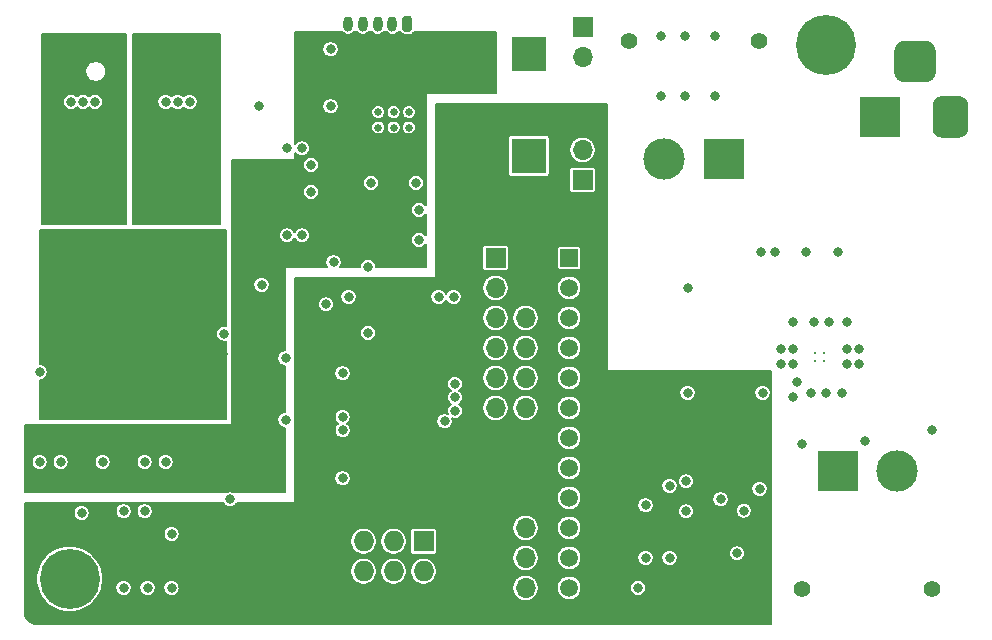
<source format=gbr>
G04 #@! TF.GenerationSoftware,KiCad,Pcbnew,(5.1.5-0-10_14)*
G04 #@! TF.CreationDate,2019-12-31T01:38:16-08:00*
G04 #@! TF.ProjectId,Glue Board,476c7565-2042-46f6-9172-642e6b696361,rev?*
G04 #@! TF.SameCoordinates,Original*
G04 #@! TF.FileFunction,Copper,L3,Inr*
G04 #@! TF.FilePolarity,Positive*
%FSLAX46Y46*%
G04 Gerber Fmt 4.6, Leading zero omitted, Abs format (unit mm)*
G04 Created by KiCad (PCBNEW (5.1.5-0-10_14)) date 2019-12-31 01:38:16*
%MOMM*%
%LPD*%
G04 APERTURE LIST*
%ADD10C,1.508000*%
%ADD11R,1.508000X1.508000*%
%ADD12O,1.727200X1.727200*%
%ADD13R,1.727200X1.727200*%
%ADD14O,1.700000X1.700000*%
%ADD15R,1.700000X1.700000*%
%ADD16C,0.630000*%
%ADD17O,0.800000X1.300000*%
%ADD18C,0.100000*%
%ADD19O,1.700000X2.000000*%
%ADD20C,3.000000*%
%ADD21R,3.000000X3.000000*%
%ADD22C,3.500000*%
%ADD23R,3.500000X3.500000*%
%ADD24C,1.400000*%
%ADD25C,0.300000*%
%ADD26C,5.080000*%
%ADD27C,0.800000*%
%ADD28C,0.812800*%
%ADD29C,0.152400*%
G04 APERTURE END LIST*
D10*
X208924000Y-96012000D03*
X208924000Y-93472000D03*
X208924000Y-90932000D03*
X208924000Y-88392000D03*
X208924000Y-85852000D03*
X208924000Y-83312000D03*
X208924000Y-80772000D03*
X208924000Y-78232000D03*
X208924000Y-75692000D03*
X208924000Y-73152000D03*
X208924000Y-70612000D03*
D11*
X208924000Y-68072000D03*
D12*
X191516000Y-94615000D03*
X191516000Y-92075000D03*
X194056000Y-94615000D03*
X194056000Y-92075000D03*
X196596000Y-94615000D03*
D13*
X196596000Y-92075000D03*
D14*
X205232000Y-96012000D03*
X205232000Y-93472000D03*
X205232000Y-90932000D03*
D15*
X205232000Y-88392000D03*
D16*
X195356000Y-55738000D03*
X195356000Y-57038000D03*
X192756000Y-55738000D03*
X194056000Y-55738000D03*
X194056000Y-57038000D03*
X192756000Y-57038000D03*
D17*
X190199000Y-48260000D03*
X191449000Y-48260000D03*
X192699000Y-48260000D03*
X193949000Y-48260000D03*
G04 #@! TA.AperFunction,ViaPad*
D18*
G36*
X195418603Y-47610963D02*
G01*
X195438018Y-47613843D01*
X195457057Y-47618612D01*
X195475537Y-47625224D01*
X195493279Y-47633616D01*
X195510114Y-47643706D01*
X195525879Y-47655398D01*
X195540421Y-47668579D01*
X195553602Y-47683121D01*
X195565294Y-47698886D01*
X195575384Y-47715721D01*
X195583776Y-47733463D01*
X195590388Y-47751943D01*
X195595157Y-47770982D01*
X195598037Y-47790397D01*
X195599000Y-47810000D01*
X195599000Y-48710000D01*
X195598037Y-48729603D01*
X195595157Y-48749018D01*
X195590388Y-48768057D01*
X195583776Y-48786537D01*
X195575384Y-48804279D01*
X195565294Y-48821114D01*
X195553602Y-48836879D01*
X195540421Y-48851421D01*
X195525879Y-48864602D01*
X195510114Y-48876294D01*
X195493279Y-48886384D01*
X195475537Y-48894776D01*
X195457057Y-48901388D01*
X195438018Y-48906157D01*
X195418603Y-48909037D01*
X195399000Y-48910000D01*
X194999000Y-48910000D01*
X194979397Y-48909037D01*
X194959982Y-48906157D01*
X194940943Y-48901388D01*
X194922463Y-48894776D01*
X194904721Y-48886384D01*
X194887886Y-48876294D01*
X194872121Y-48864602D01*
X194857579Y-48851421D01*
X194844398Y-48836879D01*
X194832706Y-48821114D01*
X194822616Y-48804279D01*
X194814224Y-48786537D01*
X194807612Y-48768057D01*
X194802843Y-48749018D01*
X194799963Y-48729603D01*
X194799000Y-48710000D01*
X194799000Y-47810000D01*
X194799963Y-47790397D01*
X194802843Y-47770982D01*
X194807612Y-47751943D01*
X194814224Y-47733463D01*
X194822616Y-47715721D01*
X194832706Y-47698886D01*
X194844398Y-47683121D01*
X194857579Y-47668579D01*
X194872121Y-47655398D01*
X194887886Y-47643706D01*
X194904721Y-47633616D01*
X194922463Y-47625224D01*
X194940943Y-47618612D01*
X194959982Y-47613843D01*
X194979397Y-47610963D01*
X194999000Y-47610000D01*
X195399000Y-47610000D01*
X195418603Y-47610963D01*
G37*
G04 #@! TD.AperFunction*
D19*
X172934000Y-50292000D03*
G04 #@! TA.AperFunction,ViaPad*
D18*
G36*
X171058504Y-49293204D02*
G01*
X171082773Y-49296804D01*
X171106571Y-49302765D01*
X171129671Y-49311030D01*
X171151849Y-49321520D01*
X171172893Y-49334133D01*
X171192598Y-49348747D01*
X171210777Y-49365223D01*
X171227253Y-49383402D01*
X171241867Y-49403107D01*
X171254480Y-49424151D01*
X171264970Y-49446329D01*
X171273235Y-49469429D01*
X171279196Y-49493227D01*
X171282796Y-49517496D01*
X171284000Y-49542000D01*
X171284000Y-51042000D01*
X171282796Y-51066504D01*
X171279196Y-51090773D01*
X171273235Y-51114571D01*
X171264970Y-51137671D01*
X171254480Y-51159849D01*
X171241867Y-51180893D01*
X171227253Y-51200598D01*
X171210777Y-51218777D01*
X171192598Y-51235253D01*
X171172893Y-51249867D01*
X171151849Y-51262480D01*
X171129671Y-51272970D01*
X171106571Y-51281235D01*
X171082773Y-51287196D01*
X171058504Y-51290796D01*
X171034000Y-51292000D01*
X169834000Y-51292000D01*
X169809496Y-51290796D01*
X169785227Y-51287196D01*
X169761429Y-51281235D01*
X169738329Y-51272970D01*
X169716151Y-51262480D01*
X169695107Y-51249867D01*
X169675402Y-51235253D01*
X169657223Y-51218777D01*
X169640747Y-51200598D01*
X169626133Y-51180893D01*
X169613520Y-51159849D01*
X169603030Y-51137671D01*
X169594765Y-51114571D01*
X169588804Y-51090773D01*
X169585204Y-51066504D01*
X169584000Y-51042000D01*
X169584000Y-49542000D01*
X169585204Y-49517496D01*
X169588804Y-49493227D01*
X169594765Y-49469429D01*
X169603030Y-49446329D01*
X169613520Y-49424151D01*
X169626133Y-49403107D01*
X169640747Y-49383402D01*
X169657223Y-49365223D01*
X169675402Y-49348747D01*
X169695107Y-49334133D01*
X169716151Y-49321520D01*
X169738329Y-49311030D01*
X169761429Y-49302765D01*
X169785227Y-49296804D01*
X169809496Y-49293204D01*
X169834000Y-49292000D01*
X171034000Y-49292000D01*
X171058504Y-49293204D01*
G37*
G04 #@! TD.AperFunction*
D20*
X200406000Y-50800000D03*
D21*
X205486000Y-50800000D03*
D20*
X200406000Y-59436000D03*
D21*
X205486000Y-59436000D03*
D14*
X205232000Y-80772000D03*
X202692000Y-80772000D03*
X205232000Y-78232000D03*
X202692000Y-78232000D03*
X205232000Y-75692000D03*
X202692000Y-75692000D03*
X205232000Y-73152000D03*
X202692000Y-73152000D03*
X205232000Y-70612000D03*
X202692000Y-70612000D03*
X205232000Y-68072000D03*
D15*
X202692000Y-68072000D03*
D14*
X210058000Y-51054000D03*
D15*
X210058000Y-48514000D03*
D14*
X210058000Y-58928000D03*
D15*
X210058000Y-61468000D03*
D22*
X236648000Y-86106000D03*
D23*
X231648000Y-86106000D03*
D24*
X239648000Y-96106000D03*
X228648000Y-96106000D03*
G04 #@! TA.AperFunction,ViaPad*
D18*
G36*
X239164765Y-49688213D02*
G01*
X239249704Y-49700813D01*
X239332999Y-49721677D01*
X239413848Y-49750605D01*
X239491472Y-49787319D01*
X239565124Y-49831464D01*
X239634094Y-49882616D01*
X239697718Y-49940282D01*
X239755384Y-50003906D01*
X239806536Y-50072876D01*
X239850681Y-50146528D01*
X239887395Y-50224152D01*
X239916323Y-50305001D01*
X239937187Y-50388296D01*
X239949787Y-50473235D01*
X239954000Y-50559000D01*
X239954000Y-52309000D01*
X239949787Y-52394765D01*
X239937187Y-52479704D01*
X239916323Y-52562999D01*
X239887395Y-52643848D01*
X239850681Y-52721472D01*
X239806536Y-52795124D01*
X239755384Y-52864094D01*
X239697718Y-52927718D01*
X239634094Y-52985384D01*
X239565124Y-53036536D01*
X239491472Y-53080681D01*
X239413848Y-53117395D01*
X239332999Y-53146323D01*
X239249704Y-53167187D01*
X239164765Y-53179787D01*
X239079000Y-53184000D01*
X237329000Y-53184000D01*
X237243235Y-53179787D01*
X237158296Y-53167187D01*
X237075001Y-53146323D01*
X236994152Y-53117395D01*
X236916528Y-53080681D01*
X236842876Y-53036536D01*
X236773906Y-52985384D01*
X236710282Y-52927718D01*
X236652616Y-52864094D01*
X236601464Y-52795124D01*
X236557319Y-52721472D01*
X236520605Y-52643848D01*
X236491677Y-52562999D01*
X236470813Y-52479704D01*
X236458213Y-52394765D01*
X236454000Y-52309000D01*
X236454000Y-50559000D01*
X236458213Y-50473235D01*
X236470813Y-50388296D01*
X236491677Y-50305001D01*
X236520605Y-50224152D01*
X236557319Y-50146528D01*
X236601464Y-50072876D01*
X236652616Y-50003906D01*
X236710282Y-49940282D01*
X236773906Y-49882616D01*
X236842876Y-49831464D01*
X236916528Y-49787319D01*
X236994152Y-49750605D01*
X237075001Y-49721677D01*
X237158296Y-49700813D01*
X237243235Y-49688213D01*
X237329000Y-49684000D01*
X239079000Y-49684000D01*
X239164765Y-49688213D01*
G37*
G04 #@! TD.AperFunction*
G04 #@! TA.AperFunction,ViaPad*
G36*
X242027513Y-54387611D02*
G01*
X242100318Y-54398411D01*
X242171714Y-54416295D01*
X242241013Y-54441090D01*
X242307548Y-54472559D01*
X242370678Y-54510398D01*
X242429795Y-54554242D01*
X242484330Y-54603670D01*
X242533758Y-54658205D01*
X242577602Y-54717322D01*
X242615441Y-54780452D01*
X242646910Y-54846987D01*
X242671705Y-54916286D01*
X242689589Y-54987682D01*
X242700389Y-55060487D01*
X242704000Y-55134000D01*
X242704000Y-57134000D01*
X242700389Y-57207513D01*
X242689589Y-57280318D01*
X242671705Y-57351714D01*
X242646910Y-57421013D01*
X242615441Y-57487548D01*
X242577602Y-57550678D01*
X242533758Y-57609795D01*
X242484330Y-57664330D01*
X242429795Y-57713758D01*
X242370678Y-57757602D01*
X242307548Y-57795441D01*
X242241013Y-57826910D01*
X242171714Y-57851705D01*
X242100318Y-57869589D01*
X242027513Y-57880389D01*
X241954000Y-57884000D01*
X240454000Y-57884000D01*
X240380487Y-57880389D01*
X240307682Y-57869589D01*
X240236286Y-57851705D01*
X240166987Y-57826910D01*
X240100452Y-57795441D01*
X240037322Y-57757602D01*
X239978205Y-57713758D01*
X239923670Y-57664330D01*
X239874242Y-57609795D01*
X239830398Y-57550678D01*
X239792559Y-57487548D01*
X239761090Y-57421013D01*
X239736295Y-57351714D01*
X239718411Y-57280318D01*
X239707611Y-57207513D01*
X239704000Y-57134000D01*
X239704000Y-55134000D01*
X239707611Y-55060487D01*
X239718411Y-54987682D01*
X239736295Y-54916286D01*
X239761090Y-54846987D01*
X239792559Y-54780452D01*
X239830398Y-54717322D01*
X239874242Y-54658205D01*
X239923670Y-54603670D01*
X239978205Y-54554242D01*
X240037322Y-54510398D01*
X240100452Y-54472559D01*
X240166987Y-54441090D01*
X240236286Y-54416295D01*
X240307682Y-54398411D01*
X240380487Y-54387611D01*
X240454000Y-54384000D01*
X241954000Y-54384000D01*
X242027513Y-54387611D01*
G37*
G04 #@! TD.AperFunction*
D23*
X235204000Y-56134000D03*
D22*
X216996000Y-59690000D03*
D23*
X221996000Y-59690000D03*
D24*
X213996000Y-49690000D03*
X224996000Y-49690000D03*
D25*
X230524000Y-76104000D03*
X230524000Y-76804000D03*
X229724000Y-76804000D03*
X229724000Y-76104000D03*
D26*
X230632000Y-50038000D03*
X166624000Y-95250000D03*
D27*
X189738000Y-81534000D03*
X167640000Y-89662000D03*
X164084000Y-77724000D03*
X164084000Y-85344000D03*
X165862000Y-85344000D03*
X172974000Y-85344000D03*
X175260000Y-91440000D03*
D28*
X184912000Y-76581000D03*
X184912000Y-81788000D03*
X166751000Y-72898000D03*
X168275000Y-71755000D03*
X170053000Y-71755000D03*
X173609000Y-71755000D03*
X171831000Y-71755000D03*
X176784000Y-59055000D03*
X175768000Y-59055000D03*
X174752000Y-59055000D03*
X166624000Y-59055000D03*
X167640000Y-59055000D03*
X168783000Y-59055000D03*
X176784000Y-54864000D03*
X175768000Y-54864000D03*
X174752000Y-54864000D03*
X168783000Y-54864000D03*
X167767000Y-54864000D03*
X166751000Y-54864000D03*
X175260000Y-71755000D03*
X179578000Y-76200000D03*
X199136000Y-71374000D03*
X171196000Y-96012000D03*
X173228000Y-96012000D03*
X175260000Y-96012000D03*
X180213000Y-86487000D03*
X180213000Y-88519000D03*
X165862000Y-89662000D03*
X164084000Y-89662000D03*
X190246000Y-71374000D03*
X189738000Y-86741000D03*
X198374000Y-81915000D03*
X199263000Y-78740000D03*
X199263000Y-79883000D03*
X189738000Y-77851000D03*
X197866000Y-71374000D03*
X191897000Y-74422000D03*
X191897000Y-68834000D03*
X187071000Y-60198000D03*
X195961000Y-61722000D03*
X192151000Y-61722000D03*
X188976000Y-66929000D03*
X191897000Y-64008000D03*
X191897000Y-66548000D03*
X182880000Y-70358000D03*
X185039000Y-66167000D03*
X186309000Y-66167000D03*
X185039000Y-58801000D03*
X186309000Y-58801000D03*
X188722000Y-55245000D03*
X217170000Y-79502000D03*
X215392000Y-93472000D03*
X218948000Y-70612000D03*
X239649000Y-82677000D03*
X232410000Y-75819000D03*
X232410000Y-77089000D03*
X230886000Y-73533000D03*
X229616000Y-73533000D03*
X227838000Y-77089000D03*
X227838000Y-79883000D03*
X229362000Y-79502000D03*
X232029000Y-79502000D03*
X230632000Y-79502000D03*
X221234000Y-49276000D03*
X218694000Y-49276000D03*
X216662000Y-49276000D03*
X228219000Y-78613000D03*
X232410000Y-73533000D03*
X227838000Y-73533000D03*
X225171000Y-67564000D03*
X226314000Y-67564000D03*
X228981000Y-67564000D03*
X231648000Y-67564000D03*
X228600000Y-83820000D03*
X225298000Y-79502000D03*
X218948000Y-79502000D03*
X214757000Y-96012000D03*
X217424000Y-87376000D03*
X225044000Y-87630000D03*
X223139000Y-93091000D03*
X217424000Y-93472000D03*
X188722000Y-50419000D03*
X182626000Y-55245000D03*
X196215000Y-64008000D03*
X196215000Y-66548000D03*
X188976000Y-68453000D03*
X199263000Y-81026000D03*
X233426000Y-77089000D03*
D27*
X233934000Y-83566000D03*
D28*
X176161500Y-82918500D03*
X177165000Y-84201000D03*
X178435000Y-84201000D03*
X179705000Y-84201000D03*
X215646000Y-79502000D03*
X221996000Y-79502000D03*
X223520000Y-79502000D03*
X225044000Y-88900000D03*
X216027000Y-86995000D03*
X188341000Y-70358000D03*
X198374000Y-68834000D03*
X198374000Y-77851000D03*
X196215000Y-74422000D03*
X226822000Y-77089000D03*
X227838000Y-75819000D03*
X233426000Y-75819000D03*
X226822000Y-75819000D03*
X221234000Y-54356000D03*
X218694000Y-54356000D03*
X216662000Y-54356000D03*
X223703000Y-89479000D03*
X218821000Y-89535000D03*
X221742000Y-88519000D03*
X215392000Y-89027000D03*
D27*
X178435000Y-76200000D03*
X177276000Y-76200000D03*
D28*
X188341000Y-72009000D03*
D27*
X172974000Y-89535000D03*
X171196000Y-89535000D03*
X189738000Y-82677000D03*
X169418000Y-85344000D03*
X174752000Y-85344000D03*
D28*
X187071000Y-62484000D03*
D27*
X179705000Y-74501000D03*
D28*
X218821000Y-86995000D03*
D29*
G36*
X212140800Y-77597000D02*
G01*
X212142264Y-77611866D01*
X212146600Y-77626160D01*
X212153642Y-77639334D01*
X212163118Y-77650882D01*
X212174666Y-77660358D01*
X212187840Y-77667400D01*
X212202134Y-77671736D01*
X212217000Y-77673200D01*
X225983800Y-77673200D01*
X225983800Y-99060400D01*
X163842406Y-99060400D01*
X163632814Y-99039849D01*
X163443144Y-98982584D01*
X163268203Y-98889566D01*
X163114666Y-98764344D01*
X162988374Y-98611683D01*
X162894139Y-98437398D01*
X162835551Y-98248134D01*
X162813600Y-98039279D01*
X162813600Y-94972629D01*
X163807800Y-94972629D01*
X163807800Y-95527371D01*
X163916025Y-96071455D01*
X164128316Y-96583971D01*
X164436515Y-97045223D01*
X164828777Y-97437485D01*
X165290029Y-97745684D01*
X165802545Y-97957975D01*
X166346629Y-98066200D01*
X166901371Y-98066200D01*
X167445455Y-97957975D01*
X167957971Y-97745684D01*
X168419223Y-97437485D01*
X168811485Y-97045223D01*
X169119684Y-96583971D01*
X169331975Y-96071455D01*
X169357174Y-95944770D01*
X170513400Y-95944770D01*
X170513400Y-96079230D01*
X170539632Y-96211107D01*
X170591088Y-96335332D01*
X170665790Y-96447132D01*
X170760868Y-96542210D01*
X170872668Y-96616912D01*
X170996893Y-96668368D01*
X171128770Y-96694600D01*
X171263230Y-96694600D01*
X171395107Y-96668368D01*
X171519332Y-96616912D01*
X171631132Y-96542210D01*
X171726210Y-96447132D01*
X171800912Y-96335332D01*
X171852368Y-96211107D01*
X171878600Y-96079230D01*
X171878600Y-95944770D01*
X172545400Y-95944770D01*
X172545400Y-96079230D01*
X172571632Y-96211107D01*
X172623088Y-96335332D01*
X172697790Y-96447132D01*
X172792868Y-96542210D01*
X172904668Y-96616912D01*
X173028893Y-96668368D01*
X173160770Y-96694600D01*
X173295230Y-96694600D01*
X173427107Y-96668368D01*
X173551332Y-96616912D01*
X173663132Y-96542210D01*
X173758210Y-96447132D01*
X173832912Y-96335332D01*
X173884368Y-96211107D01*
X173910600Y-96079230D01*
X173910600Y-95944770D01*
X174577400Y-95944770D01*
X174577400Y-96079230D01*
X174603632Y-96211107D01*
X174655088Y-96335332D01*
X174729790Y-96447132D01*
X174824868Y-96542210D01*
X174936668Y-96616912D01*
X175060893Y-96668368D01*
X175192770Y-96694600D01*
X175327230Y-96694600D01*
X175459107Y-96668368D01*
X175583332Y-96616912D01*
X175695132Y-96542210D01*
X175790210Y-96447132D01*
X175864912Y-96335332D01*
X175916368Y-96211107D01*
X175942600Y-96079230D01*
X175942600Y-95944770D01*
X175933910Y-95901079D01*
X204105800Y-95901079D01*
X204105800Y-96122921D01*
X204149079Y-96340500D01*
X204233975Y-96545456D01*
X204357223Y-96729911D01*
X204514089Y-96886777D01*
X204698544Y-97010025D01*
X204903500Y-97094921D01*
X205121079Y-97138200D01*
X205342921Y-97138200D01*
X205560500Y-97094921D01*
X205765456Y-97010025D01*
X205949911Y-96886777D01*
X206106777Y-96729911D01*
X206230025Y-96545456D01*
X206314921Y-96340500D01*
X206358200Y-96122921D01*
X206358200Y-95910534D01*
X207893800Y-95910534D01*
X207893800Y-96113466D01*
X207933390Y-96312498D01*
X208011048Y-96499983D01*
X208123791Y-96668714D01*
X208267286Y-96812209D01*
X208436017Y-96924952D01*
X208623502Y-97002610D01*
X208822534Y-97042200D01*
X209025466Y-97042200D01*
X209224498Y-97002610D01*
X209411983Y-96924952D01*
X209580714Y-96812209D01*
X209724209Y-96668714D01*
X209836952Y-96499983D01*
X209914610Y-96312498D01*
X209954200Y-96113466D01*
X209954200Y-95944770D01*
X214074400Y-95944770D01*
X214074400Y-96079230D01*
X214100632Y-96211107D01*
X214152088Y-96335332D01*
X214226790Y-96447132D01*
X214321868Y-96542210D01*
X214433668Y-96616912D01*
X214557893Y-96668368D01*
X214689770Y-96694600D01*
X214824230Y-96694600D01*
X214956107Y-96668368D01*
X215080332Y-96616912D01*
X215192132Y-96542210D01*
X215287210Y-96447132D01*
X215361912Y-96335332D01*
X215413368Y-96211107D01*
X215439600Y-96079230D01*
X215439600Y-95944770D01*
X215413368Y-95812893D01*
X215361912Y-95688668D01*
X215287210Y-95576868D01*
X215192132Y-95481790D01*
X215080332Y-95407088D01*
X214956107Y-95355632D01*
X214824230Y-95329400D01*
X214689770Y-95329400D01*
X214557893Y-95355632D01*
X214433668Y-95407088D01*
X214321868Y-95481790D01*
X214226790Y-95576868D01*
X214152088Y-95688668D01*
X214100632Y-95812893D01*
X214074400Y-95944770D01*
X209954200Y-95944770D01*
X209954200Y-95910534D01*
X209914610Y-95711502D01*
X209836952Y-95524017D01*
X209724209Y-95355286D01*
X209580714Y-95211791D01*
X209411983Y-95099048D01*
X209224498Y-95021390D01*
X209025466Y-94981800D01*
X208822534Y-94981800D01*
X208623502Y-95021390D01*
X208436017Y-95099048D01*
X208267286Y-95211791D01*
X208123791Y-95355286D01*
X208011048Y-95524017D01*
X207933390Y-95711502D01*
X207893800Y-95910534D01*
X206358200Y-95910534D01*
X206358200Y-95901079D01*
X206314921Y-95683500D01*
X206230025Y-95478544D01*
X206106777Y-95294089D01*
X205949911Y-95137223D01*
X205765456Y-95013975D01*
X205560500Y-94929079D01*
X205342921Y-94885800D01*
X205121079Y-94885800D01*
X204903500Y-94929079D01*
X204698544Y-95013975D01*
X204514089Y-95137223D01*
X204357223Y-95294089D01*
X204233975Y-95478544D01*
X204149079Y-95683500D01*
X204105800Y-95901079D01*
X175933910Y-95901079D01*
X175916368Y-95812893D01*
X175864912Y-95688668D01*
X175790210Y-95576868D01*
X175695132Y-95481790D01*
X175583332Y-95407088D01*
X175459107Y-95355632D01*
X175327230Y-95329400D01*
X175192770Y-95329400D01*
X175060893Y-95355632D01*
X174936668Y-95407088D01*
X174824868Y-95481790D01*
X174729790Y-95576868D01*
X174655088Y-95688668D01*
X174603632Y-95812893D01*
X174577400Y-95944770D01*
X173910600Y-95944770D01*
X173884368Y-95812893D01*
X173832912Y-95688668D01*
X173758210Y-95576868D01*
X173663132Y-95481790D01*
X173551332Y-95407088D01*
X173427107Y-95355632D01*
X173295230Y-95329400D01*
X173160770Y-95329400D01*
X173028893Y-95355632D01*
X172904668Y-95407088D01*
X172792868Y-95481790D01*
X172697790Y-95576868D01*
X172623088Y-95688668D01*
X172571632Y-95812893D01*
X172545400Y-95944770D01*
X171878600Y-95944770D01*
X171852368Y-95812893D01*
X171800912Y-95688668D01*
X171726210Y-95576868D01*
X171631132Y-95481790D01*
X171519332Y-95407088D01*
X171395107Y-95355632D01*
X171263230Y-95329400D01*
X171128770Y-95329400D01*
X170996893Y-95355632D01*
X170872668Y-95407088D01*
X170760868Y-95481790D01*
X170665790Y-95576868D01*
X170591088Y-95688668D01*
X170539632Y-95812893D01*
X170513400Y-95944770D01*
X169357174Y-95944770D01*
X169440200Y-95527371D01*
X169440200Y-94972629D01*
X169346734Y-94502739D01*
X190376200Y-94502739D01*
X190376200Y-94727261D01*
X190420002Y-94947467D01*
X190505922Y-95154898D01*
X190630660Y-95341580D01*
X190789420Y-95500340D01*
X190976102Y-95625078D01*
X191183533Y-95710998D01*
X191403739Y-95754800D01*
X191628261Y-95754800D01*
X191848467Y-95710998D01*
X192055898Y-95625078D01*
X192242580Y-95500340D01*
X192401340Y-95341580D01*
X192526078Y-95154898D01*
X192611998Y-94947467D01*
X192655800Y-94727261D01*
X192655800Y-94502739D01*
X192916200Y-94502739D01*
X192916200Y-94727261D01*
X192960002Y-94947467D01*
X193045922Y-95154898D01*
X193170660Y-95341580D01*
X193329420Y-95500340D01*
X193516102Y-95625078D01*
X193723533Y-95710998D01*
X193943739Y-95754800D01*
X194168261Y-95754800D01*
X194388467Y-95710998D01*
X194595898Y-95625078D01*
X194782580Y-95500340D01*
X194941340Y-95341580D01*
X195066078Y-95154898D01*
X195151998Y-94947467D01*
X195195800Y-94727261D01*
X195195800Y-94502739D01*
X195456200Y-94502739D01*
X195456200Y-94727261D01*
X195500002Y-94947467D01*
X195585922Y-95154898D01*
X195710660Y-95341580D01*
X195869420Y-95500340D01*
X196056102Y-95625078D01*
X196263533Y-95710998D01*
X196483739Y-95754800D01*
X196708261Y-95754800D01*
X196928467Y-95710998D01*
X197135898Y-95625078D01*
X197322580Y-95500340D01*
X197481340Y-95341580D01*
X197606078Y-95154898D01*
X197691998Y-94947467D01*
X197735800Y-94727261D01*
X197735800Y-94502739D01*
X197691998Y-94282533D01*
X197606078Y-94075102D01*
X197481340Y-93888420D01*
X197322580Y-93729660D01*
X197135898Y-93604922D01*
X196928467Y-93519002D01*
X196708261Y-93475200D01*
X196483739Y-93475200D01*
X196263533Y-93519002D01*
X196056102Y-93604922D01*
X195869420Y-93729660D01*
X195710660Y-93888420D01*
X195585922Y-94075102D01*
X195500002Y-94282533D01*
X195456200Y-94502739D01*
X195195800Y-94502739D01*
X195151998Y-94282533D01*
X195066078Y-94075102D01*
X194941340Y-93888420D01*
X194782580Y-93729660D01*
X194595898Y-93604922D01*
X194388467Y-93519002D01*
X194168261Y-93475200D01*
X193943739Y-93475200D01*
X193723533Y-93519002D01*
X193516102Y-93604922D01*
X193329420Y-93729660D01*
X193170660Y-93888420D01*
X193045922Y-94075102D01*
X192960002Y-94282533D01*
X192916200Y-94502739D01*
X192655800Y-94502739D01*
X192611998Y-94282533D01*
X192526078Y-94075102D01*
X192401340Y-93888420D01*
X192242580Y-93729660D01*
X192055898Y-93604922D01*
X191848467Y-93519002D01*
X191628261Y-93475200D01*
X191403739Y-93475200D01*
X191183533Y-93519002D01*
X190976102Y-93604922D01*
X190789420Y-93729660D01*
X190630660Y-93888420D01*
X190505922Y-94075102D01*
X190420002Y-94282533D01*
X190376200Y-94502739D01*
X169346734Y-94502739D01*
X169331975Y-94428545D01*
X169119684Y-93916029D01*
X168811485Y-93454777D01*
X168717787Y-93361079D01*
X204105800Y-93361079D01*
X204105800Y-93582921D01*
X204149079Y-93800500D01*
X204233975Y-94005456D01*
X204357223Y-94189911D01*
X204514089Y-94346777D01*
X204698544Y-94470025D01*
X204903500Y-94554921D01*
X205121079Y-94598200D01*
X205342921Y-94598200D01*
X205560500Y-94554921D01*
X205765456Y-94470025D01*
X205949911Y-94346777D01*
X206106777Y-94189911D01*
X206230025Y-94005456D01*
X206314921Y-93800500D01*
X206358200Y-93582921D01*
X206358200Y-93370534D01*
X207893800Y-93370534D01*
X207893800Y-93573466D01*
X207933390Y-93772498D01*
X208011048Y-93959983D01*
X208123791Y-94128714D01*
X208267286Y-94272209D01*
X208436017Y-94384952D01*
X208623502Y-94462610D01*
X208822534Y-94502200D01*
X209025466Y-94502200D01*
X209224498Y-94462610D01*
X209411983Y-94384952D01*
X209580714Y-94272209D01*
X209724209Y-94128714D01*
X209836952Y-93959983D01*
X209914610Y-93772498D01*
X209954200Y-93573466D01*
X209954200Y-93404770D01*
X214709400Y-93404770D01*
X214709400Y-93539230D01*
X214735632Y-93671107D01*
X214787088Y-93795332D01*
X214861790Y-93907132D01*
X214956868Y-94002210D01*
X215068668Y-94076912D01*
X215192893Y-94128368D01*
X215324770Y-94154600D01*
X215459230Y-94154600D01*
X215591107Y-94128368D01*
X215715332Y-94076912D01*
X215827132Y-94002210D01*
X215922210Y-93907132D01*
X215996912Y-93795332D01*
X216048368Y-93671107D01*
X216074600Y-93539230D01*
X216074600Y-93404770D01*
X216741400Y-93404770D01*
X216741400Y-93539230D01*
X216767632Y-93671107D01*
X216819088Y-93795332D01*
X216893790Y-93907132D01*
X216988868Y-94002210D01*
X217100668Y-94076912D01*
X217224893Y-94128368D01*
X217356770Y-94154600D01*
X217491230Y-94154600D01*
X217623107Y-94128368D01*
X217747332Y-94076912D01*
X217859132Y-94002210D01*
X217954210Y-93907132D01*
X218028912Y-93795332D01*
X218080368Y-93671107D01*
X218106600Y-93539230D01*
X218106600Y-93404770D01*
X218080368Y-93272893D01*
X218028912Y-93148668D01*
X217954210Y-93036868D01*
X217941112Y-93023770D01*
X222456400Y-93023770D01*
X222456400Y-93158230D01*
X222482632Y-93290107D01*
X222534088Y-93414332D01*
X222608790Y-93526132D01*
X222703868Y-93621210D01*
X222815668Y-93695912D01*
X222939893Y-93747368D01*
X223071770Y-93773600D01*
X223206230Y-93773600D01*
X223338107Y-93747368D01*
X223462332Y-93695912D01*
X223574132Y-93621210D01*
X223669210Y-93526132D01*
X223743912Y-93414332D01*
X223795368Y-93290107D01*
X223821600Y-93158230D01*
X223821600Y-93023770D01*
X223795368Y-92891893D01*
X223743912Y-92767668D01*
X223669210Y-92655868D01*
X223574132Y-92560790D01*
X223462332Y-92486088D01*
X223338107Y-92434632D01*
X223206230Y-92408400D01*
X223071770Y-92408400D01*
X222939893Y-92434632D01*
X222815668Y-92486088D01*
X222703868Y-92560790D01*
X222608790Y-92655868D01*
X222534088Y-92767668D01*
X222482632Y-92891893D01*
X222456400Y-93023770D01*
X217941112Y-93023770D01*
X217859132Y-92941790D01*
X217747332Y-92867088D01*
X217623107Y-92815632D01*
X217491230Y-92789400D01*
X217356770Y-92789400D01*
X217224893Y-92815632D01*
X217100668Y-92867088D01*
X216988868Y-92941790D01*
X216893790Y-93036868D01*
X216819088Y-93148668D01*
X216767632Y-93272893D01*
X216741400Y-93404770D01*
X216074600Y-93404770D01*
X216048368Y-93272893D01*
X215996912Y-93148668D01*
X215922210Y-93036868D01*
X215827132Y-92941790D01*
X215715332Y-92867088D01*
X215591107Y-92815632D01*
X215459230Y-92789400D01*
X215324770Y-92789400D01*
X215192893Y-92815632D01*
X215068668Y-92867088D01*
X214956868Y-92941790D01*
X214861790Y-93036868D01*
X214787088Y-93148668D01*
X214735632Y-93272893D01*
X214709400Y-93404770D01*
X209954200Y-93404770D01*
X209954200Y-93370534D01*
X209914610Y-93171502D01*
X209836952Y-92984017D01*
X209724209Y-92815286D01*
X209580714Y-92671791D01*
X209411983Y-92559048D01*
X209224498Y-92481390D01*
X209025466Y-92441800D01*
X208822534Y-92441800D01*
X208623502Y-92481390D01*
X208436017Y-92559048D01*
X208267286Y-92671791D01*
X208123791Y-92815286D01*
X208011048Y-92984017D01*
X207933390Y-93171502D01*
X207893800Y-93370534D01*
X206358200Y-93370534D01*
X206358200Y-93361079D01*
X206314921Y-93143500D01*
X206230025Y-92938544D01*
X206106777Y-92754089D01*
X205949911Y-92597223D01*
X205765456Y-92473975D01*
X205560500Y-92389079D01*
X205342921Y-92345800D01*
X205121079Y-92345800D01*
X204903500Y-92389079D01*
X204698544Y-92473975D01*
X204514089Y-92597223D01*
X204357223Y-92754089D01*
X204233975Y-92938544D01*
X204149079Y-93143500D01*
X204105800Y-93361079D01*
X168717787Y-93361079D01*
X168419223Y-93062515D01*
X167957971Y-92754316D01*
X167445455Y-92542025D01*
X166901371Y-92433800D01*
X166346629Y-92433800D01*
X165802545Y-92542025D01*
X165290029Y-92754316D01*
X164828777Y-93062515D01*
X164436515Y-93454777D01*
X164128316Y-93916029D01*
X163916025Y-94428545D01*
X163807800Y-94972629D01*
X162813600Y-94972629D01*
X162813600Y-91373400D01*
X174583800Y-91373400D01*
X174583800Y-91506600D01*
X174609786Y-91637240D01*
X174660759Y-91760301D01*
X174734761Y-91871052D01*
X174828948Y-91965239D01*
X174939699Y-92039241D01*
X175062760Y-92090214D01*
X175193400Y-92116200D01*
X175326600Y-92116200D01*
X175457240Y-92090214D01*
X175580301Y-92039241D01*
X175691052Y-91965239D01*
X175693552Y-91962739D01*
X190376200Y-91962739D01*
X190376200Y-92187261D01*
X190420002Y-92407467D01*
X190505922Y-92614898D01*
X190630660Y-92801580D01*
X190789420Y-92960340D01*
X190976102Y-93085078D01*
X191183533Y-93170998D01*
X191403739Y-93214800D01*
X191628261Y-93214800D01*
X191848467Y-93170998D01*
X192055898Y-93085078D01*
X192242580Y-92960340D01*
X192401340Y-92801580D01*
X192526078Y-92614898D01*
X192611998Y-92407467D01*
X192655800Y-92187261D01*
X192655800Y-91962739D01*
X192916200Y-91962739D01*
X192916200Y-92187261D01*
X192960002Y-92407467D01*
X193045922Y-92614898D01*
X193170660Y-92801580D01*
X193329420Y-92960340D01*
X193516102Y-93085078D01*
X193723533Y-93170998D01*
X193943739Y-93214800D01*
X194168261Y-93214800D01*
X194388467Y-93170998D01*
X194595898Y-93085078D01*
X194782580Y-92960340D01*
X194941340Y-92801580D01*
X195066078Y-92614898D01*
X195151998Y-92407467D01*
X195195800Y-92187261D01*
X195195800Y-91962739D01*
X195151998Y-91742533D01*
X195066078Y-91535102D01*
X194941340Y-91348420D01*
X194804320Y-91211400D01*
X195454864Y-91211400D01*
X195454864Y-92938600D01*
X195460197Y-92992745D01*
X195475990Y-93044808D01*
X195501637Y-93092791D01*
X195536152Y-93134848D01*
X195578209Y-93169363D01*
X195626192Y-93195010D01*
X195678255Y-93210803D01*
X195732400Y-93216136D01*
X197459600Y-93216136D01*
X197513745Y-93210803D01*
X197565808Y-93195010D01*
X197613791Y-93169363D01*
X197655848Y-93134848D01*
X197690363Y-93092791D01*
X197716010Y-93044808D01*
X197731803Y-92992745D01*
X197737136Y-92938600D01*
X197737136Y-91211400D01*
X197731803Y-91157255D01*
X197716010Y-91105192D01*
X197690363Y-91057209D01*
X197655848Y-91015152D01*
X197613791Y-90980637D01*
X197565808Y-90954990D01*
X197513745Y-90939197D01*
X197459600Y-90933864D01*
X195732400Y-90933864D01*
X195678255Y-90939197D01*
X195626192Y-90954990D01*
X195578209Y-90980637D01*
X195536152Y-91015152D01*
X195501637Y-91057209D01*
X195475990Y-91105192D01*
X195460197Y-91157255D01*
X195454864Y-91211400D01*
X194804320Y-91211400D01*
X194782580Y-91189660D01*
X194595898Y-91064922D01*
X194388467Y-90979002D01*
X194168261Y-90935200D01*
X193943739Y-90935200D01*
X193723533Y-90979002D01*
X193516102Y-91064922D01*
X193329420Y-91189660D01*
X193170660Y-91348420D01*
X193045922Y-91535102D01*
X192960002Y-91742533D01*
X192916200Y-91962739D01*
X192655800Y-91962739D01*
X192611998Y-91742533D01*
X192526078Y-91535102D01*
X192401340Y-91348420D01*
X192242580Y-91189660D01*
X192055898Y-91064922D01*
X191848467Y-90979002D01*
X191628261Y-90935200D01*
X191403739Y-90935200D01*
X191183533Y-90979002D01*
X190976102Y-91064922D01*
X190789420Y-91189660D01*
X190630660Y-91348420D01*
X190505922Y-91535102D01*
X190420002Y-91742533D01*
X190376200Y-91962739D01*
X175693552Y-91962739D01*
X175785239Y-91871052D01*
X175859241Y-91760301D01*
X175910214Y-91637240D01*
X175936200Y-91506600D01*
X175936200Y-91373400D01*
X175910214Y-91242760D01*
X175859241Y-91119699D01*
X175785239Y-91008948D01*
X175691052Y-90914761D01*
X175580301Y-90840759D01*
X175532789Y-90821079D01*
X204105800Y-90821079D01*
X204105800Y-91042921D01*
X204149079Y-91260500D01*
X204233975Y-91465456D01*
X204357223Y-91649911D01*
X204514089Y-91806777D01*
X204698544Y-91930025D01*
X204903500Y-92014921D01*
X205121079Y-92058200D01*
X205342921Y-92058200D01*
X205560500Y-92014921D01*
X205765456Y-91930025D01*
X205949911Y-91806777D01*
X206106777Y-91649911D01*
X206230025Y-91465456D01*
X206314921Y-91260500D01*
X206358200Y-91042921D01*
X206358200Y-90830534D01*
X207893800Y-90830534D01*
X207893800Y-91033466D01*
X207933390Y-91232498D01*
X208011048Y-91419983D01*
X208123791Y-91588714D01*
X208267286Y-91732209D01*
X208436017Y-91844952D01*
X208623502Y-91922610D01*
X208822534Y-91962200D01*
X209025466Y-91962200D01*
X209224498Y-91922610D01*
X209411983Y-91844952D01*
X209580714Y-91732209D01*
X209724209Y-91588714D01*
X209836952Y-91419983D01*
X209914610Y-91232498D01*
X209954200Y-91033466D01*
X209954200Y-90830534D01*
X209914610Y-90631502D01*
X209836952Y-90444017D01*
X209724209Y-90275286D01*
X209580714Y-90131791D01*
X209411983Y-90019048D01*
X209224498Y-89941390D01*
X209025466Y-89901800D01*
X208822534Y-89901800D01*
X208623502Y-89941390D01*
X208436017Y-90019048D01*
X208267286Y-90131791D01*
X208123791Y-90275286D01*
X208011048Y-90444017D01*
X207933390Y-90631502D01*
X207893800Y-90830534D01*
X206358200Y-90830534D01*
X206358200Y-90821079D01*
X206314921Y-90603500D01*
X206230025Y-90398544D01*
X206106777Y-90214089D01*
X205949911Y-90057223D01*
X205765456Y-89933975D01*
X205560500Y-89849079D01*
X205342921Y-89805800D01*
X205121079Y-89805800D01*
X204903500Y-89849079D01*
X204698544Y-89933975D01*
X204514089Y-90057223D01*
X204357223Y-90214089D01*
X204233975Y-90398544D01*
X204149079Y-90603500D01*
X204105800Y-90821079D01*
X175532789Y-90821079D01*
X175457240Y-90789786D01*
X175326600Y-90763800D01*
X175193400Y-90763800D01*
X175062760Y-90789786D01*
X174939699Y-90840759D01*
X174828948Y-90914761D01*
X174734761Y-91008948D01*
X174660759Y-91119699D01*
X174609786Y-91242760D01*
X174583800Y-91373400D01*
X162813600Y-91373400D01*
X162813600Y-89595400D01*
X166963800Y-89595400D01*
X166963800Y-89728600D01*
X166989786Y-89859240D01*
X167040759Y-89982301D01*
X167114761Y-90093052D01*
X167208948Y-90187239D01*
X167319699Y-90261241D01*
X167442760Y-90312214D01*
X167573400Y-90338200D01*
X167706600Y-90338200D01*
X167837240Y-90312214D01*
X167960301Y-90261241D01*
X168071052Y-90187239D01*
X168165239Y-90093052D01*
X168239241Y-89982301D01*
X168290214Y-89859240D01*
X168316200Y-89728600D01*
X168316200Y-89595400D01*
X168290939Y-89468400D01*
X170519800Y-89468400D01*
X170519800Y-89601600D01*
X170545786Y-89732240D01*
X170596759Y-89855301D01*
X170670761Y-89966052D01*
X170764948Y-90060239D01*
X170875699Y-90134241D01*
X170998760Y-90185214D01*
X171129400Y-90211200D01*
X171262600Y-90211200D01*
X171393240Y-90185214D01*
X171516301Y-90134241D01*
X171627052Y-90060239D01*
X171721239Y-89966052D01*
X171795241Y-89855301D01*
X171846214Y-89732240D01*
X171872200Y-89601600D01*
X171872200Y-89468400D01*
X172297800Y-89468400D01*
X172297800Y-89601600D01*
X172323786Y-89732240D01*
X172374759Y-89855301D01*
X172448761Y-89966052D01*
X172542948Y-90060239D01*
X172653699Y-90134241D01*
X172776760Y-90185214D01*
X172907400Y-90211200D01*
X173040600Y-90211200D01*
X173171240Y-90185214D01*
X173294301Y-90134241D01*
X173405052Y-90060239D01*
X173499239Y-89966052D01*
X173573241Y-89855301D01*
X173624214Y-89732240D01*
X173650200Y-89601600D01*
X173650200Y-89468400D01*
X173624214Y-89337760D01*
X173573241Y-89214699D01*
X173499239Y-89103948D01*
X173405052Y-89009761D01*
X173294301Y-88935759D01*
X173171240Y-88884786D01*
X173040600Y-88858800D01*
X172907400Y-88858800D01*
X172776760Y-88884786D01*
X172653699Y-88935759D01*
X172542948Y-89009761D01*
X172448761Y-89103948D01*
X172374759Y-89214699D01*
X172323786Y-89337760D01*
X172297800Y-89468400D01*
X171872200Y-89468400D01*
X171846214Y-89337760D01*
X171795241Y-89214699D01*
X171721239Y-89103948D01*
X171627052Y-89009761D01*
X171516301Y-88935759D01*
X171393240Y-88884786D01*
X171262600Y-88858800D01*
X171129400Y-88858800D01*
X170998760Y-88884786D01*
X170875699Y-88935759D01*
X170764948Y-89009761D01*
X170670761Y-89103948D01*
X170596759Y-89214699D01*
X170545786Y-89337760D01*
X170519800Y-89468400D01*
X168290939Y-89468400D01*
X168290214Y-89464760D01*
X168239241Y-89341699D01*
X168165239Y-89230948D01*
X168071052Y-89136761D01*
X167960301Y-89062759D01*
X167837240Y-89011786D01*
X167706600Y-88985800D01*
X167573400Y-88985800D01*
X167442760Y-89011786D01*
X167319699Y-89062759D01*
X167208948Y-89136761D01*
X167114761Y-89230948D01*
X167040759Y-89341699D01*
X166989786Y-89464760D01*
X166963800Y-89595400D01*
X162813600Y-89595400D01*
X162813600Y-88849200D01*
X179612677Y-88849200D01*
X179682790Y-88954132D01*
X179777868Y-89049210D01*
X179889668Y-89123912D01*
X180013893Y-89175368D01*
X180145770Y-89201600D01*
X180280230Y-89201600D01*
X180412107Y-89175368D01*
X180536332Y-89123912D01*
X180648132Y-89049210D01*
X180743210Y-88954132D01*
X180813323Y-88849200D01*
X185674000Y-88849200D01*
X185688866Y-88847736D01*
X185703160Y-88843400D01*
X185716334Y-88836358D01*
X185727882Y-88826882D01*
X185737358Y-88815334D01*
X185744400Y-88802160D01*
X185748736Y-88787866D01*
X185750200Y-88773000D01*
X185750200Y-88290534D01*
X207893800Y-88290534D01*
X207893800Y-88493466D01*
X207933390Y-88692498D01*
X208011048Y-88879983D01*
X208123791Y-89048714D01*
X208267286Y-89192209D01*
X208436017Y-89304952D01*
X208623502Y-89382610D01*
X208822534Y-89422200D01*
X209025466Y-89422200D01*
X209224498Y-89382610D01*
X209411983Y-89304952D01*
X209580714Y-89192209D01*
X209724209Y-89048714D01*
X209783639Y-88959770D01*
X214709400Y-88959770D01*
X214709400Y-89094230D01*
X214735632Y-89226107D01*
X214787088Y-89350332D01*
X214861790Y-89462132D01*
X214956868Y-89557210D01*
X215068668Y-89631912D01*
X215192893Y-89683368D01*
X215324770Y-89709600D01*
X215459230Y-89709600D01*
X215591107Y-89683368D01*
X215715332Y-89631912D01*
X215827132Y-89557210D01*
X215916572Y-89467770D01*
X218138400Y-89467770D01*
X218138400Y-89602230D01*
X218164632Y-89734107D01*
X218216088Y-89858332D01*
X218290790Y-89970132D01*
X218385868Y-90065210D01*
X218497668Y-90139912D01*
X218621893Y-90191368D01*
X218753770Y-90217600D01*
X218888230Y-90217600D01*
X219020107Y-90191368D01*
X219144332Y-90139912D01*
X219256132Y-90065210D01*
X219351210Y-89970132D01*
X219425912Y-89858332D01*
X219477368Y-89734107D01*
X219503600Y-89602230D01*
X219503600Y-89467770D01*
X219492461Y-89411770D01*
X223020400Y-89411770D01*
X223020400Y-89546230D01*
X223046632Y-89678107D01*
X223098088Y-89802332D01*
X223172790Y-89914132D01*
X223267868Y-90009210D01*
X223379668Y-90083912D01*
X223503893Y-90135368D01*
X223635770Y-90161600D01*
X223770230Y-90161600D01*
X223902107Y-90135368D01*
X224026332Y-90083912D01*
X224138132Y-90009210D01*
X224233210Y-89914132D01*
X224307912Y-89802332D01*
X224359368Y-89678107D01*
X224385600Y-89546230D01*
X224385600Y-89411770D01*
X224359368Y-89279893D01*
X224307912Y-89155668D01*
X224233210Y-89043868D01*
X224138132Y-88948790D01*
X224026332Y-88874088D01*
X223902107Y-88822632D01*
X223770230Y-88796400D01*
X223635770Y-88796400D01*
X223503893Y-88822632D01*
X223379668Y-88874088D01*
X223267868Y-88948790D01*
X223172790Y-89043868D01*
X223098088Y-89155668D01*
X223046632Y-89279893D01*
X223020400Y-89411770D01*
X219492461Y-89411770D01*
X219477368Y-89335893D01*
X219425912Y-89211668D01*
X219351210Y-89099868D01*
X219256132Y-89004790D01*
X219144332Y-88930088D01*
X219020107Y-88878632D01*
X218888230Y-88852400D01*
X218753770Y-88852400D01*
X218621893Y-88878632D01*
X218497668Y-88930088D01*
X218385868Y-89004790D01*
X218290790Y-89099868D01*
X218216088Y-89211668D01*
X218164632Y-89335893D01*
X218138400Y-89467770D01*
X215916572Y-89467770D01*
X215922210Y-89462132D01*
X215996912Y-89350332D01*
X216048368Y-89226107D01*
X216074600Y-89094230D01*
X216074600Y-88959770D01*
X216048368Y-88827893D01*
X215996912Y-88703668D01*
X215922210Y-88591868D01*
X215827132Y-88496790D01*
X215759755Y-88451770D01*
X221059400Y-88451770D01*
X221059400Y-88586230D01*
X221085632Y-88718107D01*
X221137088Y-88842332D01*
X221211790Y-88954132D01*
X221306868Y-89049210D01*
X221418668Y-89123912D01*
X221542893Y-89175368D01*
X221674770Y-89201600D01*
X221809230Y-89201600D01*
X221941107Y-89175368D01*
X222065332Y-89123912D01*
X222177132Y-89049210D01*
X222272210Y-88954132D01*
X222346912Y-88842332D01*
X222398368Y-88718107D01*
X222424600Y-88586230D01*
X222424600Y-88451770D01*
X222398368Y-88319893D01*
X222346912Y-88195668D01*
X222272210Y-88083868D01*
X222177132Y-87988790D01*
X222065332Y-87914088D01*
X221941107Y-87862632D01*
X221809230Y-87836400D01*
X221674770Y-87836400D01*
X221542893Y-87862632D01*
X221418668Y-87914088D01*
X221306868Y-87988790D01*
X221211790Y-88083868D01*
X221137088Y-88195668D01*
X221085632Y-88319893D01*
X221059400Y-88451770D01*
X215759755Y-88451770D01*
X215715332Y-88422088D01*
X215591107Y-88370632D01*
X215459230Y-88344400D01*
X215324770Y-88344400D01*
X215192893Y-88370632D01*
X215068668Y-88422088D01*
X214956868Y-88496790D01*
X214861790Y-88591868D01*
X214787088Y-88703668D01*
X214735632Y-88827893D01*
X214709400Y-88959770D01*
X209783639Y-88959770D01*
X209836952Y-88879983D01*
X209914610Y-88692498D01*
X209954200Y-88493466D01*
X209954200Y-88290534D01*
X209914610Y-88091502D01*
X209836952Y-87904017D01*
X209724209Y-87735286D01*
X209580714Y-87591791D01*
X209411983Y-87479048D01*
X209224498Y-87401390D01*
X209025466Y-87361800D01*
X208822534Y-87361800D01*
X208623502Y-87401390D01*
X208436017Y-87479048D01*
X208267286Y-87591791D01*
X208123791Y-87735286D01*
X208011048Y-87904017D01*
X207933390Y-88091502D01*
X207893800Y-88290534D01*
X185750200Y-88290534D01*
X185750200Y-86673770D01*
X189055400Y-86673770D01*
X189055400Y-86808230D01*
X189081632Y-86940107D01*
X189133088Y-87064332D01*
X189207790Y-87176132D01*
X189302868Y-87271210D01*
X189414668Y-87345912D01*
X189538893Y-87397368D01*
X189670770Y-87423600D01*
X189805230Y-87423600D01*
X189937107Y-87397368D01*
X190061332Y-87345912D01*
X190116919Y-87308770D01*
X216741400Y-87308770D01*
X216741400Y-87443230D01*
X216767632Y-87575107D01*
X216819088Y-87699332D01*
X216893790Y-87811132D01*
X216988868Y-87906210D01*
X217100668Y-87980912D01*
X217224893Y-88032368D01*
X217356770Y-88058600D01*
X217491230Y-88058600D01*
X217623107Y-88032368D01*
X217747332Y-87980912D01*
X217859132Y-87906210D01*
X217954210Y-87811132D01*
X218028912Y-87699332D01*
X218080368Y-87575107D01*
X218106600Y-87443230D01*
X218106600Y-87308770D01*
X218080368Y-87176893D01*
X218028912Y-87052668D01*
X217954210Y-86940868D01*
X217941112Y-86927770D01*
X218138400Y-86927770D01*
X218138400Y-87062230D01*
X218164632Y-87194107D01*
X218216088Y-87318332D01*
X218290790Y-87430132D01*
X218385868Y-87525210D01*
X218497668Y-87599912D01*
X218621893Y-87651368D01*
X218753770Y-87677600D01*
X218888230Y-87677600D01*
X219020107Y-87651368D01*
X219144332Y-87599912D01*
X219199919Y-87562770D01*
X224361400Y-87562770D01*
X224361400Y-87697230D01*
X224387632Y-87829107D01*
X224439088Y-87953332D01*
X224513790Y-88065132D01*
X224608868Y-88160210D01*
X224720668Y-88234912D01*
X224844893Y-88286368D01*
X224976770Y-88312600D01*
X225111230Y-88312600D01*
X225243107Y-88286368D01*
X225367332Y-88234912D01*
X225479132Y-88160210D01*
X225574210Y-88065132D01*
X225648912Y-87953332D01*
X225700368Y-87829107D01*
X225726600Y-87697230D01*
X225726600Y-87562770D01*
X225700368Y-87430893D01*
X225648912Y-87306668D01*
X225574210Y-87194868D01*
X225479132Y-87099790D01*
X225367332Y-87025088D01*
X225243107Y-86973632D01*
X225111230Y-86947400D01*
X224976770Y-86947400D01*
X224844893Y-86973632D01*
X224720668Y-87025088D01*
X224608868Y-87099790D01*
X224513790Y-87194868D01*
X224439088Y-87306668D01*
X224387632Y-87430893D01*
X224361400Y-87562770D01*
X219199919Y-87562770D01*
X219256132Y-87525210D01*
X219351210Y-87430132D01*
X219425912Y-87318332D01*
X219477368Y-87194107D01*
X219503600Y-87062230D01*
X219503600Y-86927770D01*
X219477368Y-86795893D01*
X219425912Y-86671668D01*
X219351210Y-86559868D01*
X219256132Y-86464790D01*
X219144332Y-86390088D01*
X219020107Y-86338632D01*
X218888230Y-86312400D01*
X218753770Y-86312400D01*
X218621893Y-86338632D01*
X218497668Y-86390088D01*
X218385868Y-86464790D01*
X218290790Y-86559868D01*
X218216088Y-86671668D01*
X218164632Y-86795893D01*
X218138400Y-86927770D01*
X217941112Y-86927770D01*
X217859132Y-86845790D01*
X217747332Y-86771088D01*
X217623107Y-86719632D01*
X217491230Y-86693400D01*
X217356770Y-86693400D01*
X217224893Y-86719632D01*
X217100668Y-86771088D01*
X216988868Y-86845790D01*
X216893790Y-86940868D01*
X216819088Y-87052668D01*
X216767632Y-87176893D01*
X216741400Y-87308770D01*
X190116919Y-87308770D01*
X190173132Y-87271210D01*
X190268210Y-87176132D01*
X190342912Y-87064332D01*
X190394368Y-86940107D01*
X190420600Y-86808230D01*
X190420600Y-86673770D01*
X190394368Y-86541893D01*
X190342912Y-86417668D01*
X190268210Y-86305868D01*
X190173132Y-86210790D01*
X190061332Y-86136088D01*
X189937107Y-86084632D01*
X189805230Y-86058400D01*
X189670770Y-86058400D01*
X189538893Y-86084632D01*
X189414668Y-86136088D01*
X189302868Y-86210790D01*
X189207790Y-86305868D01*
X189133088Y-86417668D01*
X189081632Y-86541893D01*
X189055400Y-86673770D01*
X185750200Y-86673770D01*
X185750200Y-85750534D01*
X207893800Y-85750534D01*
X207893800Y-85953466D01*
X207933390Y-86152498D01*
X208011048Y-86339983D01*
X208123791Y-86508714D01*
X208267286Y-86652209D01*
X208436017Y-86764952D01*
X208623502Y-86842610D01*
X208822534Y-86882200D01*
X209025466Y-86882200D01*
X209224498Y-86842610D01*
X209411983Y-86764952D01*
X209580714Y-86652209D01*
X209724209Y-86508714D01*
X209836952Y-86339983D01*
X209914610Y-86152498D01*
X209954200Y-85953466D01*
X209954200Y-85750534D01*
X209914610Y-85551502D01*
X209836952Y-85364017D01*
X209724209Y-85195286D01*
X209580714Y-85051791D01*
X209411983Y-84939048D01*
X209224498Y-84861390D01*
X209025466Y-84821800D01*
X208822534Y-84821800D01*
X208623502Y-84861390D01*
X208436017Y-84939048D01*
X208267286Y-85051791D01*
X208123791Y-85195286D01*
X208011048Y-85364017D01*
X207933390Y-85551502D01*
X207893800Y-85750534D01*
X185750200Y-85750534D01*
X185750200Y-81467400D01*
X189061800Y-81467400D01*
X189061800Y-81600600D01*
X189087786Y-81731240D01*
X189138759Y-81854301D01*
X189212761Y-81965052D01*
X189306948Y-82059239D01*
X189376182Y-82105500D01*
X189306948Y-82151761D01*
X189212761Y-82245948D01*
X189138759Y-82356699D01*
X189087786Y-82479760D01*
X189061800Y-82610400D01*
X189061800Y-82743600D01*
X189087786Y-82874240D01*
X189138759Y-82997301D01*
X189212761Y-83108052D01*
X189306948Y-83202239D01*
X189417699Y-83276241D01*
X189540760Y-83327214D01*
X189671400Y-83353200D01*
X189804600Y-83353200D01*
X189935240Y-83327214D01*
X190058301Y-83276241D01*
X190156637Y-83210534D01*
X207893800Y-83210534D01*
X207893800Y-83413466D01*
X207933390Y-83612498D01*
X208011048Y-83799983D01*
X208123791Y-83968714D01*
X208267286Y-84112209D01*
X208436017Y-84224952D01*
X208623502Y-84302610D01*
X208822534Y-84342200D01*
X209025466Y-84342200D01*
X209224498Y-84302610D01*
X209411983Y-84224952D01*
X209580714Y-84112209D01*
X209724209Y-83968714D01*
X209836952Y-83799983D01*
X209914610Y-83612498D01*
X209954200Y-83413466D01*
X209954200Y-83210534D01*
X209914610Y-83011502D01*
X209836952Y-82824017D01*
X209724209Y-82655286D01*
X209580714Y-82511791D01*
X209411983Y-82399048D01*
X209224498Y-82321390D01*
X209025466Y-82281800D01*
X208822534Y-82281800D01*
X208623502Y-82321390D01*
X208436017Y-82399048D01*
X208267286Y-82511791D01*
X208123791Y-82655286D01*
X208011048Y-82824017D01*
X207933390Y-83011502D01*
X207893800Y-83210534D01*
X190156637Y-83210534D01*
X190169052Y-83202239D01*
X190263239Y-83108052D01*
X190337241Y-82997301D01*
X190388214Y-82874240D01*
X190414200Y-82743600D01*
X190414200Y-82610400D01*
X190388214Y-82479760D01*
X190337241Y-82356699D01*
X190263239Y-82245948D01*
X190169052Y-82151761D01*
X190099818Y-82105500D01*
X190169052Y-82059239D01*
X190263239Y-81965052D01*
X190337241Y-81854301D01*
X190339946Y-81847770D01*
X197691400Y-81847770D01*
X197691400Y-81982230D01*
X197717632Y-82114107D01*
X197769088Y-82238332D01*
X197843790Y-82350132D01*
X197938868Y-82445210D01*
X198050668Y-82519912D01*
X198174893Y-82571368D01*
X198306770Y-82597600D01*
X198441230Y-82597600D01*
X198573107Y-82571368D01*
X198697332Y-82519912D01*
X198809132Y-82445210D01*
X198904210Y-82350132D01*
X198978912Y-82238332D01*
X199030368Y-82114107D01*
X199056600Y-81982230D01*
X199056600Y-81847770D01*
X199030368Y-81715893D01*
X199006662Y-81658662D01*
X199063893Y-81682368D01*
X199195770Y-81708600D01*
X199330230Y-81708600D01*
X199462107Y-81682368D01*
X199586332Y-81630912D01*
X199698132Y-81556210D01*
X199793210Y-81461132D01*
X199867912Y-81349332D01*
X199919368Y-81225107D01*
X199945600Y-81093230D01*
X199945600Y-80958770D01*
X199919368Y-80826893D01*
X199867912Y-80702668D01*
X199840124Y-80661079D01*
X201565800Y-80661079D01*
X201565800Y-80882921D01*
X201609079Y-81100500D01*
X201693975Y-81305456D01*
X201817223Y-81489911D01*
X201974089Y-81646777D01*
X202158544Y-81770025D01*
X202363500Y-81854921D01*
X202581079Y-81898200D01*
X202802921Y-81898200D01*
X203020500Y-81854921D01*
X203225456Y-81770025D01*
X203409911Y-81646777D01*
X203566777Y-81489911D01*
X203690025Y-81305456D01*
X203774921Y-81100500D01*
X203818200Y-80882921D01*
X203818200Y-80661079D01*
X204105800Y-80661079D01*
X204105800Y-80882921D01*
X204149079Y-81100500D01*
X204233975Y-81305456D01*
X204357223Y-81489911D01*
X204514089Y-81646777D01*
X204698544Y-81770025D01*
X204903500Y-81854921D01*
X205121079Y-81898200D01*
X205342921Y-81898200D01*
X205560500Y-81854921D01*
X205765456Y-81770025D01*
X205949911Y-81646777D01*
X206106777Y-81489911D01*
X206230025Y-81305456D01*
X206314921Y-81100500D01*
X206358200Y-80882921D01*
X206358200Y-80670534D01*
X207893800Y-80670534D01*
X207893800Y-80873466D01*
X207933390Y-81072498D01*
X208011048Y-81259983D01*
X208123791Y-81428714D01*
X208267286Y-81572209D01*
X208436017Y-81684952D01*
X208623502Y-81762610D01*
X208822534Y-81802200D01*
X209025466Y-81802200D01*
X209224498Y-81762610D01*
X209411983Y-81684952D01*
X209580714Y-81572209D01*
X209724209Y-81428714D01*
X209836952Y-81259983D01*
X209914610Y-81072498D01*
X209954200Y-80873466D01*
X209954200Y-80670534D01*
X209914610Y-80471502D01*
X209836952Y-80284017D01*
X209724209Y-80115286D01*
X209580714Y-79971791D01*
X209411983Y-79859048D01*
X209224498Y-79781390D01*
X209025466Y-79741800D01*
X208822534Y-79741800D01*
X208623502Y-79781390D01*
X208436017Y-79859048D01*
X208267286Y-79971791D01*
X208123791Y-80115286D01*
X208011048Y-80284017D01*
X207933390Y-80471502D01*
X207893800Y-80670534D01*
X206358200Y-80670534D01*
X206358200Y-80661079D01*
X206314921Y-80443500D01*
X206230025Y-80238544D01*
X206106777Y-80054089D01*
X205949911Y-79897223D01*
X205765456Y-79773975D01*
X205560500Y-79689079D01*
X205342921Y-79645800D01*
X205121079Y-79645800D01*
X204903500Y-79689079D01*
X204698544Y-79773975D01*
X204514089Y-79897223D01*
X204357223Y-80054089D01*
X204233975Y-80238544D01*
X204149079Y-80443500D01*
X204105800Y-80661079D01*
X203818200Y-80661079D01*
X203774921Y-80443500D01*
X203690025Y-80238544D01*
X203566777Y-80054089D01*
X203409911Y-79897223D01*
X203225456Y-79773975D01*
X203020500Y-79689079D01*
X202802921Y-79645800D01*
X202581079Y-79645800D01*
X202363500Y-79689079D01*
X202158544Y-79773975D01*
X201974089Y-79897223D01*
X201817223Y-80054089D01*
X201693975Y-80238544D01*
X201609079Y-80443500D01*
X201565800Y-80661079D01*
X199840124Y-80661079D01*
X199793210Y-80590868D01*
X199698132Y-80495790D01*
X199636337Y-80454500D01*
X199698132Y-80413210D01*
X199793210Y-80318132D01*
X199867912Y-80206332D01*
X199919368Y-80082107D01*
X199945600Y-79950230D01*
X199945600Y-79815770D01*
X199919368Y-79683893D01*
X199867912Y-79559668D01*
X199793210Y-79447868D01*
X199780112Y-79434770D01*
X218265400Y-79434770D01*
X218265400Y-79569230D01*
X218291632Y-79701107D01*
X218343088Y-79825332D01*
X218417790Y-79937132D01*
X218512868Y-80032210D01*
X218624668Y-80106912D01*
X218748893Y-80158368D01*
X218880770Y-80184600D01*
X219015230Y-80184600D01*
X219147107Y-80158368D01*
X219271332Y-80106912D01*
X219383132Y-80032210D01*
X219478210Y-79937132D01*
X219552912Y-79825332D01*
X219604368Y-79701107D01*
X219630600Y-79569230D01*
X219630600Y-79434770D01*
X224615400Y-79434770D01*
X224615400Y-79569230D01*
X224641632Y-79701107D01*
X224693088Y-79825332D01*
X224767790Y-79937132D01*
X224862868Y-80032210D01*
X224974668Y-80106912D01*
X225098893Y-80158368D01*
X225230770Y-80184600D01*
X225365230Y-80184600D01*
X225497107Y-80158368D01*
X225621332Y-80106912D01*
X225733132Y-80032210D01*
X225828210Y-79937132D01*
X225902912Y-79825332D01*
X225954368Y-79701107D01*
X225980600Y-79569230D01*
X225980600Y-79434770D01*
X225954368Y-79302893D01*
X225902912Y-79178668D01*
X225828210Y-79066868D01*
X225733132Y-78971790D01*
X225621332Y-78897088D01*
X225497107Y-78845632D01*
X225365230Y-78819400D01*
X225230770Y-78819400D01*
X225098893Y-78845632D01*
X224974668Y-78897088D01*
X224862868Y-78971790D01*
X224767790Y-79066868D01*
X224693088Y-79178668D01*
X224641632Y-79302893D01*
X224615400Y-79434770D01*
X219630600Y-79434770D01*
X219604368Y-79302893D01*
X219552912Y-79178668D01*
X219478210Y-79066868D01*
X219383132Y-78971790D01*
X219271332Y-78897088D01*
X219147107Y-78845632D01*
X219015230Y-78819400D01*
X218880770Y-78819400D01*
X218748893Y-78845632D01*
X218624668Y-78897088D01*
X218512868Y-78971790D01*
X218417790Y-79066868D01*
X218343088Y-79178668D01*
X218291632Y-79302893D01*
X218265400Y-79434770D01*
X199780112Y-79434770D01*
X199698132Y-79352790D01*
X199636337Y-79311500D01*
X199698132Y-79270210D01*
X199793210Y-79175132D01*
X199867912Y-79063332D01*
X199919368Y-78939107D01*
X199945600Y-78807230D01*
X199945600Y-78672770D01*
X199919368Y-78540893D01*
X199867912Y-78416668D01*
X199793210Y-78304868D01*
X199698132Y-78209790D01*
X199586332Y-78135088D01*
X199552512Y-78121079D01*
X201565800Y-78121079D01*
X201565800Y-78342921D01*
X201609079Y-78560500D01*
X201693975Y-78765456D01*
X201817223Y-78949911D01*
X201974089Y-79106777D01*
X202158544Y-79230025D01*
X202363500Y-79314921D01*
X202581079Y-79358200D01*
X202802921Y-79358200D01*
X203020500Y-79314921D01*
X203225456Y-79230025D01*
X203409911Y-79106777D01*
X203566777Y-78949911D01*
X203690025Y-78765456D01*
X203774921Y-78560500D01*
X203818200Y-78342921D01*
X203818200Y-78121079D01*
X204105800Y-78121079D01*
X204105800Y-78342921D01*
X204149079Y-78560500D01*
X204233975Y-78765456D01*
X204357223Y-78949911D01*
X204514089Y-79106777D01*
X204698544Y-79230025D01*
X204903500Y-79314921D01*
X205121079Y-79358200D01*
X205342921Y-79358200D01*
X205560500Y-79314921D01*
X205765456Y-79230025D01*
X205949911Y-79106777D01*
X206106777Y-78949911D01*
X206230025Y-78765456D01*
X206314921Y-78560500D01*
X206358200Y-78342921D01*
X206358200Y-78130534D01*
X207893800Y-78130534D01*
X207893800Y-78333466D01*
X207933390Y-78532498D01*
X208011048Y-78719983D01*
X208123791Y-78888714D01*
X208267286Y-79032209D01*
X208436017Y-79144952D01*
X208623502Y-79222610D01*
X208822534Y-79262200D01*
X209025466Y-79262200D01*
X209224498Y-79222610D01*
X209411983Y-79144952D01*
X209580714Y-79032209D01*
X209724209Y-78888714D01*
X209836952Y-78719983D01*
X209914610Y-78532498D01*
X209954200Y-78333466D01*
X209954200Y-78130534D01*
X209914610Y-77931502D01*
X209836952Y-77744017D01*
X209724209Y-77575286D01*
X209580714Y-77431791D01*
X209411983Y-77319048D01*
X209224498Y-77241390D01*
X209025466Y-77201800D01*
X208822534Y-77201800D01*
X208623502Y-77241390D01*
X208436017Y-77319048D01*
X208267286Y-77431791D01*
X208123791Y-77575286D01*
X208011048Y-77744017D01*
X207933390Y-77931502D01*
X207893800Y-78130534D01*
X206358200Y-78130534D01*
X206358200Y-78121079D01*
X206314921Y-77903500D01*
X206230025Y-77698544D01*
X206106777Y-77514089D01*
X205949911Y-77357223D01*
X205765456Y-77233975D01*
X205560500Y-77149079D01*
X205342921Y-77105800D01*
X205121079Y-77105800D01*
X204903500Y-77149079D01*
X204698544Y-77233975D01*
X204514089Y-77357223D01*
X204357223Y-77514089D01*
X204233975Y-77698544D01*
X204149079Y-77903500D01*
X204105800Y-78121079D01*
X203818200Y-78121079D01*
X203774921Y-77903500D01*
X203690025Y-77698544D01*
X203566777Y-77514089D01*
X203409911Y-77357223D01*
X203225456Y-77233975D01*
X203020500Y-77149079D01*
X202802921Y-77105800D01*
X202581079Y-77105800D01*
X202363500Y-77149079D01*
X202158544Y-77233975D01*
X201974089Y-77357223D01*
X201817223Y-77514089D01*
X201693975Y-77698544D01*
X201609079Y-77903500D01*
X201565800Y-78121079D01*
X199552512Y-78121079D01*
X199462107Y-78083632D01*
X199330230Y-78057400D01*
X199195770Y-78057400D01*
X199063893Y-78083632D01*
X198939668Y-78135088D01*
X198827868Y-78209790D01*
X198732790Y-78304868D01*
X198658088Y-78416668D01*
X198606632Y-78540893D01*
X198580400Y-78672770D01*
X198580400Y-78807230D01*
X198606632Y-78939107D01*
X198658088Y-79063332D01*
X198732790Y-79175132D01*
X198827868Y-79270210D01*
X198889663Y-79311500D01*
X198827868Y-79352790D01*
X198732790Y-79447868D01*
X198658088Y-79559668D01*
X198606632Y-79683893D01*
X198580400Y-79815770D01*
X198580400Y-79950230D01*
X198606632Y-80082107D01*
X198658088Y-80206332D01*
X198732790Y-80318132D01*
X198827868Y-80413210D01*
X198889663Y-80454500D01*
X198827868Y-80495790D01*
X198732790Y-80590868D01*
X198658088Y-80702668D01*
X198606632Y-80826893D01*
X198580400Y-80958770D01*
X198580400Y-81093230D01*
X198606632Y-81225107D01*
X198630338Y-81282338D01*
X198573107Y-81258632D01*
X198441230Y-81232400D01*
X198306770Y-81232400D01*
X198174893Y-81258632D01*
X198050668Y-81310088D01*
X197938868Y-81384790D01*
X197843790Y-81479868D01*
X197769088Y-81591668D01*
X197717632Y-81715893D01*
X197691400Y-81847770D01*
X190339946Y-81847770D01*
X190388214Y-81731240D01*
X190414200Y-81600600D01*
X190414200Y-81467400D01*
X190388214Y-81336760D01*
X190337241Y-81213699D01*
X190263239Y-81102948D01*
X190169052Y-81008761D01*
X190058301Y-80934759D01*
X189935240Y-80883786D01*
X189804600Y-80857800D01*
X189671400Y-80857800D01*
X189540760Y-80883786D01*
X189417699Y-80934759D01*
X189306948Y-81008761D01*
X189212761Y-81102948D01*
X189138759Y-81213699D01*
X189087786Y-81336760D01*
X189061800Y-81467400D01*
X185750200Y-81467400D01*
X185750200Y-77783770D01*
X189055400Y-77783770D01*
X189055400Y-77918230D01*
X189081632Y-78050107D01*
X189133088Y-78174332D01*
X189207790Y-78286132D01*
X189302868Y-78381210D01*
X189414668Y-78455912D01*
X189538893Y-78507368D01*
X189670770Y-78533600D01*
X189805230Y-78533600D01*
X189937107Y-78507368D01*
X190061332Y-78455912D01*
X190173132Y-78381210D01*
X190268210Y-78286132D01*
X190342912Y-78174332D01*
X190394368Y-78050107D01*
X190420600Y-77918230D01*
X190420600Y-77783770D01*
X190394368Y-77651893D01*
X190342912Y-77527668D01*
X190268210Y-77415868D01*
X190173132Y-77320790D01*
X190061332Y-77246088D01*
X189937107Y-77194632D01*
X189805230Y-77168400D01*
X189670770Y-77168400D01*
X189538893Y-77194632D01*
X189414668Y-77246088D01*
X189302868Y-77320790D01*
X189207790Y-77415868D01*
X189133088Y-77527668D01*
X189081632Y-77651893D01*
X189055400Y-77783770D01*
X185750200Y-77783770D01*
X185750200Y-75581079D01*
X201565800Y-75581079D01*
X201565800Y-75802921D01*
X201609079Y-76020500D01*
X201693975Y-76225456D01*
X201817223Y-76409911D01*
X201974089Y-76566777D01*
X202158544Y-76690025D01*
X202363500Y-76774921D01*
X202581079Y-76818200D01*
X202802921Y-76818200D01*
X203020500Y-76774921D01*
X203225456Y-76690025D01*
X203409911Y-76566777D01*
X203566777Y-76409911D01*
X203690025Y-76225456D01*
X203774921Y-76020500D01*
X203818200Y-75802921D01*
X203818200Y-75581079D01*
X204105800Y-75581079D01*
X204105800Y-75802921D01*
X204149079Y-76020500D01*
X204233975Y-76225456D01*
X204357223Y-76409911D01*
X204514089Y-76566777D01*
X204698544Y-76690025D01*
X204903500Y-76774921D01*
X205121079Y-76818200D01*
X205342921Y-76818200D01*
X205560500Y-76774921D01*
X205765456Y-76690025D01*
X205949911Y-76566777D01*
X206106777Y-76409911D01*
X206230025Y-76225456D01*
X206314921Y-76020500D01*
X206358200Y-75802921D01*
X206358200Y-75590534D01*
X207893800Y-75590534D01*
X207893800Y-75793466D01*
X207933390Y-75992498D01*
X208011048Y-76179983D01*
X208123791Y-76348714D01*
X208267286Y-76492209D01*
X208436017Y-76604952D01*
X208623502Y-76682610D01*
X208822534Y-76722200D01*
X209025466Y-76722200D01*
X209224498Y-76682610D01*
X209411983Y-76604952D01*
X209580714Y-76492209D01*
X209724209Y-76348714D01*
X209836952Y-76179983D01*
X209914610Y-75992498D01*
X209954200Y-75793466D01*
X209954200Y-75590534D01*
X209914610Y-75391502D01*
X209836952Y-75204017D01*
X209724209Y-75035286D01*
X209580714Y-74891791D01*
X209411983Y-74779048D01*
X209224498Y-74701390D01*
X209025466Y-74661800D01*
X208822534Y-74661800D01*
X208623502Y-74701390D01*
X208436017Y-74779048D01*
X208267286Y-74891791D01*
X208123791Y-75035286D01*
X208011048Y-75204017D01*
X207933390Y-75391502D01*
X207893800Y-75590534D01*
X206358200Y-75590534D01*
X206358200Y-75581079D01*
X206314921Y-75363500D01*
X206230025Y-75158544D01*
X206106777Y-74974089D01*
X205949911Y-74817223D01*
X205765456Y-74693975D01*
X205560500Y-74609079D01*
X205342921Y-74565800D01*
X205121079Y-74565800D01*
X204903500Y-74609079D01*
X204698544Y-74693975D01*
X204514089Y-74817223D01*
X204357223Y-74974089D01*
X204233975Y-75158544D01*
X204149079Y-75363500D01*
X204105800Y-75581079D01*
X203818200Y-75581079D01*
X203774921Y-75363500D01*
X203690025Y-75158544D01*
X203566777Y-74974089D01*
X203409911Y-74817223D01*
X203225456Y-74693975D01*
X203020500Y-74609079D01*
X202802921Y-74565800D01*
X202581079Y-74565800D01*
X202363500Y-74609079D01*
X202158544Y-74693975D01*
X201974089Y-74817223D01*
X201817223Y-74974089D01*
X201693975Y-75158544D01*
X201609079Y-75363500D01*
X201565800Y-75581079D01*
X185750200Y-75581079D01*
X185750200Y-74354770D01*
X191214400Y-74354770D01*
X191214400Y-74489230D01*
X191240632Y-74621107D01*
X191292088Y-74745332D01*
X191366790Y-74857132D01*
X191461868Y-74952210D01*
X191573668Y-75026912D01*
X191697893Y-75078368D01*
X191829770Y-75104600D01*
X191964230Y-75104600D01*
X192096107Y-75078368D01*
X192220332Y-75026912D01*
X192332132Y-74952210D01*
X192427210Y-74857132D01*
X192501912Y-74745332D01*
X192553368Y-74621107D01*
X192579600Y-74489230D01*
X192579600Y-74354770D01*
X192553368Y-74222893D01*
X192501912Y-74098668D01*
X192427210Y-73986868D01*
X192332132Y-73891790D01*
X192220332Y-73817088D01*
X192096107Y-73765632D01*
X191964230Y-73739400D01*
X191829770Y-73739400D01*
X191697893Y-73765632D01*
X191573668Y-73817088D01*
X191461868Y-73891790D01*
X191366790Y-73986868D01*
X191292088Y-74098668D01*
X191240632Y-74222893D01*
X191214400Y-74354770D01*
X185750200Y-74354770D01*
X185750200Y-73041079D01*
X201565800Y-73041079D01*
X201565800Y-73262921D01*
X201609079Y-73480500D01*
X201693975Y-73685456D01*
X201817223Y-73869911D01*
X201974089Y-74026777D01*
X202158544Y-74150025D01*
X202363500Y-74234921D01*
X202581079Y-74278200D01*
X202802921Y-74278200D01*
X203020500Y-74234921D01*
X203225456Y-74150025D01*
X203409911Y-74026777D01*
X203566777Y-73869911D01*
X203690025Y-73685456D01*
X203774921Y-73480500D01*
X203818200Y-73262921D01*
X203818200Y-73041079D01*
X204105800Y-73041079D01*
X204105800Y-73262921D01*
X204149079Y-73480500D01*
X204233975Y-73685456D01*
X204357223Y-73869911D01*
X204514089Y-74026777D01*
X204698544Y-74150025D01*
X204903500Y-74234921D01*
X205121079Y-74278200D01*
X205342921Y-74278200D01*
X205560500Y-74234921D01*
X205765456Y-74150025D01*
X205949911Y-74026777D01*
X206106777Y-73869911D01*
X206230025Y-73685456D01*
X206314921Y-73480500D01*
X206358200Y-73262921D01*
X206358200Y-73050534D01*
X207893800Y-73050534D01*
X207893800Y-73253466D01*
X207933390Y-73452498D01*
X208011048Y-73639983D01*
X208123791Y-73808714D01*
X208267286Y-73952209D01*
X208436017Y-74064952D01*
X208623502Y-74142610D01*
X208822534Y-74182200D01*
X209025466Y-74182200D01*
X209224498Y-74142610D01*
X209411983Y-74064952D01*
X209580714Y-73952209D01*
X209724209Y-73808714D01*
X209836952Y-73639983D01*
X209914610Y-73452498D01*
X209954200Y-73253466D01*
X209954200Y-73050534D01*
X209914610Y-72851502D01*
X209836952Y-72664017D01*
X209724209Y-72495286D01*
X209580714Y-72351791D01*
X209411983Y-72239048D01*
X209224498Y-72161390D01*
X209025466Y-72121800D01*
X208822534Y-72121800D01*
X208623502Y-72161390D01*
X208436017Y-72239048D01*
X208267286Y-72351791D01*
X208123791Y-72495286D01*
X208011048Y-72664017D01*
X207933390Y-72851502D01*
X207893800Y-73050534D01*
X206358200Y-73050534D01*
X206358200Y-73041079D01*
X206314921Y-72823500D01*
X206230025Y-72618544D01*
X206106777Y-72434089D01*
X205949911Y-72277223D01*
X205765456Y-72153975D01*
X205560500Y-72069079D01*
X205342921Y-72025800D01*
X205121079Y-72025800D01*
X204903500Y-72069079D01*
X204698544Y-72153975D01*
X204514089Y-72277223D01*
X204357223Y-72434089D01*
X204233975Y-72618544D01*
X204149079Y-72823500D01*
X204105800Y-73041079D01*
X203818200Y-73041079D01*
X203774921Y-72823500D01*
X203690025Y-72618544D01*
X203566777Y-72434089D01*
X203409911Y-72277223D01*
X203225456Y-72153975D01*
X203020500Y-72069079D01*
X202802921Y-72025800D01*
X202581079Y-72025800D01*
X202363500Y-72069079D01*
X202158544Y-72153975D01*
X201974089Y-72277223D01*
X201817223Y-72434089D01*
X201693975Y-72618544D01*
X201609079Y-72823500D01*
X201565800Y-73041079D01*
X185750200Y-73041079D01*
X185750200Y-71941770D01*
X187658400Y-71941770D01*
X187658400Y-72076230D01*
X187684632Y-72208107D01*
X187736088Y-72332332D01*
X187810790Y-72444132D01*
X187905868Y-72539210D01*
X188017668Y-72613912D01*
X188141893Y-72665368D01*
X188273770Y-72691600D01*
X188408230Y-72691600D01*
X188540107Y-72665368D01*
X188664332Y-72613912D01*
X188776132Y-72539210D01*
X188871210Y-72444132D01*
X188945912Y-72332332D01*
X188997368Y-72208107D01*
X189023600Y-72076230D01*
X189023600Y-71941770D01*
X188997368Y-71809893D01*
X188945912Y-71685668D01*
X188871210Y-71573868D01*
X188776132Y-71478790D01*
X188664332Y-71404088D01*
X188540107Y-71352632D01*
X188408230Y-71326400D01*
X188273770Y-71326400D01*
X188141893Y-71352632D01*
X188017668Y-71404088D01*
X187905868Y-71478790D01*
X187810790Y-71573868D01*
X187736088Y-71685668D01*
X187684632Y-71809893D01*
X187658400Y-71941770D01*
X185750200Y-71941770D01*
X185750200Y-71306770D01*
X189563400Y-71306770D01*
X189563400Y-71441230D01*
X189589632Y-71573107D01*
X189641088Y-71697332D01*
X189715790Y-71809132D01*
X189810868Y-71904210D01*
X189922668Y-71978912D01*
X190046893Y-72030368D01*
X190178770Y-72056600D01*
X190313230Y-72056600D01*
X190445107Y-72030368D01*
X190569332Y-71978912D01*
X190681132Y-71904210D01*
X190776210Y-71809132D01*
X190850912Y-71697332D01*
X190902368Y-71573107D01*
X190928600Y-71441230D01*
X190928600Y-71306770D01*
X197183400Y-71306770D01*
X197183400Y-71441230D01*
X197209632Y-71573107D01*
X197261088Y-71697332D01*
X197335790Y-71809132D01*
X197430868Y-71904210D01*
X197542668Y-71978912D01*
X197666893Y-72030368D01*
X197798770Y-72056600D01*
X197933230Y-72056600D01*
X198065107Y-72030368D01*
X198189332Y-71978912D01*
X198301132Y-71904210D01*
X198396210Y-71809132D01*
X198470912Y-71697332D01*
X198501000Y-71624694D01*
X198531088Y-71697332D01*
X198605790Y-71809132D01*
X198700868Y-71904210D01*
X198812668Y-71978912D01*
X198936893Y-72030368D01*
X199068770Y-72056600D01*
X199203230Y-72056600D01*
X199335107Y-72030368D01*
X199459332Y-71978912D01*
X199571132Y-71904210D01*
X199666210Y-71809132D01*
X199740912Y-71697332D01*
X199792368Y-71573107D01*
X199818600Y-71441230D01*
X199818600Y-71306770D01*
X199792368Y-71174893D01*
X199740912Y-71050668D01*
X199666210Y-70938868D01*
X199571132Y-70843790D01*
X199459332Y-70769088D01*
X199335107Y-70717632D01*
X199203230Y-70691400D01*
X199068770Y-70691400D01*
X198936893Y-70717632D01*
X198812668Y-70769088D01*
X198700868Y-70843790D01*
X198605790Y-70938868D01*
X198531088Y-71050668D01*
X198501000Y-71123306D01*
X198470912Y-71050668D01*
X198396210Y-70938868D01*
X198301132Y-70843790D01*
X198189332Y-70769088D01*
X198065107Y-70717632D01*
X197933230Y-70691400D01*
X197798770Y-70691400D01*
X197666893Y-70717632D01*
X197542668Y-70769088D01*
X197430868Y-70843790D01*
X197335790Y-70938868D01*
X197261088Y-71050668D01*
X197209632Y-71174893D01*
X197183400Y-71306770D01*
X190928600Y-71306770D01*
X190902368Y-71174893D01*
X190850912Y-71050668D01*
X190776210Y-70938868D01*
X190681132Y-70843790D01*
X190569332Y-70769088D01*
X190445107Y-70717632D01*
X190313230Y-70691400D01*
X190178770Y-70691400D01*
X190046893Y-70717632D01*
X189922668Y-70769088D01*
X189810868Y-70843790D01*
X189715790Y-70938868D01*
X189641088Y-71050668D01*
X189589632Y-71174893D01*
X189563400Y-71306770D01*
X185750200Y-71306770D01*
X185750200Y-70501079D01*
X201565800Y-70501079D01*
X201565800Y-70722921D01*
X201609079Y-70940500D01*
X201693975Y-71145456D01*
X201817223Y-71329911D01*
X201974089Y-71486777D01*
X202158544Y-71610025D01*
X202363500Y-71694921D01*
X202581079Y-71738200D01*
X202802921Y-71738200D01*
X203020500Y-71694921D01*
X203225456Y-71610025D01*
X203409911Y-71486777D01*
X203566777Y-71329911D01*
X203690025Y-71145456D01*
X203774921Y-70940500D01*
X203818200Y-70722921D01*
X203818200Y-70510534D01*
X207893800Y-70510534D01*
X207893800Y-70713466D01*
X207933390Y-70912498D01*
X208011048Y-71099983D01*
X208123791Y-71268714D01*
X208267286Y-71412209D01*
X208436017Y-71524952D01*
X208623502Y-71602610D01*
X208822534Y-71642200D01*
X209025466Y-71642200D01*
X209224498Y-71602610D01*
X209411983Y-71524952D01*
X209580714Y-71412209D01*
X209724209Y-71268714D01*
X209836952Y-71099983D01*
X209914610Y-70912498D01*
X209954200Y-70713466D01*
X209954200Y-70510534D01*
X209914610Y-70311502D01*
X209836952Y-70124017D01*
X209724209Y-69955286D01*
X209580714Y-69811791D01*
X209411983Y-69699048D01*
X209224498Y-69621390D01*
X209025466Y-69581800D01*
X208822534Y-69581800D01*
X208623502Y-69621390D01*
X208436017Y-69699048D01*
X208267286Y-69811791D01*
X208123791Y-69955286D01*
X208011048Y-70124017D01*
X207933390Y-70311502D01*
X207893800Y-70510534D01*
X203818200Y-70510534D01*
X203818200Y-70501079D01*
X203774921Y-70283500D01*
X203690025Y-70078544D01*
X203566777Y-69894089D01*
X203409911Y-69737223D01*
X203225456Y-69613975D01*
X203020500Y-69529079D01*
X202802921Y-69485800D01*
X202581079Y-69485800D01*
X202363500Y-69529079D01*
X202158544Y-69613975D01*
X201974089Y-69737223D01*
X201817223Y-69894089D01*
X201693975Y-70078544D01*
X201609079Y-70283500D01*
X201565800Y-70501079D01*
X185750200Y-70501079D01*
X185750200Y-69799200D01*
X197612000Y-69799200D01*
X197626866Y-69797736D01*
X197641160Y-69793400D01*
X197654334Y-69786358D01*
X197665882Y-69776882D01*
X197675358Y-69765334D01*
X197682400Y-69752160D01*
X197686736Y-69737866D01*
X197688200Y-69723000D01*
X197688200Y-67222000D01*
X201564464Y-67222000D01*
X201564464Y-68922000D01*
X201569797Y-68976145D01*
X201585590Y-69028208D01*
X201611237Y-69076191D01*
X201645752Y-69118248D01*
X201687809Y-69152763D01*
X201735792Y-69178410D01*
X201787855Y-69194203D01*
X201842000Y-69199536D01*
X203542000Y-69199536D01*
X203596145Y-69194203D01*
X203648208Y-69178410D01*
X203696191Y-69152763D01*
X203738248Y-69118248D01*
X203772763Y-69076191D01*
X203798410Y-69028208D01*
X203814203Y-68976145D01*
X203819536Y-68922000D01*
X203819536Y-67318000D01*
X207892464Y-67318000D01*
X207892464Y-68826000D01*
X207897797Y-68880145D01*
X207913590Y-68932208D01*
X207939237Y-68980191D01*
X207973752Y-69022248D01*
X208015809Y-69056763D01*
X208063792Y-69082410D01*
X208115855Y-69098203D01*
X208170000Y-69103536D01*
X209678000Y-69103536D01*
X209732145Y-69098203D01*
X209784208Y-69082410D01*
X209832191Y-69056763D01*
X209874248Y-69022248D01*
X209908763Y-68980191D01*
X209934410Y-68932208D01*
X209950203Y-68880145D01*
X209955536Y-68826000D01*
X209955536Y-67318000D01*
X209950203Y-67263855D01*
X209934410Y-67211792D01*
X209908763Y-67163809D01*
X209874248Y-67121752D01*
X209832191Y-67087237D01*
X209784208Y-67061590D01*
X209732145Y-67045797D01*
X209678000Y-67040464D01*
X208170000Y-67040464D01*
X208115855Y-67045797D01*
X208063792Y-67061590D01*
X208015809Y-67087237D01*
X207973752Y-67121752D01*
X207939237Y-67163809D01*
X207913590Y-67211792D01*
X207897797Y-67263855D01*
X207892464Y-67318000D01*
X203819536Y-67318000D01*
X203819536Y-67222000D01*
X203814203Y-67167855D01*
X203798410Y-67115792D01*
X203772763Y-67067809D01*
X203738248Y-67025752D01*
X203696191Y-66991237D01*
X203648208Y-66965590D01*
X203596145Y-66949797D01*
X203542000Y-66944464D01*
X201842000Y-66944464D01*
X201787855Y-66949797D01*
X201735792Y-66965590D01*
X201687809Y-66991237D01*
X201645752Y-67025752D01*
X201611237Y-67067809D01*
X201585590Y-67115792D01*
X201569797Y-67167855D01*
X201564464Y-67222000D01*
X197688200Y-67222000D01*
X197688200Y-57936000D01*
X203708464Y-57936000D01*
X203708464Y-60936000D01*
X203713797Y-60990145D01*
X203729590Y-61042208D01*
X203755237Y-61090191D01*
X203789752Y-61132248D01*
X203831809Y-61166763D01*
X203879792Y-61192410D01*
X203931855Y-61208203D01*
X203986000Y-61213536D01*
X206986000Y-61213536D01*
X207040145Y-61208203D01*
X207092208Y-61192410D01*
X207140191Y-61166763D01*
X207182248Y-61132248D01*
X207216763Y-61090191D01*
X207242410Y-61042208D01*
X207258203Y-60990145D01*
X207263536Y-60936000D01*
X207263536Y-60618000D01*
X208930464Y-60618000D01*
X208930464Y-62318000D01*
X208935797Y-62372145D01*
X208951590Y-62424208D01*
X208977237Y-62472191D01*
X209011752Y-62514248D01*
X209053809Y-62548763D01*
X209101792Y-62574410D01*
X209153855Y-62590203D01*
X209208000Y-62595536D01*
X210908000Y-62595536D01*
X210962145Y-62590203D01*
X211014208Y-62574410D01*
X211062191Y-62548763D01*
X211104248Y-62514248D01*
X211138763Y-62472191D01*
X211164410Y-62424208D01*
X211180203Y-62372145D01*
X211185536Y-62318000D01*
X211185536Y-60618000D01*
X211180203Y-60563855D01*
X211164410Y-60511792D01*
X211138763Y-60463809D01*
X211104248Y-60421752D01*
X211062191Y-60387237D01*
X211014208Y-60361590D01*
X210962145Y-60345797D01*
X210908000Y-60340464D01*
X209208000Y-60340464D01*
X209153855Y-60345797D01*
X209101792Y-60361590D01*
X209053809Y-60387237D01*
X209011752Y-60421752D01*
X208977237Y-60463809D01*
X208951590Y-60511792D01*
X208935797Y-60563855D01*
X208930464Y-60618000D01*
X207263536Y-60618000D01*
X207263536Y-58817079D01*
X208931800Y-58817079D01*
X208931800Y-59038921D01*
X208975079Y-59256500D01*
X209059975Y-59461456D01*
X209183223Y-59645911D01*
X209340089Y-59802777D01*
X209524544Y-59926025D01*
X209729500Y-60010921D01*
X209947079Y-60054200D01*
X210168921Y-60054200D01*
X210386500Y-60010921D01*
X210591456Y-59926025D01*
X210775911Y-59802777D01*
X210932777Y-59645911D01*
X211056025Y-59461456D01*
X211140921Y-59256500D01*
X211184200Y-59038921D01*
X211184200Y-58817079D01*
X211140921Y-58599500D01*
X211056025Y-58394544D01*
X210932777Y-58210089D01*
X210775911Y-58053223D01*
X210591456Y-57929975D01*
X210386500Y-57845079D01*
X210168921Y-57801800D01*
X209947079Y-57801800D01*
X209729500Y-57845079D01*
X209524544Y-57929975D01*
X209340089Y-58053223D01*
X209183223Y-58210089D01*
X209059975Y-58394544D01*
X208975079Y-58599500D01*
X208931800Y-58817079D01*
X207263536Y-58817079D01*
X207263536Y-57936000D01*
X207258203Y-57881855D01*
X207242410Y-57829792D01*
X207216763Y-57781809D01*
X207182248Y-57739752D01*
X207140191Y-57705237D01*
X207092208Y-57679590D01*
X207040145Y-57663797D01*
X206986000Y-57658464D01*
X203986000Y-57658464D01*
X203931855Y-57663797D01*
X203879792Y-57679590D01*
X203831809Y-57705237D01*
X203789752Y-57739752D01*
X203755237Y-57781809D01*
X203729590Y-57829792D01*
X203713797Y-57881855D01*
X203708464Y-57936000D01*
X197688200Y-57936000D01*
X197688200Y-55067200D01*
X212140800Y-55067200D01*
X212140800Y-77597000D01*
G37*
X212140800Y-77597000D02*
X212142264Y-77611866D01*
X212146600Y-77626160D01*
X212153642Y-77639334D01*
X212163118Y-77650882D01*
X212174666Y-77660358D01*
X212187840Y-77667400D01*
X212202134Y-77671736D01*
X212217000Y-77673200D01*
X225983800Y-77673200D01*
X225983800Y-99060400D01*
X163842406Y-99060400D01*
X163632814Y-99039849D01*
X163443144Y-98982584D01*
X163268203Y-98889566D01*
X163114666Y-98764344D01*
X162988374Y-98611683D01*
X162894139Y-98437398D01*
X162835551Y-98248134D01*
X162813600Y-98039279D01*
X162813600Y-94972629D01*
X163807800Y-94972629D01*
X163807800Y-95527371D01*
X163916025Y-96071455D01*
X164128316Y-96583971D01*
X164436515Y-97045223D01*
X164828777Y-97437485D01*
X165290029Y-97745684D01*
X165802545Y-97957975D01*
X166346629Y-98066200D01*
X166901371Y-98066200D01*
X167445455Y-97957975D01*
X167957971Y-97745684D01*
X168419223Y-97437485D01*
X168811485Y-97045223D01*
X169119684Y-96583971D01*
X169331975Y-96071455D01*
X169357174Y-95944770D01*
X170513400Y-95944770D01*
X170513400Y-96079230D01*
X170539632Y-96211107D01*
X170591088Y-96335332D01*
X170665790Y-96447132D01*
X170760868Y-96542210D01*
X170872668Y-96616912D01*
X170996893Y-96668368D01*
X171128770Y-96694600D01*
X171263230Y-96694600D01*
X171395107Y-96668368D01*
X171519332Y-96616912D01*
X171631132Y-96542210D01*
X171726210Y-96447132D01*
X171800912Y-96335332D01*
X171852368Y-96211107D01*
X171878600Y-96079230D01*
X171878600Y-95944770D01*
X172545400Y-95944770D01*
X172545400Y-96079230D01*
X172571632Y-96211107D01*
X172623088Y-96335332D01*
X172697790Y-96447132D01*
X172792868Y-96542210D01*
X172904668Y-96616912D01*
X173028893Y-96668368D01*
X173160770Y-96694600D01*
X173295230Y-96694600D01*
X173427107Y-96668368D01*
X173551332Y-96616912D01*
X173663132Y-96542210D01*
X173758210Y-96447132D01*
X173832912Y-96335332D01*
X173884368Y-96211107D01*
X173910600Y-96079230D01*
X173910600Y-95944770D01*
X174577400Y-95944770D01*
X174577400Y-96079230D01*
X174603632Y-96211107D01*
X174655088Y-96335332D01*
X174729790Y-96447132D01*
X174824868Y-96542210D01*
X174936668Y-96616912D01*
X175060893Y-96668368D01*
X175192770Y-96694600D01*
X175327230Y-96694600D01*
X175459107Y-96668368D01*
X175583332Y-96616912D01*
X175695132Y-96542210D01*
X175790210Y-96447132D01*
X175864912Y-96335332D01*
X175916368Y-96211107D01*
X175942600Y-96079230D01*
X175942600Y-95944770D01*
X175933910Y-95901079D01*
X204105800Y-95901079D01*
X204105800Y-96122921D01*
X204149079Y-96340500D01*
X204233975Y-96545456D01*
X204357223Y-96729911D01*
X204514089Y-96886777D01*
X204698544Y-97010025D01*
X204903500Y-97094921D01*
X205121079Y-97138200D01*
X205342921Y-97138200D01*
X205560500Y-97094921D01*
X205765456Y-97010025D01*
X205949911Y-96886777D01*
X206106777Y-96729911D01*
X206230025Y-96545456D01*
X206314921Y-96340500D01*
X206358200Y-96122921D01*
X206358200Y-95910534D01*
X207893800Y-95910534D01*
X207893800Y-96113466D01*
X207933390Y-96312498D01*
X208011048Y-96499983D01*
X208123791Y-96668714D01*
X208267286Y-96812209D01*
X208436017Y-96924952D01*
X208623502Y-97002610D01*
X208822534Y-97042200D01*
X209025466Y-97042200D01*
X209224498Y-97002610D01*
X209411983Y-96924952D01*
X209580714Y-96812209D01*
X209724209Y-96668714D01*
X209836952Y-96499983D01*
X209914610Y-96312498D01*
X209954200Y-96113466D01*
X209954200Y-95944770D01*
X214074400Y-95944770D01*
X214074400Y-96079230D01*
X214100632Y-96211107D01*
X214152088Y-96335332D01*
X214226790Y-96447132D01*
X214321868Y-96542210D01*
X214433668Y-96616912D01*
X214557893Y-96668368D01*
X214689770Y-96694600D01*
X214824230Y-96694600D01*
X214956107Y-96668368D01*
X215080332Y-96616912D01*
X215192132Y-96542210D01*
X215287210Y-96447132D01*
X215361912Y-96335332D01*
X215413368Y-96211107D01*
X215439600Y-96079230D01*
X215439600Y-95944770D01*
X215413368Y-95812893D01*
X215361912Y-95688668D01*
X215287210Y-95576868D01*
X215192132Y-95481790D01*
X215080332Y-95407088D01*
X214956107Y-95355632D01*
X214824230Y-95329400D01*
X214689770Y-95329400D01*
X214557893Y-95355632D01*
X214433668Y-95407088D01*
X214321868Y-95481790D01*
X214226790Y-95576868D01*
X214152088Y-95688668D01*
X214100632Y-95812893D01*
X214074400Y-95944770D01*
X209954200Y-95944770D01*
X209954200Y-95910534D01*
X209914610Y-95711502D01*
X209836952Y-95524017D01*
X209724209Y-95355286D01*
X209580714Y-95211791D01*
X209411983Y-95099048D01*
X209224498Y-95021390D01*
X209025466Y-94981800D01*
X208822534Y-94981800D01*
X208623502Y-95021390D01*
X208436017Y-95099048D01*
X208267286Y-95211791D01*
X208123791Y-95355286D01*
X208011048Y-95524017D01*
X207933390Y-95711502D01*
X207893800Y-95910534D01*
X206358200Y-95910534D01*
X206358200Y-95901079D01*
X206314921Y-95683500D01*
X206230025Y-95478544D01*
X206106777Y-95294089D01*
X205949911Y-95137223D01*
X205765456Y-95013975D01*
X205560500Y-94929079D01*
X205342921Y-94885800D01*
X205121079Y-94885800D01*
X204903500Y-94929079D01*
X204698544Y-95013975D01*
X204514089Y-95137223D01*
X204357223Y-95294089D01*
X204233975Y-95478544D01*
X204149079Y-95683500D01*
X204105800Y-95901079D01*
X175933910Y-95901079D01*
X175916368Y-95812893D01*
X175864912Y-95688668D01*
X175790210Y-95576868D01*
X175695132Y-95481790D01*
X175583332Y-95407088D01*
X175459107Y-95355632D01*
X175327230Y-95329400D01*
X175192770Y-95329400D01*
X175060893Y-95355632D01*
X174936668Y-95407088D01*
X174824868Y-95481790D01*
X174729790Y-95576868D01*
X174655088Y-95688668D01*
X174603632Y-95812893D01*
X174577400Y-95944770D01*
X173910600Y-95944770D01*
X173884368Y-95812893D01*
X173832912Y-95688668D01*
X173758210Y-95576868D01*
X173663132Y-95481790D01*
X173551332Y-95407088D01*
X173427107Y-95355632D01*
X173295230Y-95329400D01*
X173160770Y-95329400D01*
X173028893Y-95355632D01*
X172904668Y-95407088D01*
X172792868Y-95481790D01*
X172697790Y-95576868D01*
X172623088Y-95688668D01*
X172571632Y-95812893D01*
X172545400Y-95944770D01*
X171878600Y-95944770D01*
X171852368Y-95812893D01*
X171800912Y-95688668D01*
X171726210Y-95576868D01*
X171631132Y-95481790D01*
X171519332Y-95407088D01*
X171395107Y-95355632D01*
X171263230Y-95329400D01*
X171128770Y-95329400D01*
X170996893Y-95355632D01*
X170872668Y-95407088D01*
X170760868Y-95481790D01*
X170665790Y-95576868D01*
X170591088Y-95688668D01*
X170539632Y-95812893D01*
X170513400Y-95944770D01*
X169357174Y-95944770D01*
X169440200Y-95527371D01*
X169440200Y-94972629D01*
X169346734Y-94502739D01*
X190376200Y-94502739D01*
X190376200Y-94727261D01*
X190420002Y-94947467D01*
X190505922Y-95154898D01*
X190630660Y-95341580D01*
X190789420Y-95500340D01*
X190976102Y-95625078D01*
X191183533Y-95710998D01*
X191403739Y-95754800D01*
X191628261Y-95754800D01*
X191848467Y-95710998D01*
X192055898Y-95625078D01*
X192242580Y-95500340D01*
X192401340Y-95341580D01*
X192526078Y-95154898D01*
X192611998Y-94947467D01*
X192655800Y-94727261D01*
X192655800Y-94502739D01*
X192916200Y-94502739D01*
X192916200Y-94727261D01*
X192960002Y-94947467D01*
X193045922Y-95154898D01*
X193170660Y-95341580D01*
X193329420Y-95500340D01*
X193516102Y-95625078D01*
X193723533Y-95710998D01*
X193943739Y-95754800D01*
X194168261Y-95754800D01*
X194388467Y-95710998D01*
X194595898Y-95625078D01*
X194782580Y-95500340D01*
X194941340Y-95341580D01*
X195066078Y-95154898D01*
X195151998Y-94947467D01*
X195195800Y-94727261D01*
X195195800Y-94502739D01*
X195456200Y-94502739D01*
X195456200Y-94727261D01*
X195500002Y-94947467D01*
X195585922Y-95154898D01*
X195710660Y-95341580D01*
X195869420Y-95500340D01*
X196056102Y-95625078D01*
X196263533Y-95710998D01*
X196483739Y-95754800D01*
X196708261Y-95754800D01*
X196928467Y-95710998D01*
X197135898Y-95625078D01*
X197322580Y-95500340D01*
X197481340Y-95341580D01*
X197606078Y-95154898D01*
X197691998Y-94947467D01*
X197735800Y-94727261D01*
X197735800Y-94502739D01*
X197691998Y-94282533D01*
X197606078Y-94075102D01*
X197481340Y-93888420D01*
X197322580Y-93729660D01*
X197135898Y-93604922D01*
X196928467Y-93519002D01*
X196708261Y-93475200D01*
X196483739Y-93475200D01*
X196263533Y-93519002D01*
X196056102Y-93604922D01*
X195869420Y-93729660D01*
X195710660Y-93888420D01*
X195585922Y-94075102D01*
X195500002Y-94282533D01*
X195456200Y-94502739D01*
X195195800Y-94502739D01*
X195151998Y-94282533D01*
X195066078Y-94075102D01*
X194941340Y-93888420D01*
X194782580Y-93729660D01*
X194595898Y-93604922D01*
X194388467Y-93519002D01*
X194168261Y-93475200D01*
X193943739Y-93475200D01*
X193723533Y-93519002D01*
X193516102Y-93604922D01*
X193329420Y-93729660D01*
X193170660Y-93888420D01*
X193045922Y-94075102D01*
X192960002Y-94282533D01*
X192916200Y-94502739D01*
X192655800Y-94502739D01*
X192611998Y-94282533D01*
X192526078Y-94075102D01*
X192401340Y-93888420D01*
X192242580Y-93729660D01*
X192055898Y-93604922D01*
X191848467Y-93519002D01*
X191628261Y-93475200D01*
X191403739Y-93475200D01*
X191183533Y-93519002D01*
X190976102Y-93604922D01*
X190789420Y-93729660D01*
X190630660Y-93888420D01*
X190505922Y-94075102D01*
X190420002Y-94282533D01*
X190376200Y-94502739D01*
X169346734Y-94502739D01*
X169331975Y-94428545D01*
X169119684Y-93916029D01*
X168811485Y-93454777D01*
X168717787Y-93361079D01*
X204105800Y-93361079D01*
X204105800Y-93582921D01*
X204149079Y-93800500D01*
X204233975Y-94005456D01*
X204357223Y-94189911D01*
X204514089Y-94346777D01*
X204698544Y-94470025D01*
X204903500Y-94554921D01*
X205121079Y-94598200D01*
X205342921Y-94598200D01*
X205560500Y-94554921D01*
X205765456Y-94470025D01*
X205949911Y-94346777D01*
X206106777Y-94189911D01*
X206230025Y-94005456D01*
X206314921Y-93800500D01*
X206358200Y-93582921D01*
X206358200Y-93370534D01*
X207893800Y-93370534D01*
X207893800Y-93573466D01*
X207933390Y-93772498D01*
X208011048Y-93959983D01*
X208123791Y-94128714D01*
X208267286Y-94272209D01*
X208436017Y-94384952D01*
X208623502Y-94462610D01*
X208822534Y-94502200D01*
X209025466Y-94502200D01*
X209224498Y-94462610D01*
X209411983Y-94384952D01*
X209580714Y-94272209D01*
X209724209Y-94128714D01*
X209836952Y-93959983D01*
X209914610Y-93772498D01*
X209954200Y-93573466D01*
X209954200Y-93404770D01*
X214709400Y-93404770D01*
X214709400Y-93539230D01*
X214735632Y-93671107D01*
X214787088Y-93795332D01*
X214861790Y-93907132D01*
X214956868Y-94002210D01*
X215068668Y-94076912D01*
X215192893Y-94128368D01*
X215324770Y-94154600D01*
X215459230Y-94154600D01*
X215591107Y-94128368D01*
X215715332Y-94076912D01*
X215827132Y-94002210D01*
X215922210Y-93907132D01*
X215996912Y-93795332D01*
X216048368Y-93671107D01*
X216074600Y-93539230D01*
X216074600Y-93404770D01*
X216741400Y-93404770D01*
X216741400Y-93539230D01*
X216767632Y-93671107D01*
X216819088Y-93795332D01*
X216893790Y-93907132D01*
X216988868Y-94002210D01*
X217100668Y-94076912D01*
X217224893Y-94128368D01*
X217356770Y-94154600D01*
X217491230Y-94154600D01*
X217623107Y-94128368D01*
X217747332Y-94076912D01*
X217859132Y-94002210D01*
X217954210Y-93907132D01*
X218028912Y-93795332D01*
X218080368Y-93671107D01*
X218106600Y-93539230D01*
X218106600Y-93404770D01*
X218080368Y-93272893D01*
X218028912Y-93148668D01*
X217954210Y-93036868D01*
X217941112Y-93023770D01*
X222456400Y-93023770D01*
X222456400Y-93158230D01*
X222482632Y-93290107D01*
X222534088Y-93414332D01*
X222608790Y-93526132D01*
X222703868Y-93621210D01*
X222815668Y-93695912D01*
X222939893Y-93747368D01*
X223071770Y-93773600D01*
X223206230Y-93773600D01*
X223338107Y-93747368D01*
X223462332Y-93695912D01*
X223574132Y-93621210D01*
X223669210Y-93526132D01*
X223743912Y-93414332D01*
X223795368Y-93290107D01*
X223821600Y-93158230D01*
X223821600Y-93023770D01*
X223795368Y-92891893D01*
X223743912Y-92767668D01*
X223669210Y-92655868D01*
X223574132Y-92560790D01*
X223462332Y-92486088D01*
X223338107Y-92434632D01*
X223206230Y-92408400D01*
X223071770Y-92408400D01*
X222939893Y-92434632D01*
X222815668Y-92486088D01*
X222703868Y-92560790D01*
X222608790Y-92655868D01*
X222534088Y-92767668D01*
X222482632Y-92891893D01*
X222456400Y-93023770D01*
X217941112Y-93023770D01*
X217859132Y-92941790D01*
X217747332Y-92867088D01*
X217623107Y-92815632D01*
X217491230Y-92789400D01*
X217356770Y-92789400D01*
X217224893Y-92815632D01*
X217100668Y-92867088D01*
X216988868Y-92941790D01*
X216893790Y-93036868D01*
X216819088Y-93148668D01*
X216767632Y-93272893D01*
X216741400Y-93404770D01*
X216074600Y-93404770D01*
X216048368Y-93272893D01*
X215996912Y-93148668D01*
X215922210Y-93036868D01*
X215827132Y-92941790D01*
X215715332Y-92867088D01*
X215591107Y-92815632D01*
X215459230Y-92789400D01*
X215324770Y-92789400D01*
X215192893Y-92815632D01*
X215068668Y-92867088D01*
X214956868Y-92941790D01*
X214861790Y-93036868D01*
X214787088Y-93148668D01*
X214735632Y-93272893D01*
X214709400Y-93404770D01*
X209954200Y-93404770D01*
X209954200Y-93370534D01*
X209914610Y-93171502D01*
X209836952Y-92984017D01*
X209724209Y-92815286D01*
X209580714Y-92671791D01*
X209411983Y-92559048D01*
X209224498Y-92481390D01*
X209025466Y-92441800D01*
X208822534Y-92441800D01*
X208623502Y-92481390D01*
X208436017Y-92559048D01*
X208267286Y-92671791D01*
X208123791Y-92815286D01*
X208011048Y-92984017D01*
X207933390Y-93171502D01*
X207893800Y-93370534D01*
X206358200Y-93370534D01*
X206358200Y-93361079D01*
X206314921Y-93143500D01*
X206230025Y-92938544D01*
X206106777Y-92754089D01*
X205949911Y-92597223D01*
X205765456Y-92473975D01*
X205560500Y-92389079D01*
X205342921Y-92345800D01*
X205121079Y-92345800D01*
X204903500Y-92389079D01*
X204698544Y-92473975D01*
X204514089Y-92597223D01*
X204357223Y-92754089D01*
X204233975Y-92938544D01*
X204149079Y-93143500D01*
X204105800Y-93361079D01*
X168717787Y-93361079D01*
X168419223Y-93062515D01*
X167957971Y-92754316D01*
X167445455Y-92542025D01*
X166901371Y-92433800D01*
X166346629Y-92433800D01*
X165802545Y-92542025D01*
X165290029Y-92754316D01*
X164828777Y-93062515D01*
X164436515Y-93454777D01*
X164128316Y-93916029D01*
X163916025Y-94428545D01*
X163807800Y-94972629D01*
X162813600Y-94972629D01*
X162813600Y-91373400D01*
X174583800Y-91373400D01*
X174583800Y-91506600D01*
X174609786Y-91637240D01*
X174660759Y-91760301D01*
X174734761Y-91871052D01*
X174828948Y-91965239D01*
X174939699Y-92039241D01*
X175062760Y-92090214D01*
X175193400Y-92116200D01*
X175326600Y-92116200D01*
X175457240Y-92090214D01*
X175580301Y-92039241D01*
X175691052Y-91965239D01*
X175693552Y-91962739D01*
X190376200Y-91962739D01*
X190376200Y-92187261D01*
X190420002Y-92407467D01*
X190505922Y-92614898D01*
X190630660Y-92801580D01*
X190789420Y-92960340D01*
X190976102Y-93085078D01*
X191183533Y-93170998D01*
X191403739Y-93214800D01*
X191628261Y-93214800D01*
X191848467Y-93170998D01*
X192055898Y-93085078D01*
X192242580Y-92960340D01*
X192401340Y-92801580D01*
X192526078Y-92614898D01*
X192611998Y-92407467D01*
X192655800Y-92187261D01*
X192655800Y-91962739D01*
X192916200Y-91962739D01*
X192916200Y-92187261D01*
X192960002Y-92407467D01*
X193045922Y-92614898D01*
X193170660Y-92801580D01*
X193329420Y-92960340D01*
X193516102Y-93085078D01*
X193723533Y-93170998D01*
X193943739Y-93214800D01*
X194168261Y-93214800D01*
X194388467Y-93170998D01*
X194595898Y-93085078D01*
X194782580Y-92960340D01*
X194941340Y-92801580D01*
X195066078Y-92614898D01*
X195151998Y-92407467D01*
X195195800Y-92187261D01*
X195195800Y-91962739D01*
X195151998Y-91742533D01*
X195066078Y-91535102D01*
X194941340Y-91348420D01*
X194804320Y-91211400D01*
X195454864Y-91211400D01*
X195454864Y-92938600D01*
X195460197Y-92992745D01*
X195475990Y-93044808D01*
X195501637Y-93092791D01*
X195536152Y-93134848D01*
X195578209Y-93169363D01*
X195626192Y-93195010D01*
X195678255Y-93210803D01*
X195732400Y-93216136D01*
X197459600Y-93216136D01*
X197513745Y-93210803D01*
X197565808Y-93195010D01*
X197613791Y-93169363D01*
X197655848Y-93134848D01*
X197690363Y-93092791D01*
X197716010Y-93044808D01*
X197731803Y-92992745D01*
X197737136Y-92938600D01*
X197737136Y-91211400D01*
X197731803Y-91157255D01*
X197716010Y-91105192D01*
X197690363Y-91057209D01*
X197655848Y-91015152D01*
X197613791Y-90980637D01*
X197565808Y-90954990D01*
X197513745Y-90939197D01*
X197459600Y-90933864D01*
X195732400Y-90933864D01*
X195678255Y-90939197D01*
X195626192Y-90954990D01*
X195578209Y-90980637D01*
X195536152Y-91015152D01*
X195501637Y-91057209D01*
X195475990Y-91105192D01*
X195460197Y-91157255D01*
X195454864Y-91211400D01*
X194804320Y-91211400D01*
X194782580Y-91189660D01*
X194595898Y-91064922D01*
X194388467Y-90979002D01*
X194168261Y-90935200D01*
X193943739Y-90935200D01*
X193723533Y-90979002D01*
X193516102Y-91064922D01*
X193329420Y-91189660D01*
X193170660Y-91348420D01*
X193045922Y-91535102D01*
X192960002Y-91742533D01*
X192916200Y-91962739D01*
X192655800Y-91962739D01*
X192611998Y-91742533D01*
X192526078Y-91535102D01*
X192401340Y-91348420D01*
X192242580Y-91189660D01*
X192055898Y-91064922D01*
X191848467Y-90979002D01*
X191628261Y-90935200D01*
X191403739Y-90935200D01*
X191183533Y-90979002D01*
X190976102Y-91064922D01*
X190789420Y-91189660D01*
X190630660Y-91348420D01*
X190505922Y-91535102D01*
X190420002Y-91742533D01*
X190376200Y-91962739D01*
X175693552Y-91962739D01*
X175785239Y-91871052D01*
X175859241Y-91760301D01*
X175910214Y-91637240D01*
X175936200Y-91506600D01*
X175936200Y-91373400D01*
X175910214Y-91242760D01*
X175859241Y-91119699D01*
X175785239Y-91008948D01*
X175691052Y-90914761D01*
X175580301Y-90840759D01*
X175532789Y-90821079D01*
X204105800Y-90821079D01*
X204105800Y-91042921D01*
X204149079Y-91260500D01*
X204233975Y-91465456D01*
X204357223Y-91649911D01*
X204514089Y-91806777D01*
X204698544Y-91930025D01*
X204903500Y-92014921D01*
X205121079Y-92058200D01*
X205342921Y-92058200D01*
X205560500Y-92014921D01*
X205765456Y-91930025D01*
X205949911Y-91806777D01*
X206106777Y-91649911D01*
X206230025Y-91465456D01*
X206314921Y-91260500D01*
X206358200Y-91042921D01*
X206358200Y-90830534D01*
X207893800Y-90830534D01*
X207893800Y-91033466D01*
X207933390Y-91232498D01*
X208011048Y-91419983D01*
X208123791Y-91588714D01*
X208267286Y-91732209D01*
X208436017Y-91844952D01*
X208623502Y-91922610D01*
X208822534Y-91962200D01*
X209025466Y-91962200D01*
X209224498Y-91922610D01*
X209411983Y-91844952D01*
X209580714Y-91732209D01*
X209724209Y-91588714D01*
X209836952Y-91419983D01*
X209914610Y-91232498D01*
X209954200Y-91033466D01*
X209954200Y-90830534D01*
X209914610Y-90631502D01*
X209836952Y-90444017D01*
X209724209Y-90275286D01*
X209580714Y-90131791D01*
X209411983Y-90019048D01*
X209224498Y-89941390D01*
X209025466Y-89901800D01*
X208822534Y-89901800D01*
X208623502Y-89941390D01*
X208436017Y-90019048D01*
X208267286Y-90131791D01*
X208123791Y-90275286D01*
X208011048Y-90444017D01*
X207933390Y-90631502D01*
X207893800Y-90830534D01*
X206358200Y-90830534D01*
X206358200Y-90821079D01*
X206314921Y-90603500D01*
X206230025Y-90398544D01*
X206106777Y-90214089D01*
X205949911Y-90057223D01*
X205765456Y-89933975D01*
X205560500Y-89849079D01*
X205342921Y-89805800D01*
X205121079Y-89805800D01*
X204903500Y-89849079D01*
X204698544Y-89933975D01*
X204514089Y-90057223D01*
X204357223Y-90214089D01*
X204233975Y-90398544D01*
X204149079Y-90603500D01*
X204105800Y-90821079D01*
X175532789Y-90821079D01*
X175457240Y-90789786D01*
X175326600Y-90763800D01*
X175193400Y-90763800D01*
X175062760Y-90789786D01*
X174939699Y-90840759D01*
X174828948Y-90914761D01*
X174734761Y-91008948D01*
X174660759Y-91119699D01*
X174609786Y-91242760D01*
X174583800Y-91373400D01*
X162813600Y-91373400D01*
X162813600Y-89595400D01*
X166963800Y-89595400D01*
X166963800Y-89728600D01*
X166989786Y-89859240D01*
X167040759Y-89982301D01*
X167114761Y-90093052D01*
X167208948Y-90187239D01*
X167319699Y-90261241D01*
X167442760Y-90312214D01*
X167573400Y-90338200D01*
X167706600Y-90338200D01*
X167837240Y-90312214D01*
X167960301Y-90261241D01*
X168071052Y-90187239D01*
X168165239Y-90093052D01*
X168239241Y-89982301D01*
X168290214Y-89859240D01*
X168316200Y-89728600D01*
X168316200Y-89595400D01*
X168290939Y-89468400D01*
X170519800Y-89468400D01*
X170519800Y-89601600D01*
X170545786Y-89732240D01*
X170596759Y-89855301D01*
X170670761Y-89966052D01*
X170764948Y-90060239D01*
X170875699Y-90134241D01*
X170998760Y-90185214D01*
X171129400Y-90211200D01*
X171262600Y-90211200D01*
X171393240Y-90185214D01*
X171516301Y-90134241D01*
X171627052Y-90060239D01*
X171721239Y-89966052D01*
X171795241Y-89855301D01*
X171846214Y-89732240D01*
X171872200Y-89601600D01*
X171872200Y-89468400D01*
X172297800Y-89468400D01*
X172297800Y-89601600D01*
X172323786Y-89732240D01*
X172374759Y-89855301D01*
X172448761Y-89966052D01*
X172542948Y-90060239D01*
X172653699Y-90134241D01*
X172776760Y-90185214D01*
X172907400Y-90211200D01*
X173040600Y-90211200D01*
X173171240Y-90185214D01*
X173294301Y-90134241D01*
X173405052Y-90060239D01*
X173499239Y-89966052D01*
X173573241Y-89855301D01*
X173624214Y-89732240D01*
X173650200Y-89601600D01*
X173650200Y-89468400D01*
X173624214Y-89337760D01*
X173573241Y-89214699D01*
X173499239Y-89103948D01*
X173405052Y-89009761D01*
X173294301Y-88935759D01*
X173171240Y-88884786D01*
X173040600Y-88858800D01*
X172907400Y-88858800D01*
X172776760Y-88884786D01*
X172653699Y-88935759D01*
X172542948Y-89009761D01*
X172448761Y-89103948D01*
X172374759Y-89214699D01*
X172323786Y-89337760D01*
X172297800Y-89468400D01*
X171872200Y-89468400D01*
X171846214Y-89337760D01*
X171795241Y-89214699D01*
X171721239Y-89103948D01*
X171627052Y-89009761D01*
X171516301Y-88935759D01*
X171393240Y-88884786D01*
X171262600Y-88858800D01*
X171129400Y-88858800D01*
X170998760Y-88884786D01*
X170875699Y-88935759D01*
X170764948Y-89009761D01*
X170670761Y-89103948D01*
X170596759Y-89214699D01*
X170545786Y-89337760D01*
X170519800Y-89468400D01*
X168290939Y-89468400D01*
X168290214Y-89464760D01*
X168239241Y-89341699D01*
X168165239Y-89230948D01*
X168071052Y-89136761D01*
X167960301Y-89062759D01*
X167837240Y-89011786D01*
X167706600Y-88985800D01*
X167573400Y-88985800D01*
X167442760Y-89011786D01*
X167319699Y-89062759D01*
X167208948Y-89136761D01*
X167114761Y-89230948D01*
X167040759Y-89341699D01*
X166989786Y-89464760D01*
X166963800Y-89595400D01*
X162813600Y-89595400D01*
X162813600Y-88849200D01*
X179612677Y-88849200D01*
X179682790Y-88954132D01*
X179777868Y-89049210D01*
X179889668Y-89123912D01*
X180013893Y-89175368D01*
X180145770Y-89201600D01*
X180280230Y-89201600D01*
X180412107Y-89175368D01*
X180536332Y-89123912D01*
X180648132Y-89049210D01*
X180743210Y-88954132D01*
X180813323Y-88849200D01*
X185674000Y-88849200D01*
X185688866Y-88847736D01*
X185703160Y-88843400D01*
X185716334Y-88836358D01*
X185727882Y-88826882D01*
X185737358Y-88815334D01*
X185744400Y-88802160D01*
X185748736Y-88787866D01*
X185750200Y-88773000D01*
X185750200Y-88290534D01*
X207893800Y-88290534D01*
X207893800Y-88493466D01*
X207933390Y-88692498D01*
X208011048Y-88879983D01*
X208123791Y-89048714D01*
X208267286Y-89192209D01*
X208436017Y-89304952D01*
X208623502Y-89382610D01*
X208822534Y-89422200D01*
X209025466Y-89422200D01*
X209224498Y-89382610D01*
X209411983Y-89304952D01*
X209580714Y-89192209D01*
X209724209Y-89048714D01*
X209783639Y-88959770D01*
X214709400Y-88959770D01*
X214709400Y-89094230D01*
X214735632Y-89226107D01*
X214787088Y-89350332D01*
X214861790Y-89462132D01*
X214956868Y-89557210D01*
X215068668Y-89631912D01*
X215192893Y-89683368D01*
X215324770Y-89709600D01*
X215459230Y-89709600D01*
X215591107Y-89683368D01*
X215715332Y-89631912D01*
X215827132Y-89557210D01*
X215916572Y-89467770D01*
X218138400Y-89467770D01*
X218138400Y-89602230D01*
X218164632Y-89734107D01*
X218216088Y-89858332D01*
X218290790Y-89970132D01*
X218385868Y-90065210D01*
X218497668Y-90139912D01*
X218621893Y-90191368D01*
X218753770Y-90217600D01*
X218888230Y-90217600D01*
X219020107Y-90191368D01*
X219144332Y-90139912D01*
X219256132Y-90065210D01*
X219351210Y-89970132D01*
X219425912Y-89858332D01*
X219477368Y-89734107D01*
X219503600Y-89602230D01*
X219503600Y-89467770D01*
X219492461Y-89411770D01*
X223020400Y-89411770D01*
X223020400Y-89546230D01*
X223046632Y-89678107D01*
X223098088Y-89802332D01*
X223172790Y-89914132D01*
X223267868Y-90009210D01*
X223379668Y-90083912D01*
X223503893Y-90135368D01*
X223635770Y-90161600D01*
X223770230Y-90161600D01*
X223902107Y-90135368D01*
X224026332Y-90083912D01*
X224138132Y-90009210D01*
X224233210Y-89914132D01*
X224307912Y-89802332D01*
X224359368Y-89678107D01*
X224385600Y-89546230D01*
X224385600Y-89411770D01*
X224359368Y-89279893D01*
X224307912Y-89155668D01*
X224233210Y-89043868D01*
X224138132Y-88948790D01*
X224026332Y-88874088D01*
X223902107Y-88822632D01*
X223770230Y-88796400D01*
X223635770Y-88796400D01*
X223503893Y-88822632D01*
X223379668Y-88874088D01*
X223267868Y-88948790D01*
X223172790Y-89043868D01*
X223098088Y-89155668D01*
X223046632Y-89279893D01*
X223020400Y-89411770D01*
X219492461Y-89411770D01*
X219477368Y-89335893D01*
X219425912Y-89211668D01*
X219351210Y-89099868D01*
X219256132Y-89004790D01*
X219144332Y-88930088D01*
X219020107Y-88878632D01*
X218888230Y-88852400D01*
X218753770Y-88852400D01*
X218621893Y-88878632D01*
X218497668Y-88930088D01*
X218385868Y-89004790D01*
X218290790Y-89099868D01*
X218216088Y-89211668D01*
X218164632Y-89335893D01*
X218138400Y-89467770D01*
X215916572Y-89467770D01*
X215922210Y-89462132D01*
X215996912Y-89350332D01*
X216048368Y-89226107D01*
X216074600Y-89094230D01*
X216074600Y-88959770D01*
X216048368Y-88827893D01*
X215996912Y-88703668D01*
X215922210Y-88591868D01*
X215827132Y-88496790D01*
X215759755Y-88451770D01*
X221059400Y-88451770D01*
X221059400Y-88586230D01*
X221085632Y-88718107D01*
X221137088Y-88842332D01*
X221211790Y-88954132D01*
X221306868Y-89049210D01*
X221418668Y-89123912D01*
X221542893Y-89175368D01*
X221674770Y-89201600D01*
X221809230Y-89201600D01*
X221941107Y-89175368D01*
X222065332Y-89123912D01*
X222177132Y-89049210D01*
X222272210Y-88954132D01*
X222346912Y-88842332D01*
X222398368Y-88718107D01*
X222424600Y-88586230D01*
X222424600Y-88451770D01*
X222398368Y-88319893D01*
X222346912Y-88195668D01*
X222272210Y-88083868D01*
X222177132Y-87988790D01*
X222065332Y-87914088D01*
X221941107Y-87862632D01*
X221809230Y-87836400D01*
X221674770Y-87836400D01*
X221542893Y-87862632D01*
X221418668Y-87914088D01*
X221306868Y-87988790D01*
X221211790Y-88083868D01*
X221137088Y-88195668D01*
X221085632Y-88319893D01*
X221059400Y-88451770D01*
X215759755Y-88451770D01*
X215715332Y-88422088D01*
X215591107Y-88370632D01*
X215459230Y-88344400D01*
X215324770Y-88344400D01*
X215192893Y-88370632D01*
X215068668Y-88422088D01*
X214956868Y-88496790D01*
X214861790Y-88591868D01*
X214787088Y-88703668D01*
X214735632Y-88827893D01*
X214709400Y-88959770D01*
X209783639Y-88959770D01*
X209836952Y-88879983D01*
X209914610Y-88692498D01*
X209954200Y-88493466D01*
X209954200Y-88290534D01*
X209914610Y-88091502D01*
X209836952Y-87904017D01*
X209724209Y-87735286D01*
X209580714Y-87591791D01*
X209411983Y-87479048D01*
X209224498Y-87401390D01*
X209025466Y-87361800D01*
X208822534Y-87361800D01*
X208623502Y-87401390D01*
X208436017Y-87479048D01*
X208267286Y-87591791D01*
X208123791Y-87735286D01*
X208011048Y-87904017D01*
X207933390Y-88091502D01*
X207893800Y-88290534D01*
X185750200Y-88290534D01*
X185750200Y-86673770D01*
X189055400Y-86673770D01*
X189055400Y-86808230D01*
X189081632Y-86940107D01*
X189133088Y-87064332D01*
X189207790Y-87176132D01*
X189302868Y-87271210D01*
X189414668Y-87345912D01*
X189538893Y-87397368D01*
X189670770Y-87423600D01*
X189805230Y-87423600D01*
X189937107Y-87397368D01*
X190061332Y-87345912D01*
X190116919Y-87308770D01*
X216741400Y-87308770D01*
X216741400Y-87443230D01*
X216767632Y-87575107D01*
X216819088Y-87699332D01*
X216893790Y-87811132D01*
X216988868Y-87906210D01*
X217100668Y-87980912D01*
X217224893Y-88032368D01*
X217356770Y-88058600D01*
X217491230Y-88058600D01*
X217623107Y-88032368D01*
X217747332Y-87980912D01*
X217859132Y-87906210D01*
X217954210Y-87811132D01*
X218028912Y-87699332D01*
X218080368Y-87575107D01*
X218106600Y-87443230D01*
X218106600Y-87308770D01*
X218080368Y-87176893D01*
X218028912Y-87052668D01*
X217954210Y-86940868D01*
X217941112Y-86927770D01*
X218138400Y-86927770D01*
X218138400Y-87062230D01*
X218164632Y-87194107D01*
X218216088Y-87318332D01*
X218290790Y-87430132D01*
X218385868Y-87525210D01*
X218497668Y-87599912D01*
X218621893Y-87651368D01*
X218753770Y-87677600D01*
X218888230Y-87677600D01*
X219020107Y-87651368D01*
X219144332Y-87599912D01*
X219199919Y-87562770D01*
X224361400Y-87562770D01*
X224361400Y-87697230D01*
X224387632Y-87829107D01*
X224439088Y-87953332D01*
X224513790Y-88065132D01*
X224608868Y-88160210D01*
X224720668Y-88234912D01*
X224844893Y-88286368D01*
X224976770Y-88312600D01*
X225111230Y-88312600D01*
X225243107Y-88286368D01*
X225367332Y-88234912D01*
X225479132Y-88160210D01*
X225574210Y-88065132D01*
X225648912Y-87953332D01*
X225700368Y-87829107D01*
X225726600Y-87697230D01*
X225726600Y-87562770D01*
X225700368Y-87430893D01*
X225648912Y-87306668D01*
X225574210Y-87194868D01*
X225479132Y-87099790D01*
X225367332Y-87025088D01*
X225243107Y-86973632D01*
X225111230Y-86947400D01*
X224976770Y-86947400D01*
X224844893Y-86973632D01*
X224720668Y-87025088D01*
X224608868Y-87099790D01*
X224513790Y-87194868D01*
X224439088Y-87306668D01*
X224387632Y-87430893D01*
X224361400Y-87562770D01*
X219199919Y-87562770D01*
X219256132Y-87525210D01*
X219351210Y-87430132D01*
X219425912Y-87318332D01*
X219477368Y-87194107D01*
X219503600Y-87062230D01*
X219503600Y-86927770D01*
X219477368Y-86795893D01*
X219425912Y-86671668D01*
X219351210Y-86559868D01*
X219256132Y-86464790D01*
X219144332Y-86390088D01*
X219020107Y-86338632D01*
X218888230Y-86312400D01*
X218753770Y-86312400D01*
X218621893Y-86338632D01*
X218497668Y-86390088D01*
X218385868Y-86464790D01*
X218290790Y-86559868D01*
X218216088Y-86671668D01*
X218164632Y-86795893D01*
X218138400Y-86927770D01*
X217941112Y-86927770D01*
X217859132Y-86845790D01*
X217747332Y-86771088D01*
X217623107Y-86719632D01*
X217491230Y-86693400D01*
X217356770Y-86693400D01*
X217224893Y-86719632D01*
X217100668Y-86771088D01*
X216988868Y-86845790D01*
X216893790Y-86940868D01*
X216819088Y-87052668D01*
X216767632Y-87176893D01*
X216741400Y-87308770D01*
X190116919Y-87308770D01*
X190173132Y-87271210D01*
X190268210Y-87176132D01*
X190342912Y-87064332D01*
X190394368Y-86940107D01*
X190420600Y-86808230D01*
X190420600Y-86673770D01*
X190394368Y-86541893D01*
X190342912Y-86417668D01*
X190268210Y-86305868D01*
X190173132Y-86210790D01*
X190061332Y-86136088D01*
X189937107Y-86084632D01*
X189805230Y-86058400D01*
X189670770Y-86058400D01*
X189538893Y-86084632D01*
X189414668Y-86136088D01*
X189302868Y-86210790D01*
X189207790Y-86305868D01*
X189133088Y-86417668D01*
X189081632Y-86541893D01*
X189055400Y-86673770D01*
X185750200Y-86673770D01*
X185750200Y-85750534D01*
X207893800Y-85750534D01*
X207893800Y-85953466D01*
X207933390Y-86152498D01*
X208011048Y-86339983D01*
X208123791Y-86508714D01*
X208267286Y-86652209D01*
X208436017Y-86764952D01*
X208623502Y-86842610D01*
X208822534Y-86882200D01*
X209025466Y-86882200D01*
X209224498Y-86842610D01*
X209411983Y-86764952D01*
X209580714Y-86652209D01*
X209724209Y-86508714D01*
X209836952Y-86339983D01*
X209914610Y-86152498D01*
X209954200Y-85953466D01*
X209954200Y-85750534D01*
X209914610Y-85551502D01*
X209836952Y-85364017D01*
X209724209Y-85195286D01*
X209580714Y-85051791D01*
X209411983Y-84939048D01*
X209224498Y-84861390D01*
X209025466Y-84821800D01*
X208822534Y-84821800D01*
X208623502Y-84861390D01*
X208436017Y-84939048D01*
X208267286Y-85051791D01*
X208123791Y-85195286D01*
X208011048Y-85364017D01*
X207933390Y-85551502D01*
X207893800Y-85750534D01*
X185750200Y-85750534D01*
X185750200Y-81467400D01*
X189061800Y-81467400D01*
X189061800Y-81600600D01*
X189087786Y-81731240D01*
X189138759Y-81854301D01*
X189212761Y-81965052D01*
X189306948Y-82059239D01*
X189376182Y-82105500D01*
X189306948Y-82151761D01*
X189212761Y-82245948D01*
X189138759Y-82356699D01*
X189087786Y-82479760D01*
X189061800Y-82610400D01*
X189061800Y-82743600D01*
X189087786Y-82874240D01*
X189138759Y-82997301D01*
X189212761Y-83108052D01*
X189306948Y-83202239D01*
X189417699Y-83276241D01*
X189540760Y-83327214D01*
X189671400Y-83353200D01*
X189804600Y-83353200D01*
X189935240Y-83327214D01*
X190058301Y-83276241D01*
X190156637Y-83210534D01*
X207893800Y-83210534D01*
X207893800Y-83413466D01*
X207933390Y-83612498D01*
X208011048Y-83799983D01*
X208123791Y-83968714D01*
X208267286Y-84112209D01*
X208436017Y-84224952D01*
X208623502Y-84302610D01*
X208822534Y-84342200D01*
X209025466Y-84342200D01*
X209224498Y-84302610D01*
X209411983Y-84224952D01*
X209580714Y-84112209D01*
X209724209Y-83968714D01*
X209836952Y-83799983D01*
X209914610Y-83612498D01*
X209954200Y-83413466D01*
X209954200Y-83210534D01*
X209914610Y-83011502D01*
X209836952Y-82824017D01*
X209724209Y-82655286D01*
X209580714Y-82511791D01*
X209411983Y-82399048D01*
X209224498Y-82321390D01*
X209025466Y-82281800D01*
X208822534Y-82281800D01*
X208623502Y-82321390D01*
X208436017Y-82399048D01*
X208267286Y-82511791D01*
X208123791Y-82655286D01*
X208011048Y-82824017D01*
X207933390Y-83011502D01*
X207893800Y-83210534D01*
X190156637Y-83210534D01*
X190169052Y-83202239D01*
X190263239Y-83108052D01*
X190337241Y-82997301D01*
X190388214Y-82874240D01*
X190414200Y-82743600D01*
X190414200Y-82610400D01*
X190388214Y-82479760D01*
X190337241Y-82356699D01*
X190263239Y-82245948D01*
X190169052Y-82151761D01*
X190099818Y-82105500D01*
X190169052Y-82059239D01*
X190263239Y-81965052D01*
X190337241Y-81854301D01*
X190339946Y-81847770D01*
X197691400Y-81847770D01*
X197691400Y-81982230D01*
X197717632Y-82114107D01*
X197769088Y-82238332D01*
X197843790Y-82350132D01*
X197938868Y-82445210D01*
X198050668Y-82519912D01*
X198174893Y-82571368D01*
X198306770Y-82597600D01*
X198441230Y-82597600D01*
X198573107Y-82571368D01*
X198697332Y-82519912D01*
X198809132Y-82445210D01*
X198904210Y-82350132D01*
X198978912Y-82238332D01*
X199030368Y-82114107D01*
X199056600Y-81982230D01*
X199056600Y-81847770D01*
X199030368Y-81715893D01*
X199006662Y-81658662D01*
X199063893Y-81682368D01*
X199195770Y-81708600D01*
X199330230Y-81708600D01*
X199462107Y-81682368D01*
X199586332Y-81630912D01*
X199698132Y-81556210D01*
X199793210Y-81461132D01*
X199867912Y-81349332D01*
X199919368Y-81225107D01*
X199945600Y-81093230D01*
X199945600Y-80958770D01*
X199919368Y-80826893D01*
X199867912Y-80702668D01*
X199840124Y-80661079D01*
X201565800Y-80661079D01*
X201565800Y-80882921D01*
X201609079Y-81100500D01*
X201693975Y-81305456D01*
X201817223Y-81489911D01*
X201974089Y-81646777D01*
X202158544Y-81770025D01*
X202363500Y-81854921D01*
X202581079Y-81898200D01*
X202802921Y-81898200D01*
X203020500Y-81854921D01*
X203225456Y-81770025D01*
X203409911Y-81646777D01*
X203566777Y-81489911D01*
X203690025Y-81305456D01*
X203774921Y-81100500D01*
X203818200Y-80882921D01*
X203818200Y-80661079D01*
X204105800Y-80661079D01*
X204105800Y-80882921D01*
X204149079Y-81100500D01*
X204233975Y-81305456D01*
X204357223Y-81489911D01*
X204514089Y-81646777D01*
X204698544Y-81770025D01*
X204903500Y-81854921D01*
X205121079Y-81898200D01*
X205342921Y-81898200D01*
X205560500Y-81854921D01*
X205765456Y-81770025D01*
X205949911Y-81646777D01*
X206106777Y-81489911D01*
X206230025Y-81305456D01*
X206314921Y-81100500D01*
X206358200Y-80882921D01*
X206358200Y-80670534D01*
X207893800Y-80670534D01*
X207893800Y-80873466D01*
X207933390Y-81072498D01*
X208011048Y-81259983D01*
X208123791Y-81428714D01*
X208267286Y-81572209D01*
X208436017Y-81684952D01*
X208623502Y-81762610D01*
X208822534Y-81802200D01*
X209025466Y-81802200D01*
X209224498Y-81762610D01*
X209411983Y-81684952D01*
X209580714Y-81572209D01*
X209724209Y-81428714D01*
X209836952Y-81259983D01*
X209914610Y-81072498D01*
X209954200Y-80873466D01*
X209954200Y-80670534D01*
X209914610Y-80471502D01*
X209836952Y-80284017D01*
X209724209Y-80115286D01*
X209580714Y-79971791D01*
X209411983Y-79859048D01*
X209224498Y-79781390D01*
X209025466Y-79741800D01*
X208822534Y-79741800D01*
X208623502Y-79781390D01*
X208436017Y-79859048D01*
X208267286Y-79971791D01*
X208123791Y-80115286D01*
X208011048Y-80284017D01*
X207933390Y-80471502D01*
X207893800Y-80670534D01*
X206358200Y-80670534D01*
X206358200Y-80661079D01*
X206314921Y-80443500D01*
X206230025Y-80238544D01*
X206106777Y-80054089D01*
X205949911Y-79897223D01*
X205765456Y-79773975D01*
X205560500Y-79689079D01*
X205342921Y-79645800D01*
X205121079Y-79645800D01*
X204903500Y-79689079D01*
X204698544Y-79773975D01*
X204514089Y-79897223D01*
X204357223Y-80054089D01*
X204233975Y-80238544D01*
X204149079Y-80443500D01*
X204105800Y-80661079D01*
X203818200Y-80661079D01*
X203774921Y-80443500D01*
X203690025Y-80238544D01*
X203566777Y-80054089D01*
X203409911Y-79897223D01*
X203225456Y-79773975D01*
X203020500Y-79689079D01*
X202802921Y-79645800D01*
X202581079Y-79645800D01*
X202363500Y-79689079D01*
X202158544Y-79773975D01*
X201974089Y-79897223D01*
X201817223Y-80054089D01*
X201693975Y-80238544D01*
X201609079Y-80443500D01*
X201565800Y-80661079D01*
X199840124Y-80661079D01*
X199793210Y-80590868D01*
X199698132Y-80495790D01*
X199636337Y-80454500D01*
X199698132Y-80413210D01*
X199793210Y-80318132D01*
X199867912Y-80206332D01*
X199919368Y-80082107D01*
X199945600Y-79950230D01*
X199945600Y-79815770D01*
X199919368Y-79683893D01*
X199867912Y-79559668D01*
X199793210Y-79447868D01*
X199780112Y-79434770D01*
X218265400Y-79434770D01*
X218265400Y-79569230D01*
X218291632Y-79701107D01*
X218343088Y-79825332D01*
X218417790Y-79937132D01*
X218512868Y-80032210D01*
X218624668Y-80106912D01*
X218748893Y-80158368D01*
X218880770Y-80184600D01*
X219015230Y-80184600D01*
X219147107Y-80158368D01*
X219271332Y-80106912D01*
X219383132Y-80032210D01*
X219478210Y-79937132D01*
X219552912Y-79825332D01*
X219604368Y-79701107D01*
X219630600Y-79569230D01*
X219630600Y-79434770D01*
X224615400Y-79434770D01*
X224615400Y-79569230D01*
X224641632Y-79701107D01*
X224693088Y-79825332D01*
X224767790Y-79937132D01*
X224862868Y-80032210D01*
X224974668Y-80106912D01*
X225098893Y-80158368D01*
X225230770Y-80184600D01*
X225365230Y-80184600D01*
X225497107Y-80158368D01*
X225621332Y-80106912D01*
X225733132Y-80032210D01*
X225828210Y-79937132D01*
X225902912Y-79825332D01*
X225954368Y-79701107D01*
X225980600Y-79569230D01*
X225980600Y-79434770D01*
X225954368Y-79302893D01*
X225902912Y-79178668D01*
X225828210Y-79066868D01*
X225733132Y-78971790D01*
X225621332Y-78897088D01*
X225497107Y-78845632D01*
X225365230Y-78819400D01*
X225230770Y-78819400D01*
X225098893Y-78845632D01*
X224974668Y-78897088D01*
X224862868Y-78971790D01*
X224767790Y-79066868D01*
X224693088Y-79178668D01*
X224641632Y-79302893D01*
X224615400Y-79434770D01*
X219630600Y-79434770D01*
X219604368Y-79302893D01*
X219552912Y-79178668D01*
X219478210Y-79066868D01*
X219383132Y-78971790D01*
X219271332Y-78897088D01*
X219147107Y-78845632D01*
X219015230Y-78819400D01*
X218880770Y-78819400D01*
X218748893Y-78845632D01*
X218624668Y-78897088D01*
X218512868Y-78971790D01*
X218417790Y-79066868D01*
X218343088Y-79178668D01*
X218291632Y-79302893D01*
X218265400Y-79434770D01*
X199780112Y-79434770D01*
X199698132Y-79352790D01*
X199636337Y-79311500D01*
X199698132Y-79270210D01*
X199793210Y-79175132D01*
X199867912Y-79063332D01*
X199919368Y-78939107D01*
X199945600Y-78807230D01*
X199945600Y-78672770D01*
X199919368Y-78540893D01*
X199867912Y-78416668D01*
X199793210Y-78304868D01*
X199698132Y-78209790D01*
X199586332Y-78135088D01*
X199552512Y-78121079D01*
X201565800Y-78121079D01*
X201565800Y-78342921D01*
X201609079Y-78560500D01*
X201693975Y-78765456D01*
X201817223Y-78949911D01*
X201974089Y-79106777D01*
X202158544Y-79230025D01*
X202363500Y-79314921D01*
X202581079Y-79358200D01*
X202802921Y-79358200D01*
X203020500Y-79314921D01*
X203225456Y-79230025D01*
X203409911Y-79106777D01*
X203566777Y-78949911D01*
X203690025Y-78765456D01*
X203774921Y-78560500D01*
X203818200Y-78342921D01*
X203818200Y-78121079D01*
X204105800Y-78121079D01*
X204105800Y-78342921D01*
X204149079Y-78560500D01*
X204233975Y-78765456D01*
X204357223Y-78949911D01*
X204514089Y-79106777D01*
X204698544Y-79230025D01*
X204903500Y-79314921D01*
X205121079Y-79358200D01*
X205342921Y-79358200D01*
X205560500Y-79314921D01*
X205765456Y-79230025D01*
X205949911Y-79106777D01*
X206106777Y-78949911D01*
X206230025Y-78765456D01*
X206314921Y-78560500D01*
X206358200Y-78342921D01*
X206358200Y-78130534D01*
X207893800Y-78130534D01*
X207893800Y-78333466D01*
X207933390Y-78532498D01*
X208011048Y-78719983D01*
X208123791Y-78888714D01*
X208267286Y-79032209D01*
X208436017Y-79144952D01*
X208623502Y-79222610D01*
X208822534Y-79262200D01*
X209025466Y-79262200D01*
X209224498Y-79222610D01*
X209411983Y-79144952D01*
X209580714Y-79032209D01*
X209724209Y-78888714D01*
X209836952Y-78719983D01*
X209914610Y-78532498D01*
X209954200Y-78333466D01*
X209954200Y-78130534D01*
X209914610Y-77931502D01*
X209836952Y-77744017D01*
X209724209Y-77575286D01*
X209580714Y-77431791D01*
X209411983Y-77319048D01*
X209224498Y-77241390D01*
X209025466Y-77201800D01*
X208822534Y-77201800D01*
X208623502Y-77241390D01*
X208436017Y-77319048D01*
X208267286Y-77431791D01*
X208123791Y-77575286D01*
X208011048Y-77744017D01*
X207933390Y-77931502D01*
X207893800Y-78130534D01*
X206358200Y-78130534D01*
X206358200Y-78121079D01*
X206314921Y-77903500D01*
X206230025Y-77698544D01*
X206106777Y-77514089D01*
X205949911Y-77357223D01*
X205765456Y-77233975D01*
X205560500Y-77149079D01*
X205342921Y-77105800D01*
X205121079Y-77105800D01*
X204903500Y-77149079D01*
X204698544Y-77233975D01*
X204514089Y-77357223D01*
X204357223Y-77514089D01*
X204233975Y-77698544D01*
X204149079Y-77903500D01*
X204105800Y-78121079D01*
X203818200Y-78121079D01*
X203774921Y-77903500D01*
X203690025Y-77698544D01*
X203566777Y-77514089D01*
X203409911Y-77357223D01*
X203225456Y-77233975D01*
X203020500Y-77149079D01*
X202802921Y-77105800D01*
X202581079Y-77105800D01*
X202363500Y-77149079D01*
X202158544Y-77233975D01*
X201974089Y-77357223D01*
X201817223Y-77514089D01*
X201693975Y-77698544D01*
X201609079Y-77903500D01*
X201565800Y-78121079D01*
X199552512Y-78121079D01*
X199462107Y-78083632D01*
X199330230Y-78057400D01*
X199195770Y-78057400D01*
X199063893Y-78083632D01*
X198939668Y-78135088D01*
X198827868Y-78209790D01*
X198732790Y-78304868D01*
X198658088Y-78416668D01*
X198606632Y-78540893D01*
X198580400Y-78672770D01*
X198580400Y-78807230D01*
X198606632Y-78939107D01*
X198658088Y-79063332D01*
X198732790Y-79175132D01*
X198827868Y-79270210D01*
X198889663Y-79311500D01*
X198827868Y-79352790D01*
X198732790Y-79447868D01*
X198658088Y-79559668D01*
X198606632Y-79683893D01*
X198580400Y-79815770D01*
X198580400Y-79950230D01*
X198606632Y-80082107D01*
X198658088Y-80206332D01*
X198732790Y-80318132D01*
X198827868Y-80413210D01*
X198889663Y-80454500D01*
X198827868Y-80495790D01*
X198732790Y-80590868D01*
X198658088Y-80702668D01*
X198606632Y-80826893D01*
X198580400Y-80958770D01*
X198580400Y-81093230D01*
X198606632Y-81225107D01*
X198630338Y-81282338D01*
X198573107Y-81258632D01*
X198441230Y-81232400D01*
X198306770Y-81232400D01*
X198174893Y-81258632D01*
X198050668Y-81310088D01*
X197938868Y-81384790D01*
X197843790Y-81479868D01*
X197769088Y-81591668D01*
X197717632Y-81715893D01*
X197691400Y-81847770D01*
X190339946Y-81847770D01*
X190388214Y-81731240D01*
X190414200Y-81600600D01*
X190414200Y-81467400D01*
X190388214Y-81336760D01*
X190337241Y-81213699D01*
X190263239Y-81102948D01*
X190169052Y-81008761D01*
X190058301Y-80934759D01*
X189935240Y-80883786D01*
X189804600Y-80857800D01*
X189671400Y-80857800D01*
X189540760Y-80883786D01*
X189417699Y-80934759D01*
X189306948Y-81008761D01*
X189212761Y-81102948D01*
X189138759Y-81213699D01*
X189087786Y-81336760D01*
X189061800Y-81467400D01*
X185750200Y-81467400D01*
X185750200Y-77783770D01*
X189055400Y-77783770D01*
X189055400Y-77918230D01*
X189081632Y-78050107D01*
X189133088Y-78174332D01*
X189207790Y-78286132D01*
X189302868Y-78381210D01*
X189414668Y-78455912D01*
X189538893Y-78507368D01*
X189670770Y-78533600D01*
X189805230Y-78533600D01*
X189937107Y-78507368D01*
X190061332Y-78455912D01*
X190173132Y-78381210D01*
X190268210Y-78286132D01*
X190342912Y-78174332D01*
X190394368Y-78050107D01*
X190420600Y-77918230D01*
X190420600Y-77783770D01*
X190394368Y-77651893D01*
X190342912Y-77527668D01*
X190268210Y-77415868D01*
X190173132Y-77320790D01*
X190061332Y-77246088D01*
X189937107Y-77194632D01*
X189805230Y-77168400D01*
X189670770Y-77168400D01*
X189538893Y-77194632D01*
X189414668Y-77246088D01*
X189302868Y-77320790D01*
X189207790Y-77415868D01*
X189133088Y-77527668D01*
X189081632Y-77651893D01*
X189055400Y-77783770D01*
X185750200Y-77783770D01*
X185750200Y-75581079D01*
X201565800Y-75581079D01*
X201565800Y-75802921D01*
X201609079Y-76020500D01*
X201693975Y-76225456D01*
X201817223Y-76409911D01*
X201974089Y-76566777D01*
X202158544Y-76690025D01*
X202363500Y-76774921D01*
X202581079Y-76818200D01*
X202802921Y-76818200D01*
X203020500Y-76774921D01*
X203225456Y-76690025D01*
X203409911Y-76566777D01*
X203566777Y-76409911D01*
X203690025Y-76225456D01*
X203774921Y-76020500D01*
X203818200Y-75802921D01*
X203818200Y-75581079D01*
X204105800Y-75581079D01*
X204105800Y-75802921D01*
X204149079Y-76020500D01*
X204233975Y-76225456D01*
X204357223Y-76409911D01*
X204514089Y-76566777D01*
X204698544Y-76690025D01*
X204903500Y-76774921D01*
X205121079Y-76818200D01*
X205342921Y-76818200D01*
X205560500Y-76774921D01*
X205765456Y-76690025D01*
X205949911Y-76566777D01*
X206106777Y-76409911D01*
X206230025Y-76225456D01*
X206314921Y-76020500D01*
X206358200Y-75802921D01*
X206358200Y-75590534D01*
X207893800Y-75590534D01*
X207893800Y-75793466D01*
X207933390Y-75992498D01*
X208011048Y-76179983D01*
X208123791Y-76348714D01*
X208267286Y-76492209D01*
X208436017Y-76604952D01*
X208623502Y-76682610D01*
X208822534Y-76722200D01*
X209025466Y-76722200D01*
X209224498Y-76682610D01*
X209411983Y-76604952D01*
X209580714Y-76492209D01*
X209724209Y-76348714D01*
X209836952Y-76179983D01*
X209914610Y-75992498D01*
X209954200Y-75793466D01*
X209954200Y-75590534D01*
X209914610Y-75391502D01*
X209836952Y-75204017D01*
X209724209Y-75035286D01*
X209580714Y-74891791D01*
X209411983Y-74779048D01*
X209224498Y-74701390D01*
X209025466Y-74661800D01*
X208822534Y-74661800D01*
X208623502Y-74701390D01*
X208436017Y-74779048D01*
X208267286Y-74891791D01*
X208123791Y-75035286D01*
X208011048Y-75204017D01*
X207933390Y-75391502D01*
X207893800Y-75590534D01*
X206358200Y-75590534D01*
X206358200Y-75581079D01*
X206314921Y-75363500D01*
X206230025Y-75158544D01*
X206106777Y-74974089D01*
X205949911Y-74817223D01*
X205765456Y-74693975D01*
X205560500Y-74609079D01*
X205342921Y-74565800D01*
X205121079Y-74565800D01*
X204903500Y-74609079D01*
X204698544Y-74693975D01*
X204514089Y-74817223D01*
X204357223Y-74974089D01*
X204233975Y-75158544D01*
X204149079Y-75363500D01*
X204105800Y-75581079D01*
X203818200Y-75581079D01*
X203774921Y-75363500D01*
X203690025Y-75158544D01*
X203566777Y-74974089D01*
X203409911Y-74817223D01*
X203225456Y-74693975D01*
X203020500Y-74609079D01*
X202802921Y-74565800D01*
X202581079Y-74565800D01*
X202363500Y-74609079D01*
X202158544Y-74693975D01*
X201974089Y-74817223D01*
X201817223Y-74974089D01*
X201693975Y-75158544D01*
X201609079Y-75363500D01*
X201565800Y-75581079D01*
X185750200Y-75581079D01*
X185750200Y-74354770D01*
X191214400Y-74354770D01*
X191214400Y-74489230D01*
X191240632Y-74621107D01*
X191292088Y-74745332D01*
X191366790Y-74857132D01*
X191461868Y-74952210D01*
X191573668Y-75026912D01*
X191697893Y-75078368D01*
X191829770Y-75104600D01*
X191964230Y-75104600D01*
X192096107Y-75078368D01*
X192220332Y-75026912D01*
X192332132Y-74952210D01*
X192427210Y-74857132D01*
X192501912Y-74745332D01*
X192553368Y-74621107D01*
X192579600Y-74489230D01*
X192579600Y-74354770D01*
X192553368Y-74222893D01*
X192501912Y-74098668D01*
X192427210Y-73986868D01*
X192332132Y-73891790D01*
X192220332Y-73817088D01*
X192096107Y-73765632D01*
X191964230Y-73739400D01*
X191829770Y-73739400D01*
X191697893Y-73765632D01*
X191573668Y-73817088D01*
X191461868Y-73891790D01*
X191366790Y-73986868D01*
X191292088Y-74098668D01*
X191240632Y-74222893D01*
X191214400Y-74354770D01*
X185750200Y-74354770D01*
X185750200Y-73041079D01*
X201565800Y-73041079D01*
X201565800Y-73262921D01*
X201609079Y-73480500D01*
X201693975Y-73685456D01*
X201817223Y-73869911D01*
X201974089Y-74026777D01*
X202158544Y-74150025D01*
X202363500Y-74234921D01*
X202581079Y-74278200D01*
X202802921Y-74278200D01*
X203020500Y-74234921D01*
X203225456Y-74150025D01*
X203409911Y-74026777D01*
X203566777Y-73869911D01*
X203690025Y-73685456D01*
X203774921Y-73480500D01*
X203818200Y-73262921D01*
X203818200Y-73041079D01*
X204105800Y-73041079D01*
X204105800Y-73262921D01*
X204149079Y-73480500D01*
X204233975Y-73685456D01*
X204357223Y-73869911D01*
X204514089Y-74026777D01*
X204698544Y-74150025D01*
X204903500Y-74234921D01*
X205121079Y-74278200D01*
X205342921Y-74278200D01*
X205560500Y-74234921D01*
X205765456Y-74150025D01*
X205949911Y-74026777D01*
X206106777Y-73869911D01*
X206230025Y-73685456D01*
X206314921Y-73480500D01*
X206358200Y-73262921D01*
X206358200Y-73050534D01*
X207893800Y-73050534D01*
X207893800Y-73253466D01*
X207933390Y-73452498D01*
X208011048Y-73639983D01*
X208123791Y-73808714D01*
X208267286Y-73952209D01*
X208436017Y-74064952D01*
X208623502Y-74142610D01*
X208822534Y-74182200D01*
X209025466Y-74182200D01*
X209224498Y-74142610D01*
X209411983Y-74064952D01*
X209580714Y-73952209D01*
X209724209Y-73808714D01*
X209836952Y-73639983D01*
X209914610Y-73452498D01*
X209954200Y-73253466D01*
X209954200Y-73050534D01*
X209914610Y-72851502D01*
X209836952Y-72664017D01*
X209724209Y-72495286D01*
X209580714Y-72351791D01*
X209411983Y-72239048D01*
X209224498Y-72161390D01*
X209025466Y-72121800D01*
X208822534Y-72121800D01*
X208623502Y-72161390D01*
X208436017Y-72239048D01*
X208267286Y-72351791D01*
X208123791Y-72495286D01*
X208011048Y-72664017D01*
X207933390Y-72851502D01*
X207893800Y-73050534D01*
X206358200Y-73050534D01*
X206358200Y-73041079D01*
X206314921Y-72823500D01*
X206230025Y-72618544D01*
X206106777Y-72434089D01*
X205949911Y-72277223D01*
X205765456Y-72153975D01*
X205560500Y-72069079D01*
X205342921Y-72025800D01*
X205121079Y-72025800D01*
X204903500Y-72069079D01*
X204698544Y-72153975D01*
X204514089Y-72277223D01*
X204357223Y-72434089D01*
X204233975Y-72618544D01*
X204149079Y-72823500D01*
X204105800Y-73041079D01*
X203818200Y-73041079D01*
X203774921Y-72823500D01*
X203690025Y-72618544D01*
X203566777Y-72434089D01*
X203409911Y-72277223D01*
X203225456Y-72153975D01*
X203020500Y-72069079D01*
X202802921Y-72025800D01*
X202581079Y-72025800D01*
X202363500Y-72069079D01*
X202158544Y-72153975D01*
X201974089Y-72277223D01*
X201817223Y-72434089D01*
X201693975Y-72618544D01*
X201609079Y-72823500D01*
X201565800Y-73041079D01*
X185750200Y-73041079D01*
X185750200Y-71941770D01*
X187658400Y-71941770D01*
X187658400Y-72076230D01*
X187684632Y-72208107D01*
X187736088Y-72332332D01*
X187810790Y-72444132D01*
X187905868Y-72539210D01*
X188017668Y-72613912D01*
X188141893Y-72665368D01*
X188273770Y-72691600D01*
X188408230Y-72691600D01*
X188540107Y-72665368D01*
X188664332Y-72613912D01*
X188776132Y-72539210D01*
X188871210Y-72444132D01*
X188945912Y-72332332D01*
X188997368Y-72208107D01*
X189023600Y-72076230D01*
X189023600Y-71941770D01*
X188997368Y-71809893D01*
X188945912Y-71685668D01*
X188871210Y-71573868D01*
X188776132Y-71478790D01*
X188664332Y-71404088D01*
X188540107Y-71352632D01*
X188408230Y-71326400D01*
X188273770Y-71326400D01*
X188141893Y-71352632D01*
X188017668Y-71404088D01*
X187905868Y-71478790D01*
X187810790Y-71573868D01*
X187736088Y-71685668D01*
X187684632Y-71809893D01*
X187658400Y-71941770D01*
X185750200Y-71941770D01*
X185750200Y-71306770D01*
X189563400Y-71306770D01*
X189563400Y-71441230D01*
X189589632Y-71573107D01*
X189641088Y-71697332D01*
X189715790Y-71809132D01*
X189810868Y-71904210D01*
X189922668Y-71978912D01*
X190046893Y-72030368D01*
X190178770Y-72056600D01*
X190313230Y-72056600D01*
X190445107Y-72030368D01*
X190569332Y-71978912D01*
X190681132Y-71904210D01*
X190776210Y-71809132D01*
X190850912Y-71697332D01*
X190902368Y-71573107D01*
X190928600Y-71441230D01*
X190928600Y-71306770D01*
X197183400Y-71306770D01*
X197183400Y-71441230D01*
X197209632Y-71573107D01*
X197261088Y-71697332D01*
X197335790Y-71809132D01*
X197430868Y-71904210D01*
X197542668Y-71978912D01*
X197666893Y-72030368D01*
X197798770Y-72056600D01*
X197933230Y-72056600D01*
X198065107Y-72030368D01*
X198189332Y-71978912D01*
X198301132Y-71904210D01*
X198396210Y-71809132D01*
X198470912Y-71697332D01*
X198501000Y-71624694D01*
X198531088Y-71697332D01*
X198605790Y-71809132D01*
X198700868Y-71904210D01*
X198812668Y-71978912D01*
X198936893Y-72030368D01*
X199068770Y-72056600D01*
X199203230Y-72056600D01*
X199335107Y-72030368D01*
X199459332Y-71978912D01*
X199571132Y-71904210D01*
X199666210Y-71809132D01*
X199740912Y-71697332D01*
X199792368Y-71573107D01*
X199818600Y-71441230D01*
X199818600Y-71306770D01*
X199792368Y-71174893D01*
X199740912Y-71050668D01*
X199666210Y-70938868D01*
X199571132Y-70843790D01*
X199459332Y-70769088D01*
X199335107Y-70717632D01*
X199203230Y-70691400D01*
X199068770Y-70691400D01*
X198936893Y-70717632D01*
X198812668Y-70769088D01*
X198700868Y-70843790D01*
X198605790Y-70938868D01*
X198531088Y-71050668D01*
X198501000Y-71123306D01*
X198470912Y-71050668D01*
X198396210Y-70938868D01*
X198301132Y-70843790D01*
X198189332Y-70769088D01*
X198065107Y-70717632D01*
X197933230Y-70691400D01*
X197798770Y-70691400D01*
X197666893Y-70717632D01*
X197542668Y-70769088D01*
X197430868Y-70843790D01*
X197335790Y-70938868D01*
X197261088Y-71050668D01*
X197209632Y-71174893D01*
X197183400Y-71306770D01*
X190928600Y-71306770D01*
X190902368Y-71174893D01*
X190850912Y-71050668D01*
X190776210Y-70938868D01*
X190681132Y-70843790D01*
X190569332Y-70769088D01*
X190445107Y-70717632D01*
X190313230Y-70691400D01*
X190178770Y-70691400D01*
X190046893Y-70717632D01*
X189922668Y-70769088D01*
X189810868Y-70843790D01*
X189715790Y-70938868D01*
X189641088Y-71050668D01*
X189589632Y-71174893D01*
X189563400Y-71306770D01*
X185750200Y-71306770D01*
X185750200Y-70501079D01*
X201565800Y-70501079D01*
X201565800Y-70722921D01*
X201609079Y-70940500D01*
X201693975Y-71145456D01*
X201817223Y-71329911D01*
X201974089Y-71486777D01*
X202158544Y-71610025D01*
X202363500Y-71694921D01*
X202581079Y-71738200D01*
X202802921Y-71738200D01*
X203020500Y-71694921D01*
X203225456Y-71610025D01*
X203409911Y-71486777D01*
X203566777Y-71329911D01*
X203690025Y-71145456D01*
X203774921Y-70940500D01*
X203818200Y-70722921D01*
X203818200Y-70510534D01*
X207893800Y-70510534D01*
X207893800Y-70713466D01*
X207933390Y-70912498D01*
X208011048Y-71099983D01*
X208123791Y-71268714D01*
X208267286Y-71412209D01*
X208436017Y-71524952D01*
X208623502Y-71602610D01*
X208822534Y-71642200D01*
X209025466Y-71642200D01*
X209224498Y-71602610D01*
X209411983Y-71524952D01*
X209580714Y-71412209D01*
X209724209Y-71268714D01*
X209836952Y-71099983D01*
X209914610Y-70912498D01*
X209954200Y-70713466D01*
X209954200Y-70510534D01*
X209914610Y-70311502D01*
X209836952Y-70124017D01*
X209724209Y-69955286D01*
X209580714Y-69811791D01*
X209411983Y-69699048D01*
X209224498Y-69621390D01*
X209025466Y-69581800D01*
X208822534Y-69581800D01*
X208623502Y-69621390D01*
X208436017Y-69699048D01*
X208267286Y-69811791D01*
X208123791Y-69955286D01*
X208011048Y-70124017D01*
X207933390Y-70311502D01*
X207893800Y-70510534D01*
X203818200Y-70510534D01*
X203818200Y-70501079D01*
X203774921Y-70283500D01*
X203690025Y-70078544D01*
X203566777Y-69894089D01*
X203409911Y-69737223D01*
X203225456Y-69613975D01*
X203020500Y-69529079D01*
X202802921Y-69485800D01*
X202581079Y-69485800D01*
X202363500Y-69529079D01*
X202158544Y-69613975D01*
X201974089Y-69737223D01*
X201817223Y-69894089D01*
X201693975Y-70078544D01*
X201609079Y-70283500D01*
X201565800Y-70501079D01*
X185750200Y-70501079D01*
X185750200Y-69799200D01*
X197612000Y-69799200D01*
X197626866Y-69797736D01*
X197641160Y-69793400D01*
X197654334Y-69786358D01*
X197665882Y-69776882D01*
X197675358Y-69765334D01*
X197682400Y-69752160D01*
X197686736Y-69737866D01*
X197688200Y-69723000D01*
X197688200Y-67222000D01*
X201564464Y-67222000D01*
X201564464Y-68922000D01*
X201569797Y-68976145D01*
X201585590Y-69028208D01*
X201611237Y-69076191D01*
X201645752Y-69118248D01*
X201687809Y-69152763D01*
X201735792Y-69178410D01*
X201787855Y-69194203D01*
X201842000Y-69199536D01*
X203542000Y-69199536D01*
X203596145Y-69194203D01*
X203648208Y-69178410D01*
X203696191Y-69152763D01*
X203738248Y-69118248D01*
X203772763Y-69076191D01*
X203798410Y-69028208D01*
X203814203Y-68976145D01*
X203819536Y-68922000D01*
X203819536Y-67318000D01*
X207892464Y-67318000D01*
X207892464Y-68826000D01*
X207897797Y-68880145D01*
X207913590Y-68932208D01*
X207939237Y-68980191D01*
X207973752Y-69022248D01*
X208015809Y-69056763D01*
X208063792Y-69082410D01*
X208115855Y-69098203D01*
X208170000Y-69103536D01*
X209678000Y-69103536D01*
X209732145Y-69098203D01*
X209784208Y-69082410D01*
X209832191Y-69056763D01*
X209874248Y-69022248D01*
X209908763Y-68980191D01*
X209934410Y-68932208D01*
X209950203Y-68880145D01*
X209955536Y-68826000D01*
X209955536Y-67318000D01*
X209950203Y-67263855D01*
X209934410Y-67211792D01*
X209908763Y-67163809D01*
X209874248Y-67121752D01*
X209832191Y-67087237D01*
X209784208Y-67061590D01*
X209732145Y-67045797D01*
X209678000Y-67040464D01*
X208170000Y-67040464D01*
X208115855Y-67045797D01*
X208063792Y-67061590D01*
X208015809Y-67087237D01*
X207973752Y-67121752D01*
X207939237Y-67163809D01*
X207913590Y-67211792D01*
X207897797Y-67263855D01*
X207892464Y-67318000D01*
X203819536Y-67318000D01*
X203819536Y-67222000D01*
X203814203Y-67167855D01*
X203798410Y-67115792D01*
X203772763Y-67067809D01*
X203738248Y-67025752D01*
X203696191Y-66991237D01*
X203648208Y-66965590D01*
X203596145Y-66949797D01*
X203542000Y-66944464D01*
X201842000Y-66944464D01*
X201787855Y-66949797D01*
X201735792Y-66965590D01*
X201687809Y-66991237D01*
X201645752Y-67025752D01*
X201611237Y-67067809D01*
X201585590Y-67115792D01*
X201569797Y-67167855D01*
X201564464Y-67222000D01*
X197688200Y-67222000D01*
X197688200Y-57936000D01*
X203708464Y-57936000D01*
X203708464Y-60936000D01*
X203713797Y-60990145D01*
X203729590Y-61042208D01*
X203755237Y-61090191D01*
X203789752Y-61132248D01*
X203831809Y-61166763D01*
X203879792Y-61192410D01*
X203931855Y-61208203D01*
X203986000Y-61213536D01*
X206986000Y-61213536D01*
X207040145Y-61208203D01*
X207092208Y-61192410D01*
X207140191Y-61166763D01*
X207182248Y-61132248D01*
X207216763Y-61090191D01*
X207242410Y-61042208D01*
X207258203Y-60990145D01*
X207263536Y-60936000D01*
X207263536Y-60618000D01*
X208930464Y-60618000D01*
X208930464Y-62318000D01*
X208935797Y-62372145D01*
X208951590Y-62424208D01*
X208977237Y-62472191D01*
X209011752Y-62514248D01*
X209053809Y-62548763D01*
X209101792Y-62574410D01*
X209153855Y-62590203D01*
X209208000Y-62595536D01*
X210908000Y-62595536D01*
X210962145Y-62590203D01*
X211014208Y-62574410D01*
X211062191Y-62548763D01*
X211104248Y-62514248D01*
X211138763Y-62472191D01*
X211164410Y-62424208D01*
X211180203Y-62372145D01*
X211185536Y-62318000D01*
X211185536Y-60618000D01*
X211180203Y-60563855D01*
X211164410Y-60511792D01*
X211138763Y-60463809D01*
X211104248Y-60421752D01*
X211062191Y-60387237D01*
X211014208Y-60361590D01*
X210962145Y-60345797D01*
X210908000Y-60340464D01*
X209208000Y-60340464D01*
X209153855Y-60345797D01*
X209101792Y-60361590D01*
X209053809Y-60387237D01*
X209011752Y-60421752D01*
X208977237Y-60463809D01*
X208951590Y-60511792D01*
X208935797Y-60563855D01*
X208930464Y-60618000D01*
X207263536Y-60618000D01*
X207263536Y-58817079D01*
X208931800Y-58817079D01*
X208931800Y-59038921D01*
X208975079Y-59256500D01*
X209059975Y-59461456D01*
X209183223Y-59645911D01*
X209340089Y-59802777D01*
X209524544Y-59926025D01*
X209729500Y-60010921D01*
X209947079Y-60054200D01*
X210168921Y-60054200D01*
X210386500Y-60010921D01*
X210591456Y-59926025D01*
X210775911Y-59802777D01*
X210932777Y-59645911D01*
X211056025Y-59461456D01*
X211140921Y-59256500D01*
X211184200Y-59038921D01*
X211184200Y-58817079D01*
X211140921Y-58599500D01*
X211056025Y-58394544D01*
X210932777Y-58210089D01*
X210775911Y-58053223D01*
X210591456Y-57929975D01*
X210386500Y-57845079D01*
X210168921Y-57801800D01*
X209947079Y-57801800D01*
X209729500Y-57845079D01*
X209524544Y-57929975D01*
X209340089Y-58053223D01*
X209183223Y-58210089D01*
X209059975Y-58394544D01*
X208975079Y-58599500D01*
X208931800Y-58817079D01*
X207263536Y-58817079D01*
X207263536Y-57936000D01*
X207258203Y-57881855D01*
X207242410Y-57829792D01*
X207216763Y-57781809D01*
X207182248Y-57739752D01*
X207140191Y-57705237D01*
X207092208Y-57679590D01*
X207040145Y-57663797D01*
X206986000Y-57658464D01*
X203986000Y-57658464D01*
X203931855Y-57663797D01*
X203879792Y-57679590D01*
X203831809Y-57705237D01*
X203789752Y-57739752D01*
X203755237Y-57781809D01*
X203729590Y-57829792D01*
X203713797Y-57881855D01*
X203708464Y-57936000D01*
X197688200Y-57936000D01*
X197688200Y-55067200D01*
X212140800Y-55067200D01*
X212140800Y-77597000D01*
G36*
X189718541Y-48990458D02*
G01*
X189821506Y-49074959D01*
X189938978Y-49137749D01*
X190066442Y-49176415D01*
X190199000Y-49189471D01*
X190331557Y-49176415D01*
X190459021Y-49137749D01*
X190576493Y-49074959D01*
X190679458Y-48990459D01*
X190695263Y-48971200D01*
X190952737Y-48971200D01*
X190968541Y-48990458D01*
X191071506Y-49074959D01*
X191188978Y-49137749D01*
X191316442Y-49176415D01*
X191449000Y-49189471D01*
X191581557Y-49176415D01*
X191709021Y-49137749D01*
X191826493Y-49074959D01*
X191929458Y-48990459D01*
X191945263Y-48971200D01*
X192202737Y-48971200D01*
X192218541Y-48990458D01*
X192321506Y-49074959D01*
X192438978Y-49137749D01*
X192566442Y-49176415D01*
X192699000Y-49189471D01*
X192831557Y-49176415D01*
X192959021Y-49137749D01*
X193076493Y-49074959D01*
X193179458Y-48990459D01*
X193195263Y-48971200D01*
X193452737Y-48971200D01*
X193468541Y-48990458D01*
X193571506Y-49074959D01*
X193688978Y-49137749D01*
X193816442Y-49176415D01*
X193949000Y-49189471D01*
X194081557Y-49176415D01*
X194209021Y-49137749D01*
X194326493Y-49074959D01*
X194429458Y-48990459D01*
X194445263Y-48971200D01*
X194599749Y-48971200D01*
X194601943Y-48975305D01*
X194661331Y-49047669D01*
X194733695Y-49107057D01*
X194816255Y-49151186D01*
X194905837Y-49178360D01*
X194999000Y-49187536D01*
X195399000Y-49187536D01*
X195492163Y-49178360D01*
X195581745Y-49151186D01*
X195664305Y-49107057D01*
X195736669Y-49047669D01*
X195796057Y-48975305D01*
X195798251Y-48971200D01*
X202742800Y-48971200D01*
X202742800Y-54152800D01*
X196850000Y-54152800D01*
X196835134Y-54154264D01*
X196820840Y-54158600D01*
X196807666Y-54165642D01*
X196796118Y-54175118D01*
X196786642Y-54186666D01*
X196779600Y-54199840D01*
X196775264Y-54214134D01*
X196773800Y-54229000D01*
X196773800Y-63615656D01*
X196745210Y-63572868D01*
X196650132Y-63477790D01*
X196538332Y-63403088D01*
X196414107Y-63351632D01*
X196282230Y-63325400D01*
X196147770Y-63325400D01*
X196015893Y-63351632D01*
X195891668Y-63403088D01*
X195779868Y-63477790D01*
X195684790Y-63572868D01*
X195610088Y-63684668D01*
X195558632Y-63808893D01*
X195532400Y-63940770D01*
X195532400Y-64075230D01*
X195558632Y-64207107D01*
X195610088Y-64331332D01*
X195684790Y-64443132D01*
X195779868Y-64538210D01*
X195891668Y-64612912D01*
X196015893Y-64664368D01*
X196147770Y-64690600D01*
X196282230Y-64690600D01*
X196414107Y-64664368D01*
X196538332Y-64612912D01*
X196650132Y-64538210D01*
X196745210Y-64443132D01*
X196773800Y-64400344D01*
X196773800Y-66155656D01*
X196745210Y-66112868D01*
X196650132Y-66017790D01*
X196538332Y-65943088D01*
X196414107Y-65891632D01*
X196282230Y-65865400D01*
X196147770Y-65865400D01*
X196015893Y-65891632D01*
X195891668Y-65943088D01*
X195779868Y-66017790D01*
X195684790Y-66112868D01*
X195610088Y-66224668D01*
X195558632Y-66348893D01*
X195532400Y-66480770D01*
X195532400Y-66615230D01*
X195558632Y-66747107D01*
X195610088Y-66871332D01*
X195684790Y-66983132D01*
X195779868Y-67078210D01*
X195891668Y-67152912D01*
X196015893Y-67204368D01*
X196147770Y-67230600D01*
X196282230Y-67230600D01*
X196414107Y-67204368D01*
X196538332Y-67152912D01*
X196650132Y-67078210D01*
X196745210Y-66983132D01*
X196773800Y-66940344D01*
X196773800Y-68884800D01*
X192579600Y-68884800D01*
X192579600Y-68766770D01*
X192553368Y-68634893D01*
X192501912Y-68510668D01*
X192427210Y-68398868D01*
X192332132Y-68303790D01*
X192220332Y-68229088D01*
X192096107Y-68177632D01*
X191964230Y-68151400D01*
X191829770Y-68151400D01*
X191697893Y-68177632D01*
X191573668Y-68229088D01*
X191461868Y-68303790D01*
X191366790Y-68398868D01*
X191292088Y-68510668D01*
X191240632Y-68634893D01*
X191214400Y-68766770D01*
X191214400Y-68884800D01*
X189508436Y-68884800D01*
X189580912Y-68776332D01*
X189632368Y-68652107D01*
X189658600Y-68520230D01*
X189658600Y-68385770D01*
X189632368Y-68253893D01*
X189580912Y-68129668D01*
X189506210Y-68017868D01*
X189411132Y-67922790D01*
X189299332Y-67848088D01*
X189175107Y-67796632D01*
X189043230Y-67770400D01*
X188908770Y-67770400D01*
X188776893Y-67796632D01*
X188652668Y-67848088D01*
X188540868Y-67922790D01*
X188445790Y-68017868D01*
X188371088Y-68129668D01*
X188319632Y-68253893D01*
X188293400Y-68385770D01*
X188293400Y-68520230D01*
X188319632Y-68652107D01*
X188371088Y-68776332D01*
X188443564Y-68884800D01*
X184912000Y-68884800D01*
X184897134Y-68886264D01*
X184882840Y-68890600D01*
X184869666Y-68897642D01*
X184858118Y-68907118D01*
X184848642Y-68918666D01*
X184841600Y-68931840D01*
X184837264Y-68946134D01*
X184835800Y-68961000D01*
X184835800Y-75900184D01*
X184712893Y-75924632D01*
X184588668Y-75976088D01*
X184476868Y-76050790D01*
X184381790Y-76145868D01*
X184307088Y-76257668D01*
X184255632Y-76381893D01*
X184229400Y-76513770D01*
X184229400Y-76648230D01*
X184255632Y-76780107D01*
X184307088Y-76904332D01*
X184381790Y-77016132D01*
X184476868Y-77111210D01*
X184588668Y-77185912D01*
X184712893Y-77237368D01*
X184835800Y-77261816D01*
X184835800Y-81107184D01*
X184712893Y-81131632D01*
X184588668Y-81183088D01*
X184476868Y-81257790D01*
X184381790Y-81352868D01*
X184307088Y-81464668D01*
X184255632Y-81588893D01*
X184229400Y-81720770D01*
X184229400Y-81855230D01*
X184255632Y-81987107D01*
X184307088Y-82111332D01*
X184381790Y-82223132D01*
X184476868Y-82318210D01*
X184588668Y-82392912D01*
X184712893Y-82444368D01*
X184835800Y-82468816D01*
X184835800Y-87934800D01*
X180567330Y-87934800D01*
X180536332Y-87914088D01*
X180412107Y-87862632D01*
X180280230Y-87836400D01*
X180145770Y-87836400D01*
X180013893Y-87862632D01*
X179889668Y-87914088D01*
X179858670Y-87934800D01*
X162813600Y-87934800D01*
X162813600Y-85277400D01*
X163407800Y-85277400D01*
X163407800Y-85410600D01*
X163433786Y-85541240D01*
X163484759Y-85664301D01*
X163558761Y-85775052D01*
X163652948Y-85869239D01*
X163763699Y-85943241D01*
X163886760Y-85994214D01*
X164017400Y-86020200D01*
X164150600Y-86020200D01*
X164281240Y-85994214D01*
X164404301Y-85943241D01*
X164515052Y-85869239D01*
X164609239Y-85775052D01*
X164683241Y-85664301D01*
X164734214Y-85541240D01*
X164760200Y-85410600D01*
X164760200Y-85277400D01*
X165185800Y-85277400D01*
X165185800Y-85410600D01*
X165211786Y-85541240D01*
X165262759Y-85664301D01*
X165336761Y-85775052D01*
X165430948Y-85869239D01*
X165541699Y-85943241D01*
X165664760Y-85994214D01*
X165795400Y-86020200D01*
X165928600Y-86020200D01*
X166059240Y-85994214D01*
X166182301Y-85943241D01*
X166293052Y-85869239D01*
X166387239Y-85775052D01*
X166461241Y-85664301D01*
X166512214Y-85541240D01*
X166538200Y-85410600D01*
X166538200Y-85277400D01*
X168741800Y-85277400D01*
X168741800Y-85410600D01*
X168767786Y-85541240D01*
X168818759Y-85664301D01*
X168892761Y-85775052D01*
X168986948Y-85869239D01*
X169097699Y-85943241D01*
X169220760Y-85994214D01*
X169351400Y-86020200D01*
X169484600Y-86020200D01*
X169615240Y-85994214D01*
X169738301Y-85943241D01*
X169849052Y-85869239D01*
X169943239Y-85775052D01*
X170017241Y-85664301D01*
X170068214Y-85541240D01*
X170094200Y-85410600D01*
X170094200Y-85277400D01*
X172297800Y-85277400D01*
X172297800Y-85410600D01*
X172323786Y-85541240D01*
X172374759Y-85664301D01*
X172448761Y-85775052D01*
X172542948Y-85869239D01*
X172653699Y-85943241D01*
X172776760Y-85994214D01*
X172907400Y-86020200D01*
X173040600Y-86020200D01*
X173171240Y-85994214D01*
X173294301Y-85943241D01*
X173405052Y-85869239D01*
X173499239Y-85775052D01*
X173573241Y-85664301D01*
X173624214Y-85541240D01*
X173650200Y-85410600D01*
X173650200Y-85277400D01*
X174075800Y-85277400D01*
X174075800Y-85410600D01*
X174101786Y-85541240D01*
X174152759Y-85664301D01*
X174226761Y-85775052D01*
X174320948Y-85869239D01*
X174431699Y-85943241D01*
X174554760Y-85994214D01*
X174685400Y-86020200D01*
X174818600Y-86020200D01*
X174949240Y-85994214D01*
X175072301Y-85943241D01*
X175183052Y-85869239D01*
X175277239Y-85775052D01*
X175351241Y-85664301D01*
X175402214Y-85541240D01*
X175428200Y-85410600D01*
X175428200Y-85277400D01*
X175402214Y-85146760D01*
X175351241Y-85023699D01*
X175277239Y-84912948D01*
X175183052Y-84818761D01*
X175072301Y-84744759D01*
X174949240Y-84693786D01*
X174818600Y-84667800D01*
X174685400Y-84667800D01*
X174554760Y-84693786D01*
X174431699Y-84744759D01*
X174320948Y-84818761D01*
X174226761Y-84912948D01*
X174152759Y-85023699D01*
X174101786Y-85146760D01*
X174075800Y-85277400D01*
X173650200Y-85277400D01*
X173624214Y-85146760D01*
X173573241Y-85023699D01*
X173499239Y-84912948D01*
X173405052Y-84818761D01*
X173294301Y-84744759D01*
X173171240Y-84693786D01*
X173040600Y-84667800D01*
X172907400Y-84667800D01*
X172776760Y-84693786D01*
X172653699Y-84744759D01*
X172542948Y-84818761D01*
X172448761Y-84912948D01*
X172374759Y-85023699D01*
X172323786Y-85146760D01*
X172297800Y-85277400D01*
X170094200Y-85277400D01*
X170068214Y-85146760D01*
X170017241Y-85023699D01*
X169943239Y-84912948D01*
X169849052Y-84818761D01*
X169738301Y-84744759D01*
X169615240Y-84693786D01*
X169484600Y-84667800D01*
X169351400Y-84667800D01*
X169220760Y-84693786D01*
X169097699Y-84744759D01*
X168986948Y-84818761D01*
X168892761Y-84912948D01*
X168818759Y-85023699D01*
X168767786Y-85146760D01*
X168741800Y-85277400D01*
X166538200Y-85277400D01*
X166512214Y-85146760D01*
X166461241Y-85023699D01*
X166387239Y-84912948D01*
X166293052Y-84818761D01*
X166182301Y-84744759D01*
X166059240Y-84693786D01*
X165928600Y-84667800D01*
X165795400Y-84667800D01*
X165664760Y-84693786D01*
X165541699Y-84744759D01*
X165430948Y-84818761D01*
X165336761Y-84912948D01*
X165262759Y-85023699D01*
X165211786Y-85146760D01*
X165185800Y-85277400D01*
X164760200Y-85277400D01*
X164734214Y-85146760D01*
X164683241Y-85023699D01*
X164609239Y-84912948D01*
X164515052Y-84818761D01*
X164404301Y-84744759D01*
X164281240Y-84693786D01*
X164150600Y-84667800D01*
X164017400Y-84667800D01*
X163886760Y-84693786D01*
X163763699Y-84744759D01*
X163652948Y-84818761D01*
X163558761Y-84912948D01*
X163484759Y-85023699D01*
X163433786Y-85146760D01*
X163407800Y-85277400D01*
X162813600Y-85277400D01*
X162813600Y-82245200D01*
X180340000Y-82245200D01*
X180354866Y-82243736D01*
X180369160Y-82239400D01*
X180382334Y-82232358D01*
X180393882Y-82222882D01*
X180403358Y-82211334D01*
X180410400Y-82198160D01*
X180414736Y-82183866D01*
X180416200Y-82169000D01*
X180416200Y-70290770D01*
X182197400Y-70290770D01*
X182197400Y-70425230D01*
X182223632Y-70557107D01*
X182275088Y-70681332D01*
X182349790Y-70793132D01*
X182444868Y-70888210D01*
X182556668Y-70962912D01*
X182680893Y-71014368D01*
X182812770Y-71040600D01*
X182947230Y-71040600D01*
X183079107Y-71014368D01*
X183203332Y-70962912D01*
X183315132Y-70888210D01*
X183410210Y-70793132D01*
X183484912Y-70681332D01*
X183536368Y-70557107D01*
X183562600Y-70425230D01*
X183562600Y-70290770D01*
X183536368Y-70158893D01*
X183484912Y-70034668D01*
X183410210Y-69922868D01*
X183315132Y-69827790D01*
X183203332Y-69753088D01*
X183079107Y-69701632D01*
X182947230Y-69675400D01*
X182812770Y-69675400D01*
X182680893Y-69701632D01*
X182556668Y-69753088D01*
X182444868Y-69827790D01*
X182349790Y-69922868D01*
X182275088Y-70034668D01*
X182223632Y-70158893D01*
X182197400Y-70290770D01*
X180416200Y-70290770D01*
X180416200Y-66099770D01*
X184356400Y-66099770D01*
X184356400Y-66234230D01*
X184382632Y-66366107D01*
X184434088Y-66490332D01*
X184508790Y-66602132D01*
X184603868Y-66697210D01*
X184715668Y-66771912D01*
X184839893Y-66823368D01*
X184971770Y-66849600D01*
X185106230Y-66849600D01*
X185238107Y-66823368D01*
X185362332Y-66771912D01*
X185474132Y-66697210D01*
X185569210Y-66602132D01*
X185643912Y-66490332D01*
X185674000Y-66417694D01*
X185704088Y-66490332D01*
X185778790Y-66602132D01*
X185873868Y-66697210D01*
X185985668Y-66771912D01*
X186109893Y-66823368D01*
X186241770Y-66849600D01*
X186376230Y-66849600D01*
X186508107Y-66823368D01*
X186632332Y-66771912D01*
X186744132Y-66697210D01*
X186839210Y-66602132D01*
X186913912Y-66490332D01*
X186965368Y-66366107D01*
X186991600Y-66234230D01*
X186991600Y-66099770D01*
X186965368Y-65967893D01*
X186913912Y-65843668D01*
X186839210Y-65731868D01*
X186744132Y-65636790D01*
X186632332Y-65562088D01*
X186508107Y-65510632D01*
X186376230Y-65484400D01*
X186241770Y-65484400D01*
X186109893Y-65510632D01*
X185985668Y-65562088D01*
X185873868Y-65636790D01*
X185778790Y-65731868D01*
X185704088Y-65843668D01*
X185674000Y-65916306D01*
X185643912Y-65843668D01*
X185569210Y-65731868D01*
X185474132Y-65636790D01*
X185362332Y-65562088D01*
X185238107Y-65510632D01*
X185106230Y-65484400D01*
X184971770Y-65484400D01*
X184839893Y-65510632D01*
X184715668Y-65562088D01*
X184603868Y-65636790D01*
X184508790Y-65731868D01*
X184434088Y-65843668D01*
X184382632Y-65967893D01*
X184356400Y-66099770D01*
X180416200Y-66099770D01*
X180416200Y-62416770D01*
X186388400Y-62416770D01*
X186388400Y-62551230D01*
X186414632Y-62683107D01*
X186466088Y-62807332D01*
X186540790Y-62919132D01*
X186635868Y-63014210D01*
X186747668Y-63088912D01*
X186871893Y-63140368D01*
X187003770Y-63166600D01*
X187138230Y-63166600D01*
X187270107Y-63140368D01*
X187394332Y-63088912D01*
X187506132Y-63014210D01*
X187601210Y-62919132D01*
X187675912Y-62807332D01*
X187727368Y-62683107D01*
X187753600Y-62551230D01*
X187753600Y-62416770D01*
X187727368Y-62284893D01*
X187675912Y-62160668D01*
X187601210Y-62048868D01*
X187506132Y-61953790D01*
X187394332Y-61879088D01*
X187270107Y-61827632D01*
X187138230Y-61801400D01*
X187003770Y-61801400D01*
X186871893Y-61827632D01*
X186747668Y-61879088D01*
X186635868Y-61953790D01*
X186540790Y-62048868D01*
X186466088Y-62160668D01*
X186414632Y-62284893D01*
X186388400Y-62416770D01*
X180416200Y-62416770D01*
X180416200Y-61654770D01*
X191468400Y-61654770D01*
X191468400Y-61789230D01*
X191494632Y-61921107D01*
X191546088Y-62045332D01*
X191620790Y-62157132D01*
X191715868Y-62252210D01*
X191827668Y-62326912D01*
X191951893Y-62378368D01*
X192083770Y-62404600D01*
X192218230Y-62404600D01*
X192350107Y-62378368D01*
X192474332Y-62326912D01*
X192586132Y-62252210D01*
X192681210Y-62157132D01*
X192755912Y-62045332D01*
X192807368Y-61921107D01*
X192833600Y-61789230D01*
X192833600Y-61654770D01*
X195278400Y-61654770D01*
X195278400Y-61789230D01*
X195304632Y-61921107D01*
X195356088Y-62045332D01*
X195430790Y-62157132D01*
X195525868Y-62252210D01*
X195637668Y-62326912D01*
X195761893Y-62378368D01*
X195893770Y-62404600D01*
X196028230Y-62404600D01*
X196160107Y-62378368D01*
X196284332Y-62326912D01*
X196396132Y-62252210D01*
X196491210Y-62157132D01*
X196565912Y-62045332D01*
X196617368Y-61921107D01*
X196643600Y-61789230D01*
X196643600Y-61654770D01*
X196617368Y-61522893D01*
X196565912Y-61398668D01*
X196491210Y-61286868D01*
X196396132Y-61191790D01*
X196284332Y-61117088D01*
X196160107Y-61065632D01*
X196028230Y-61039400D01*
X195893770Y-61039400D01*
X195761893Y-61065632D01*
X195637668Y-61117088D01*
X195525868Y-61191790D01*
X195430790Y-61286868D01*
X195356088Y-61398668D01*
X195304632Y-61522893D01*
X195278400Y-61654770D01*
X192833600Y-61654770D01*
X192807368Y-61522893D01*
X192755912Y-61398668D01*
X192681210Y-61286868D01*
X192586132Y-61191790D01*
X192474332Y-61117088D01*
X192350107Y-61065632D01*
X192218230Y-61039400D01*
X192083770Y-61039400D01*
X191951893Y-61065632D01*
X191827668Y-61117088D01*
X191715868Y-61191790D01*
X191620790Y-61286868D01*
X191546088Y-61398668D01*
X191494632Y-61522893D01*
X191468400Y-61654770D01*
X180416200Y-61654770D01*
X180416200Y-60130770D01*
X186388400Y-60130770D01*
X186388400Y-60265230D01*
X186414632Y-60397107D01*
X186466088Y-60521332D01*
X186540790Y-60633132D01*
X186635868Y-60728210D01*
X186747668Y-60802912D01*
X186871893Y-60854368D01*
X187003770Y-60880600D01*
X187138230Y-60880600D01*
X187270107Y-60854368D01*
X187394332Y-60802912D01*
X187506132Y-60728210D01*
X187601210Y-60633132D01*
X187675912Y-60521332D01*
X187727368Y-60397107D01*
X187753600Y-60265230D01*
X187753600Y-60130770D01*
X187727368Y-59998893D01*
X187675912Y-59874668D01*
X187601210Y-59762868D01*
X187506132Y-59667790D01*
X187394332Y-59593088D01*
X187270107Y-59541632D01*
X187138230Y-59515400D01*
X187003770Y-59515400D01*
X186871893Y-59541632D01*
X186747668Y-59593088D01*
X186635868Y-59667790D01*
X186540790Y-59762868D01*
X186466088Y-59874668D01*
X186414632Y-59998893D01*
X186388400Y-60130770D01*
X180416200Y-60130770D01*
X180416200Y-59766200D01*
X185674000Y-59766200D01*
X185688866Y-59764736D01*
X185703160Y-59760400D01*
X185716334Y-59753358D01*
X185727882Y-59743882D01*
X185737358Y-59732334D01*
X185744400Y-59719160D01*
X185748736Y-59704866D01*
X185750200Y-59690000D01*
X185750200Y-59193344D01*
X185778790Y-59236132D01*
X185873868Y-59331210D01*
X185985668Y-59405912D01*
X186109893Y-59457368D01*
X186241770Y-59483600D01*
X186376230Y-59483600D01*
X186508107Y-59457368D01*
X186632332Y-59405912D01*
X186744132Y-59331210D01*
X186839210Y-59236132D01*
X186913912Y-59124332D01*
X186965368Y-59000107D01*
X186991600Y-58868230D01*
X186991600Y-58733770D01*
X186965368Y-58601893D01*
X186913912Y-58477668D01*
X186839210Y-58365868D01*
X186744132Y-58270790D01*
X186632332Y-58196088D01*
X186508107Y-58144632D01*
X186376230Y-58118400D01*
X186241770Y-58118400D01*
X186109893Y-58144632D01*
X185985668Y-58196088D01*
X185873868Y-58270790D01*
X185778790Y-58365868D01*
X185750200Y-58408656D01*
X185750200Y-56979772D01*
X192164800Y-56979772D01*
X192164800Y-57096228D01*
X192187519Y-57210447D01*
X192232085Y-57318038D01*
X192296785Y-57414868D01*
X192379132Y-57497215D01*
X192475962Y-57561915D01*
X192583553Y-57606481D01*
X192697772Y-57629200D01*
X192814228Y-57629200D01*
X192928447Y-57606481D01*
X193036038Y-57561915D01*
X193132868Y-57497215D01*
X193215215Y-57414868D01*
X193279915Y-57318038D01*
X193324481Y-57210447D01*
X193347200Y-57096228D01*
X193347200Y-56979772D01*
X193464800Y-56979772D01*
X193464800Y-57096228D01*
X193487519Y-57210447D01*
X193532085Y-57318038D01*
X193596785Y-57414868D01*
X193679132Y-57497215D01*
X193775962Y-57561915D01*
X193883553Y-57606481D01*
X193997772Y-57629200D01*
X194114228Y-57629200D01*
X194228447Y-57606481D01*
X194336038Y-57561915D01*
X194432868Y-57497215D01*
X194515215Y-57414868D01*
X194579915Y-57318038D01*
X194624481Y-57210447D01*
X194647200Y-57096228D01*
X194647200Y-56979772D01*
X194764800Y-56979772D01*
X194764800Y-57096228D01*
X194787519Y-57210447D01*
X194832085Y-57318038D01*
X194896785Y-57414868D01*
X194979132Y-57497215D01*
X195075962Y-57561915D01*
X195183553Y-57606481D01*
X195297772Y-57629200D01*
X195414228Y-57629200D01*
X195528447Y-57606481D01*
X195636038Y-57561915D01*
X195732868Y-57497215D01*
X195815215Y-57414868D01*
X195879915Y-57318038D01*
X195924481Y-57210447D01*
X195947200Y-57096228D01*
X195947200Y-56979772D01*
X195924481Y-56865553D01*
X195879915Y-56757962D01*
X195815215Y-56661132D01*
X195732868Y-56578785D01*
X195636038Y-56514085D01*
X195528447Y-56469519D01*
X195414228Y-56446800D01*
X195297772Y-56446800D01*
X195183553Y-56469519D01*
X195075962Y-56514085D01*
X194979132Y-56578785D01*
X194896785Y-56661132D01*
X194832085Y-56757962D01*
X194787519Y-56865553D01*
X194764800Y-56979772D01*
X194647200Y-56979772D01*
X194624481Y-56865553D01*
X194579915Y-56757962D01*
X194515215Y-56661132D01*
X194432868Y-56578785D01*
X194336038Y-56514085D01*
X194228447Y-56469519D01*
X194114228Y-56446800D01*
X193997772Y-56446800D01*
X193883553Y-56469519D01*
X193775962Y-56514085D01*
X193679132Y-56578785D01*
X193596785Y-56661132D01*
X193532085Y-56757962D01*
X193487519Y-56865553D01*
X193464800Y-56979772D01*
X193347200Y-56979772D01*
X193324481Y-56865553D01*
X193279915Y-56757962D01*
X193215215Y-56661132D01*
X193132868Y-56578785D01*
X193036038Y-56514085D01*
X192928447Y-56469519D01*
X192814228Y-56446800D01*
X192697772Y-56446800D01*
X192583553Y-56469519D01*
X192475962Y-56514085D01*
X192379132Y-56578785D01*
X192296785Y-56661132D01*
X192232085Y-56757962D01*
X192187519Y-56865553D01*
X192164800Y-56979772D01*
X185750200Y-56979772D01*
X185750200Y-55177770D01*
X188039400Y-55177770D01*
X188039400Y-55312230D01*
X188065632Y-55444107D01*
X188117088Y-55568332D01*
X188191790Y-55680132D01*
X188286868Y-55775210D01*
X188398668Y-55849912D01*
X188522893Y-55901368D01*
X188654770Y-55927600D01*
X188789230Y-55927600D01*
X188921107Y-55901368D01*
X189045332Y-55849912D01*
X189157132Y-55775210D01*
X189252210Y-55680132D01*
X189252450Y-55679772D01*
X192164800Y-55679772D01*
X192164800Y-55796228D01*
X192187519Y-55910447D01*
X192232085Y-56018038D01*
X192296785Y-56114868D01*
X192379132Y-56197215D01*
X192475962Y-56261915D01*
X192583553Y-56306481D01*
X192697772Y-56329200D01*
X192814228Y-56329200D01*
X192928447Y-56306481D01*
X193036038Y-56261915D01*
X193132868Y-56197215D01*
X193215215Y-56114868D01*
X193279915Y-56018038D01*
X193324481Y-55910447D01*
X193347200Y-55796228D01*
X193347200Y-55679772D01*
X193464800Y-55679772D01*
X193464800Y-55796228D01*
X193487519Y-55910447D01*
X193532085Y-56018038D01*
X193596785Y-56114868D01*
X193679132Y-56197215D01*
X193775962Y-56261915D01*
X193883553Y-56306481D01*
X193997772Y-56329200D01*
X194114228Y-56329200D01*
X194228447Y-56306481D01*
X194336038Y-56261915D01*
X194432868Y-56197215D01*
X194515215Y-56114868D01*
X194579915Y-56018038D01*
X194624481Y-55910447D01*
X194647200Y-55796228D01*
X194647200Y-55679772D01*
X194764800Y-55679772D01*
X194764800Y-55796228D01*
X194787519Y-55910447D01*
X194832085Y-56018038D01*
X194896785Y-56114868D01*
X194979132Y-56197215D01*
X195075962Y-56261915D01*
X195183553Y-56306481D01*
X195297772Y-56329200D01*
X195414228Y-56329200D01*
X195528447Y-56306481D01*
X195636038Y-56261915D01*
X195732868Y-56197215D01*
X195815215Y-56114868D01*
X195879915Y-56018038D01*
X195924481Y-55910447D01*
X195947200Y-55796228D01*
X195947200Y-55679772D01*
X195924481Y-55565553D01*
X195879915Y-55457962D01*
X195815215Y-55361132D01*
X195732868Y-55278785D01*
X195636038Y-55214085D01*
X195528447Y-55169519D01*
X195414228Y-55146800D01*
X195297772Y-55146800D01*
X195183553Y-55169519D01*
X195075962Y-55214085D01*
X194979132Y-55278785D01*
X194896785Y-55361132D01*
X194832085Y-55457962D01*
X194787519Y-55565553D01*
X194764800Y-55679772D01*
X194647200Y-55679772D01*
X194624481Y-55565553D01*
X194579915Y-55457962D01*
X194515215Y-55361132D01*
X194432868Y-55278785D01*
X194336038Y-55214085D01*
X194228447Y-55169519D01*
X194114228Y-55146800D01*
X193997772Y-55146800D01*
X193883553Y-55169519D01*
X193775962Y-55214085D01*
X193679132Y-55278785D01*
X193596785Y-55361132D01*
X193532085Y-55457962D01*
X193487519Y-55565553D01*
X193464800Y-55679772D01*
X193347200Y-55679772D01*
X193324481Y-55565553D01*
X193279915Y-55457962D01*
X193215215Y-55361132D01*
X193132868Y-55278785D01*
X193036038Y-55214085D01*
X192928447Y-55169519D01*
X192814228Y-55146800D01*
X192697772Y-55146800D01*
X192583553Y-55169519D01*
X192475962Y-55214085D01*
X192379132Y-55278785D01*
X192296785Y-55361132D01*
X192232085Y-55457962D01*
X192187519Y-55565553D01*
X192164800Y-55679772D01*
X189252450Y-55679772D01*
X189326912Y-55568332D01*
X189378368Y-55444107D01*
X189404600Y-55312230D01*
X189404600Y-55177770D01*
X189378368Y-55045893D01*
X189326912Y-54921668D01*
X189252210Y-54809868D01*
X189157132Y-54714790D01*
X189045332Y-54640088D01*
X188921107Y-54588632D01*
X188789230Y-54562400D01*
X188654770Y-54562400D01*
X188522893Y-54588632D01*
X188398668Y-54640088D01*
X188286868Y-54714790D01*
X188191790Y-54809868D01*
X188117088Y-54921668D01*
X188065632Y-55045893D01*
X188039400Y-55177770D01*
X185750200Y-55177770D01*
X185750200Y-50351770D01*
X188039400Y-50351770D01*
X188039400Y-50486230D01*
X188065632Y-50618107D01*
X188117088Y-50742332D01*
X188191790Y-50854132D01*
X188286868Y-50949210D01*
X188398668Y-51023912D01*
X188522893Y-51075368D01*
X188654770Y-51101600D01*
X188789230Y-51101600D01*
X188921107Y-51075368D01*
X189045332Y-51023912D01*
X189157132Y-50949210D01*
X189252210Y-50854132D01*
X189326912Y-50742332D01*
X189378368Y-50618107D01*
X189404600Y-50486230D01*
X189404600Y-50351770D01*
X189378368Y-50219893D01*
X189326912Y-50095668D01*
X189252210Y-49983868D01*
X189157132Y-49888790D01*
X189045332Y-49814088D01*
X188921107Y-49762632D01*
X188789230Y-49736400D01*
X188654770Y-49736400D01*
X188522893Y-49762632D01*
X188398668Y-49814088D01*
X188286868Y-49888790D01*
X188191790Y-49983868D01*
X188117088Y-50095668D01*
X188065632Y-50219893D01*
X188039400Y-50351770D01*
X185750200Y-50351770D01*
X185750200Y-48971200D01*
X189702737Y-48971200D01*
X189718541Y-48990458D01*
G37*
X189718541Y-48990458D02*
X189821506Y-49074959D01*
X189938978Y-49137749D01*
X190066442Y-49176415D01*
X190199000Y-49189471D01*
X190331557Y-49176415D01*
X190459021Y-49137749D01*
X190576493Y-49074959D01*
X190679458Y-48990459D01*
X190695263Y-48971200D01*
X190952737Y-48971200D01*
X190968541Y-48990458D01*
X191071506Y-49074959D01*
X191188978Y-49137749D01*
X191316442Y-49176415D01*
X191449000Y-49189471D01*
X191581557Y-49176415D01*
X191709021Y-49137749D01*
X191826493Y-49074959D01*
X191929458Y-48990459D01*
X191945263Y-48971200D01*
X192202737Y-48971200D01*
X192218541Y-48990458D01*
X192321506Y-49074959D01*
X192438978Y-49137749D01*
X192566442Y-49176415D01*
X192699000Y-49189471D01*
X192831557Y-49176415D01*
X192959021Y-49137749D01*
X193076493Y-49074959D01*
X193179458Y-48990459D01*
X193195263Y-48971200D01*
X193452737Y-48971200D01*
X193468541Y-48990458D01*
X193571506Y-49074959D01*
X193688978Y-49137749D01*
X193816442Y-49176415D01*
X193949000Y-49189471D01*
X194081557Y-49176415D01*
X194209021Y-49137749D01*
X194326493Y-49074959D01*
X194429458Y-48990459D01*
X194445263Y-48971200D01*
X194599749Y-48971200D01*
X194601943Y-48975305D01*
X194661331Y-49047669D01*
X194733695Y-49107057D01*
X194816255Y-49151186D01*
X194905837Y-49178360D01*
X194999000Y-49187536D01*
X195399000Y-49187536D01*
X195492163Y-49178360D01*
X195581745Y-49151186D01*
X195664305Y-49107057D01*
X195736669Y-49047669D01*
X195796057Y-48975305D01*
X195798251Y-48971200D01*
X202742800Y-48971200D01*
X202742800Y-54152800D01*
X196850000Y-54152800D01*
X196835134Y-54154264D01*
X196820840Y-54158600D01*
X196807666Y-54165642D01*
X196796118Y-54175118D01*
X196786642Y-54186666D01*
X196779600Y-54199840D01*
X196775264Y-54214134D01*
X196773800Y-54229000D01*
X196773800Y-63615656D01*
X196745210Y-63572868D01*
X196650132Y-63477790D01*
X196538332Y-63403088D01*
X196414107Y-63351632D01*
X196282230Y-63325400D01*
X196147770Y-63325400D01*
X196015893Y-63351632D01*
X195891668Y-63403088D01*
X195779868Y-63477790D01*
X195684790Y-63572868D01*
X195610088Y-63684668D01*
X195558632Y-63808893D01*
X195532400Y-63940770D01*
X195532400Y-64075230D01*
X195558632Y-64207107D01*
X195610088Y-64331332D01*
X195684790Y-64443132D01*
X195779868Y-64538210D01*
X195891668Y-64612912D01*
X196015893Y-64664368D01*
X196147770Y-64690600D01*
X196282230Y-64690600D01*
X196414107Y-64664368D01*
X196538332Y-64612912D01*
X196650132Y-64538210D01*
X196745210Y-64443132D01*
X196773800Y-64400344D01*
X196773800Y-66155656D01*
X196745210Y-66112868D01*
X196650132Y-66017790D01*
X196538332Y-65943088D01*
X196414107Y-65891632D01*
X196282230Y-65865400D01*
X196147770Y-65865400D01*
X196015893Y-65891632D01*
X195891668Y-65943088D01*
X195779868Y-66017790D01*
X195684790Y-66112868D01*
X195610088Y-66224668D01*
X195558632Y-66348893D01*
X195532400Y-66480770D01*
X195532400Y-66615230D01*
X195558632Y-66747107D01*
X195610088Y-66871332D01*
X195684790Y-66983132D01*
X195779868Y-67078210D01*
X195891668Y-67152912D01*
X196015893Y-67204368D01*
X196147770Y-67230600D01*
X196282230Y-67230600D01*
X196414107Y-67204368D01*
X196538332Y-67152912D01*
X196650132Y-67078210D01*
X196745210Y-66983132D01*
X196773800Y-66940344D01*
X196773800Y-68884800D01*
X192579600Y-68884800D01*
X192579600Y-68766770D01*
X192553368Y-68634893D01*
X192501912Y-68510668D01*
X192427210Y-68398868D01*
X192332132Y-68303790D01*
X192220332Y-68229088D01*
X192096107Y-68177632D01*
X191964230Y-68151400D01*
X191829770Y-68151400D01*
X191697893Y-68177632D01*
X191573668Y-68229088D01*
X191461868Y-68303790D01*
X191366790Y-68398868D01*
X191292088Y-68510668D01*
X191240632Y-68634893D01*
X191214400Y-68766770D01*
X191214400Y-68884800D01*
X189508436Y-68884800D01*
X189580912Y-68776332D01*
X189632368Y-68652107D01*
X189658600Y-68520230D01*
X189658600Y-68385770D01*
X189632368Y-68253893D01*
X189580912Y-68129668D01*
X189506210Y-68017868D01*
X189411132Y-67922790D01*
X189299332Y-67848088D01*
X189175107Y-67796632D01*
X189043230Y-67770400D01*
X188908770Y-67770400D01*
X188776893Y-67796632D01*
X188652668Y-67848088D01*
X188540868Y-67922790D01*
X188445790Y-68017868D01*
X188371088Y-68129668D01*
X188319632Y-68253893D01*
X188293400Y-68385770D01*
X188293400Y-68520230D01*
X188319632Y-68652107D01*
X188371088Y-68776332D01*
X188443564Y-68884800D01*
X184912000Y-68884800D01*
X184897134Y-68886264D01*
X184882840Y-68890600D01*
X184869666Y-68897642D01*
X184858118Y-68907118D01*
X184848642Y-68918666D01*
X184841600Y-68931840D01*
X184837264Y-68946134D01*
X184835800Y-68961000D01*
X184835800Y-75900184D01*
X184712893Y-75924632D01*
X184588668Y-75976088D01*
X184476868Y-76050790D01*
X184381790Y-76145868D01*
X184307088Y-76257668D01*
X184255632Y-76381893D01*
X184229400Y-76513770D01*
X184229400Y-76648230D01*
X184255632Y-76780107D01*
X184307088Y-76904332D01*
X184381790Y-77016132D01*
X184476868Y-77111210D01*
X184588668Y-77185912D01*
X184712893Y-77237368D01*
X184835800Y-77261816D01*
X184835800Y-81107184D01*
X184712893Y-81131632D01*
X184588668Y-81183088D01*
X184476868Y-81257790D01*
X184381790Y-81352868D01*
X184307088Y-81464668D01*
X184255632Y-81588893D01*
X184229400Y-81720770D01*
X184229400Y-81855230D01*
X184255632Y-81987107D01*
X184307088Y-82111332D01*
X184381790Y-82223132D01*
X184476868Y-82318210D01*
X184588668Y-82392912D01*
X184712893Y-82444368D01*
X184835800Y-82468816D01*
X184835800Y-87934800D01*
X180567330Y-87934800D01*
X180536332Y-87914088D01*
X180412107Y-87862632D01*
X180280230Y-87836400D01*
X180145770Y-87836400D01*
X180013893Y-87862632D01*
X179889668Y-87914088D01*
X179858670Y-87934800D01*
X162813600Y-87934800D01*
X162813600Y-85277400D01*
X163407800Y-85277400D01*
X163407800Y-85410600D01*
X163433786Y-85541240D01*
X163484759Y-85664301D01*
X163558761Y-85775052D01*
X163652948Y-85869239D01*
X163763699Y-85943241D01*
X163886760Y-85994214D01*
X164017400Y-86020200D01*
X164150600Y-86020200D01*
X164281240Y-85994214D01*
X164404301Y-85943241D01*
X164515052Y-85869239D01*
X164609239Y-85775052D01*
X164683241Y-85664301D01*
X164734214Y-85541240D01*
X164760200Y-85410600D01*
X164760200Y-85277400D01*
X165185800Y-85277400D01*
X165185800Y-85410600D01*
X165211786Y-85541240D01*
X165262759Y-85664301D01*
X165336761Y-85775052D01*
X165430948Y-85869239D01*
X165541699Y-85943241D01*
X165664760Y-85994214D01*
X165795400Y-86020200D01*
X165928600Y-86020200D01*
X166059240Y-85994214D01*
X166182301Y-85943241D01*
X166293052Y-85869239D01*
X166387239Y-85775052D01*
X166461241Y-85664301D01*
X166512214Y-85541240D01*
X166538200Y-85410600D01*
X166538200Y-85277400D01*
X168741800Y-85277400D01*
X168741800Y-85410600D01*
X168767786Y-85541240D01*
X168818759Y-85664301D01*
X168892761Y-85775052D01*
X168986948Y-85869239D01*
X169097699Y-85943241D01*
X169220760Y-85994214D01*
X169351400Y-86020200D01*
X169484600Y-86020200D01*
X169615240Y-85994214D01*
X169738301Y-85943241D01*
X169849052Y-85869239D01*
X169943239Y-85775052D01*
X170017241Y-85664301D01*
X170068214Y-85541240D01*
X170094200Y-85410600D01*
X170094200Y-85277400D01*
X172297800Y-85277400D01*
X172297800Y-85410600D01*
X172323786Y-85541240D01*
X172374759Y-85664301D01*
X172448761Y-85775052D01*
X172542948Y-85869239D01*
X172653699Y-85943241D01*
X172776760Y-85994214D01*
X172907400Y-86020200D01*
X173040600Y-86020200D01*
X173171240Y-85994214D01*
X173294301Y-85943241D01*
X173405052Y-85869239D01*
X173499239Y-85775052D01*
X173573241Y-85664301D01*
X173624214Y-85541240D01*
X173650200Y-85410600D01*
X173650200Y-85277400D01*
X174075800Y-85277400D01*
X174075800Y-85410600D01*
X174101786Y-85541240D01*
X174152759Y-85664301D01*
X174226761Y-85775052D01*
X174320948Y-85869239D01*
X174431699Y-85943241D01*
X174554760Y-85994214D01*
X174685400Y-86020200D01*
X174818600Y-86020200D01*
X174949240Y-85994214D01*
X175072301Y-85943241D01*
X175183052Y-85869239D01*
X175277239Y-85775052D01*
X175351241Y-85664301D01*
X175402214Y-85541240D01*
X175428200Y-85410600D01*
X175428200Y-85277400D01*
X175402214Y-85146760D01*
X175351241Y-85023699D01*
X175277239Y-84912948D01*
X175183052Y-84818761D01*
X175072301Y-84744759D01*
X174949240Y-84693786D01*
X174818600Y-84667800D01*
X174685400Y-84667800D01*
X174554760Y-84693786D01*
X174431699Y-84744759D01*
X174320948Y-84818761D01*
X174226761Y-84912948D01*
X174152759Y-85023699D01*
X174101786Y-85146760D01*
X174075800Y-85277400D01*
X173650200Y-85277400D01*
X173624214Y-85146760D01*
X173573241Y-85023699D01*
X173499239Y-84912948D01*
X173405052Y-84818761D01*
X173294301Y-84744759D01*
X173171240Y-84693786D01*
X173040600Y-84667800D01*
X172907400Y-84667800D01*
X172776760Y-84693786D01*
X172653699Y-84744759D01*
X172542948Y-84818761D01*
X172448761Y-84912948D01*
X172374759Y-85023699D01*
X172323786Y-85146760D01*
X172297800Y-85277400D01*
X170094200Y-85277400D01*
X170068214Y-85146760D01*
X170017241Y-85023699D01*
X169943239Y-84912948D01*
X169849052Y-84818761D01*
X169738301Y-84744759D01*
X169615240Y-84693786D01*
X169484600Y-84667800D01*
X169351400Y-84667800D01*
X169220760Y-84693786D01*
X169097699Y-84744759D01*
X168986948Y-84818761D01*
X168892761Y-84912948D01*
X168818759Y-85023699D01*
X168767786Y-85146760D01*
X168741800Y-85277400D01*
X166538200Y-85277400D01*
X166512214Y-85146760D01*
X166461241Y-85023699D01*
X166387239Y-84912948D01*
X166293052Y-84818761D01*
X166182301Y-84744759D01*
X166059240Y-84693786D01*
X165928600Y-84667800D01*
X165795400Y-84667800D01*
X165664760Y-84693786D01*
X165541699Y-84744759D01*
X165430948Y-84818761D01*
X165336761Y-84912948D01*
X165262759Y-85023699D01*
X165211786Y-85146760D01*
X165185800Y-85277400D01*
X164760200Y-85277400D01*
X164734214Y-85146760D01*
X164683241Y-85023699D01*
X164609239Y-84912948D01*
X164515052Y-84818761D01*
X164404301Y-84744759D01*
X164281240Y-84693786D01*
X164150600Y-84667800D01*
X164017400Y-84667800D01*
X163886760Y-84693786D01*
X163763699Y-84744759D01*
X163652948Y-84818761D01*
X163558761Y-84912948D01*
X163484759Y-85023699D01*
X163433786Y-85146760D01*
X163407800Y-85277400D01*
X162813600Y-85277400D01*
X162813600Y-82245200D01*
X180340000Y-82245200D01*
X180354866Y-82243736D01*
X180369160Y-82239400D01*
X180382334Y-82232358D01*
X180393882Y-82222882D01*
X180403358Y-82211334D01*
X180410400Y-82198160D01*
X180414736Y-82183866D01*
X180416200Y-82169000D01*
X180416200Y-70290770D01*
X182197400Y-70290770D01*
X182197400Y-70425230D01*
X182223632Y-70557107D01*
X182275088Y-70681332D01*
X182349790Y-70793132D01*
X182444868Y-70888210D01*
X182556668Y-70962912D01*
X182680893Y-71014368D01*
X182812770Y-71040600D01*
X182947230Y-71040600D01*
X183079107Y-71014368D01*
X183203332Y-70962912D01*
X183315132Y-70888210D01*
X183410210Y-70793132D01*
X183484912Y-70681332D01*
X183536368Y-70557107D01*
X183562600Y-70425230D01*
X183562600Y-70290770D01*
X183536368Y-70158893D01*
X183484912Y-70034668D01*
X183410210Y-69922868D01*
X183315132Y-69827790D01*
X183203332Y-69753088D01*
X183079107Y-69701632D01*
X182947230Y-69675400D01*
X182812770Y-69675400D01*
X182680893Y-69701632D01*
X182556668Y-69753088D01*
X182444868Y-69827790D01*
X182349790Y-69922868D01*
X182275088Y-70034668D01*
X182223632Y-70158893D01*
X182197400Y-70290770D01*
X180416200Y-70290770D01*
X180416200Y-66099770D01*
X184356400Y-66099770D01*
X184356400Y-66234230D01*
X184382632Y-66366107D01*
X184434088Y-66490332D01*
X184508790Y-66602132D01*
X184603868Y-66697210D01*
X184715668Y-66771912D01*
X184839893Y-66823368D01*
X184971770Y-66849600D01*
X185106230Y-66849600D01*
X185238107Y-66823368D01*
X185362332Y-66771912D01*
X185474132Y-66697210D01*
X185569210Y-66602132D01*
X185643912Y-66490332D01*
X185674000Y-66417694D01*
X185704088Y-66490332D01*
X185778790Y-66602132D01*
X185873868Y-66697210D01*
X185985668Y-66771912D01*
X186109893Y-66823368D01*
X186241770Y-66849600D01*
X186376230Y-66849600D01*
X186508107Y-66823368D01*
X186632332Y-66771912D01*
X186744132Y-66697210D01*
X186839210Y-66602132D01*
X186913912Y-66490332D01*
X186965368Y-66366107D01*
X186991600Y-66234230D01*
X186991600Y-66099770D01*
X186965368Y-65967893D01*
X186913912Y-65843668D01*
X186839210Y-65731868D01*
X186744132Y-65636790D01*
X186632332Y-65562088D01*
X186508107Y-65510632D01*
X186376230Y-65484400D01*
X186241770Y-65484400D01*
X186109893Y-65510632D01*
X185985668Y-65562088D01*
X185873868Y-65636790D01*
X185778790Y-65731868D01*
X185704088Y-65843668D01*
X185674000Y-65916306D01*
X185643912Y-65843668D01*
X185569210Y-65731868D01*
X185474132Y-65636790D01*
X185362332Y-65562088D01*
X185238107Y-65510632D01*
X185106230Y-65484400D01*
X184971770Y-65484400D01*
X184839893Y-65510632D01*
X184715668Y-65562088D01*
X184603868Y-65636790D01*
X184508790Y-65731868D01*
X184434088Y-65843668D01*
X184382632Y-65967893D01*
X184356400Y-66099770D01*
X180416200Y-66099770D01*
X180416200Y-62416770D01*
X186388400Y-62416770D01*
X186388400Y-62551230D01*
X186414632Y-62683107D01*
X186466088Y-62807332D01*
X186540790Y-62919132D01*
X186635868Y-63014210D01*
X186747668Y-63088912D01*
X186871893Y-63140368D01*
X187003770Y-63166600D01*
X187138230Y-63166600D01*
X187270107Y-63140368D01*
X187394332Y-63088912D01*
X187506132Y-63014210D01*
X187601210Y-62919132D01*
X187675912Y-62807332D01*
X187727368Y-62683107D01*
X187753600Y-62551230D01*
X187753600Y-62416770D01*
X187727368Y-62284893D01*
X187675912Y-62160668D01*
X187601210Y-62048868D01*
X187506132Y-61953790D01*
X187394332Y-61879088D01*
X187270107Y-61827632D01*
X187138230Y-61801400D01*
X187003770Y-61801400D01*
X186871893Y-61827632D01*
X186747668Y-61879088D01*
X186635868Y-61953790D01*
X186540790Y-62048868D01*
X186466088Y-62160668D01*
X186414632Y-62284893D01*
X186388400Y-62416770D01*
X180416200Y-62416770D01*
X180416200Y-61654770D01*
X191468400Y-61654770D01*
X191468400Y-61789230D01*
X191494632Y-61921107D01*
X191546088Y-62045332D01*
X191620790Y-62157132D01*
X191715868Y-62252210D01*
X191827668Y-62326912D01*
X191951893Y-62378368D01*
X192083770Y-62404600D01*
X192218230Y-62404600D01*
X192350107Y-62378368D01*
X192474332Y-62326912D01*
X192586132Y-62252210D01*
X192681210Y-62157132D01*
X192755912Y-62045332D01*
X192807368Y-61921107D01*
X192833600Y-61789230D01*
X192833600Y-61654770D01*
X195278400Y-61654770D01*
X195278400Y-61789230D01*
X195304632Y-61921107D01*
X195356088Y-62045332D01*
X195430790Y-62157132D01*
X195525868Y-62252210D01*
X195637668Y-62326912D01*
X195761893Y-62378368D01*
X195893770Y-62404600D01*
X196028230Y-62404600D01*
X196160107Y-62378368D01*
X196284332Y-62326912D01*
X196396132Y-62252210D01*
X196491210Y-62157132D01*
X196565912Y-62045332D01*
X196617368Y-61921107D01*
X196643600Y-61789230D01*
X196643600Y-61654770D01*
X196617368Y-61522893D01*
X196565912Y-61398668D01*
X196491210Y-61286868D01*
X196396132Y-61191790D01*
X196284332Y-61117088D01*
X196160107Y-61065632D01*
X196028230Y-61039400D01*
X195893770Y-61039400D01*
X195761893Y-61065632D01*
X195637668Y-61117088D01*
X195525868Y-61191790D01*
X195430790Y-61286868D01*
X195356088Y-61398668D01*
X195304632Y-61522893D01*
X195278400Y-61654770D01*
X192833600Y-61654770D01*
X192807368Y-61522893D01*
X192755912Y-61398668D01*
X192681210Y-61286868D01*
X192586132Y-61191790D01*
X192474332Y-61117088D01*
X192350107Y-61065632D01*
X192218230Y-61039400D01*
X192083770Y-61039400D01*
X191951893Y-61065632D01*
X191827668Y-61117088D01*
X191715868Y-61191790D01*
X191620790Y-61286868D01*
X191546088Y-61398668D01*
X191494632Y-61522893D01*
X191468400Y-61654770D01*
X180416200Y-61654770D01*
X180416200Y-60130770D01*
X186388400Y-60130770D01*
X186388400Y-60265230D01*
X186414632Y-60397107D01*
X186466088Y-60521332D01*
X186540790Y-60633132D01*
X186635868Y-60728210D01*
X186747668Y-60802912D01*
X186871893Y-60854368D01*
X187003770Y-60880600D01*
X187138230Y-60880600D01*
X187270107Y-60854368D01*
X187394332Y-60802912D01*
X187506132Y-60728210D01*
X187601210Y-60633132D01*
X187675912Y-60521332D01*
X187727368Y-60397107D01*
X187753600Y-60265230D01*
X187753600Y-60130770D01*
X187727368Y-59998893D01*
X187675912Y-59874668D01*
X187601210Y-59762868D01*
X187506132Y-59667790D01*
X187394332Y-59593088D01*
X187270107Y-59541632D01*
X187138230Y-59515400D01*
X187003770Y-59515400D01*
X186871893Y-59541632D01*
X186747668Y-59593088D01*
X186635868Y-59667790D01*
X186540790Y-59762868D01*
X186466088Y-59874668D01*
X186414632Y-59998893D01*
X186388400Y-60130770D01*
X180416200Y-60130770D01*
X180416200Y-59766200D01*
X185674000Y-59766200D01*
X185688866Y-59764736D01*
X185703160Y-59760400D01*
X185716334Y-59753358D01*
X185727882Y-59743882D01*
X185737358Y-59732334D01*
X185744400Y-59719160D01*
X185748736Y-59704866D01*
X185750200Y-59690000D01*
X185750200Y-59193344D01*
X185778790Y-59236132D01*
X185873868Y-59331210D01*
X185985668Y-59405912D01*
X186109893Y-59457368D01*
X186241770Y-59483600D01*
X186376230Y-59483600D01*
X186508107Y-59457368D01*
X186632332Y-59405912D01*
X186744132Y-59331210D01*
X186839210Y-59236132D01*
X186913912Y-59124332D01*
X186965368Y-59000107D01*
X186991600Y-58868230D01*
X186991600Y-58733770D01*
X186965368Y-58601893D01*
X186913912Y-58477668D01*
X186839210Y-58365868D01*
X186744132Y-58270790D01*
X186632332Y-58196088D01*
X186508107Y-58144632D01*
X186376230Y-58118400D01*
X186241770Y-58118400D01*
X186109893Y-58144632D01*
X185985668Y-58196088D01*
X185873868Y-58270790D01*
X185778790Y-58365868D01*
X185750200Y-58408656D01*
X185750200Y-56979772D01*
X192164800Y-56979772D01*
X192164800Y-57096228D01*
X192187519Y-57210447D01*
X192232085Y-57318038D01*
X192296785Y-57414868D01*
X192379132Y-57497215D01*
X192475962Y-57561915D01*
X192583553Y-57606481D01*
X192697772Y-57629200D01*
X192814228Y-57629200D01*
X192928447Y-57606481D01*
X193036038Y-57561915D01*
X193132868Y-57497215D01*
X193215215Y-57414868D01*
X193279915Y-57318038D01*
X193324481Y-57210447D01*
X193347200Y-57096228D01*
X193347200Y-56979772D01*
X193464800Y-56979772D01*
X193464800Y-57096228D01*
X193487519Y-57210447D01*
X193532085Y-57318038D01*
X193596785Y-57414868D01*
X193679132Y-57497215D01*
X193775962Y-57561915D01*
X193883553Y-57606481D01*
X193997772Y-57629200D01*
X194114228Y-57629200D01*
X194228447Y-57606481D01*
X194336038Y-57561915D01*
X194432868Y-57497215D01*
X194515215Y-57414868D01*
X194579915Y-57318038D01*
X194624481Y-57210447D01*
X194647200Y-57096228D01*
X194647200Y-56979772D01*
X194764800Y-56979772D01*
X194764800Y-57096228D01*
X194787519Y-57210447D01*
X194832085Y-57318038D01*
X194896785Y-57414868D01*
X194979132Y-57497215D01*
X195075962Y-57561915D01*
X195183553Y-57606481D01*
X195297772Y-57629200D01*
X195414228Y-57629200D01*
X195528447Y-57606481D01*
X195636038Y-57561915D01*
X195732868Y-57497215D01*
X195815215Y-57414868D01*
X195879915Y-57318038D01*
X195924481Y-57210447D01*
X195947200Y-57096228D01*
X195947200Y-56979772D01*
X195924481Y-56865553D01*
X195879915Y-56757962D01*
X195815215Y-56661132D01*
X195732868Y-56578785D01*
X195636038Y-56514085D01*
X195528447Y-56469519D01*
X195414228Y-56446800D01*
X195297772Y-56446800D01*
X195183553Y-56469519D01*
X195075962Y-56514085D01*
X194979132Y-56578785D01*
X194896785Y-56661132D01*
X194832085Y-56757962D01*
X194787519Y-56865553D01*
X194764800Y-56979772D01*
X194647200Y-56979772D01*
X194624481Y-56865553D01*
X194579915Y-56757962D01*
X194515215Y-56661132D01*
X194432868Y-56578785D01*
X194336038Y-56514085D01*
X194228447Y-56469519D01*
X194114228Y-56446800D01*
X193997772Y-56446800D01*
X193883553Y-56469519D01*
X193775962Y-56514085D01*
X193679132Y-56578785D01*
X193596785Y-56661132D01*
X193532085Y-56757962D01*
X193487519Y-56865553D01*
X193464800Y-56979772D01*
X193347200Y-56979772D01*
X193324481Y-56865553D01*
X193279915Y-56757962D01*
X193215215Y-56661132D01*
X193132868Y-56578785D01*
X193036038Y-56514085D01*
X192928447Y-56469519D01*
X192814228Y-56446800D01*
X192697772Y-56446800D01*
X192583553Y-56469519D01*
X192475962Y-56514085D01*
X192379132Y-56578785D01*
X192296785Y-56661132D01*
X192232085Y-56757962D01*
X192187519Y-56865553D01*
X192164800Y-56979772D01*
X185750200Y-56979772D01*
X185750200Y-55177770D01*
X188039400Y-55177770D01*
X188039400Y-55312230D01*
X188065632Y-55444107D01*
X188117088Y-55568332D01*
X188191790Y-55680132D01*
X188286868Y-55775210D01*
X188398668Y-55849912D01*
X188522893Y-55901368D01*
X188654770Y-55927600D01*
X188789230Y-55927600D01*
X188921107Y-55901368D01*
X189045332Y-55849912D01*
X189157132Y-55775210D01*
X189252210Y-55680132D01*
X189252450Y-55679772D01*
X192164800Y-55679772D01*
X192164800Y-55796228D01*
X192187519Y-55910447D01*
X192232085Y-56018038D01*
X192296785Y-56114868D01*
X192379132Y-56197215D01*
X192475962Y-56261915D01*
X192583553Y-56306481D01*
X192697772Y-56329200D01*
X192814228Y-56329200D01*
X192928447Y-56306481D01*
X193036038Y-56261915D01*
X193132868Y-56197215D01*
X193215215Y-56114868D01*
X193279915Y-56018038D01*
X193324481Y-55910447D01*
X193347200Y-55796228D01*
X193347200Y-55679772D01*
X193464800Y-55679772D01*
X193464800Y-55796228D01*
X193487519Y-55910447D01*
X193532085Y-56018038D01*
X193596785Y-56114868D01*
X193679132Y-56197215D01*
X193775962Y-56261915D01*
X193883553Y-56306481D01*
X193997772Y-56329200D01*
X194114228Y-56329200D01*
X194228447Y-56306481D01*
X194336038Y-56261915D01*
X194432868Y-56197215D01*
X194515215Y-56114868D01*
X194579915Y-56018038D01*
X194624481Y-55910447D01*
X194647200Y-55796228D01*
X194647200Y-55679772D01*
X194764800Y-55679772D01*
X194764800Y-55796228D01*
X194787519Y-55910447D01*
X194832085Y-56018038D01*
X194896785Y-56114868D01*
X194979132Y-56197215D01*
X195075962Y-56261915D01*
X195183553Y-56306481D01*
X195297772Y-56329200D01*
X195414228Y-56329200D01*
X195528447Y-56306481D01*
X195636038Y-56261915D01*
X195732868Y-56197215D01*
X195815215Y-56114868D01*
X195879915Y-56018038D01*
X195924481Y-55910447D01*
X195947200Y-55796228D01*
X195947200Y-55679772D01*
X195924481Y-55565553D01*
X195879915Y-55457962D01*
X195815215Y-55361132D01*
X195732868Y-55278785D01*
X195636038Y-55214085D01*
X195528447Y-55169519D01*
X195414228Y-55146800D01*
X195297772Y-55146800D01*
X195183553Y-55169519D01*
X195075962Y-55214085D01*
X194979132Y-55278785D01*
X194896785Y-55361132D01*
X194832085Y-55457962D01*
X194787519Y-55565553D01*
X194764800Y-55679772D01*
X194647200Y-55679772D01*
X194624481Y-55565553D01*
X194579915Y-55457962D01*
X194515215Y-55361132D01*
X194432868Y-55278785D01*
X194336038Y-55214085D01*
X194228447Y-55169519D01*
X194114228Y-55146800D01*
X193997772Y-55146800D01*
X193883553Y-55169519D01*
X193775962Y-55214085D01*
X193679132Y-55278785D01*
X193596785Y-55361132D01*
X193532085Y-55457962D01*
X193487519Y-55565553D01*
X193464800Y-55679772D01*
X193347200Y-55679772D01*
X193324481Y-55565553D01*
X193279915Y-55457962D01*
X193215215Y-55361132D01*
X193132868Y-55278785D01*
X193036038Y-55214085D01*
X192928447Y-55169519D01*
X192814228Y-55146800D01*
X192697772Y-55146800D01*
X192583553Y-55169519D01*
X192475962Y-55214085D01*
X192379132Y-55278785D01*
X192296785Y-55361132D01*
X192232085Y-55457962D01*
X192187519Y-55565553D01*
X192164800Y-55679772D01*
X189252450Y-55679772D01*
X189326912Y-55568332D01*
X189378368Y-55444107D01*
X189404600Y-55312230D01*
X189404600Y-55177770D01*
X189378368Y-55045893D01*
X189326912Y-54921668D01*
X189252210Y-54809868D01*
X189157132Y-54714790D01*
X189045332Y-54640088D01*
X188921107Y-54588632D01*
X188789230Y-54562400D01*
X188654770Y-54562400D01*
X188522893Y-54588632D01*
X188398668Y-54640088D01*
X188286868Y-54714790D01*
X188191790Y-54809868D01*
X188117088Y-54921668D01*
X188065632Y-55045893D01*
X188039400Y-55177770D01*
X185750200Y-55177770D01*
X185750200Y-50351770D01*
X188039400Y-50351770D01*
X188039400Y-50486230D01*
X188065632Y-50618107D01*
X188117088Y-50742332D01*
X188191790Y-50854132D01*
X188286868Y-50949210D01*
X188398668Y-51023912D01*
X188522893Y-51075368D01*
X188654770Y-51101600D01*
X188789230Y-51101600D01*
X188921107Y-51075368D01*
X189045332Y-51023912D01*
X189157132Y-50949210D01*
X189252210Y-50854132D01*
X189326912Y-50742332D01*
X189378368Y-50618107D01*
X189404600Y-50486230D01*
X189404600Y-50351770D01*
X189378368Y-50219893D01*
X189326912Y-50095668D01*
X189252210Y-49983868D01*
X189157132Y-49888790D01*
X189045332Y-49814088D01*
X188921107Y-49762632D01*
X188789230Y-49736400D01*
X188654770Y-49736400D01*
X188522893Y-49762632D01*
X188398668Y-49814088D01*
X188286868Y-49888790D01*
X188191790Y-49983868D01*
X188117088Y-50095668D01*
X188065632Y-50219893D01*
X188039400Y-50351770D01*
X185750200Y-50351770D01*
X185750200Y-48971200D01*
X189702737Y-48971200D01*
X189718541Y-48990458D01*
G36*
X171373800Y-65201800D02*
G01*
X164287200Y-65201800D01*
X164287200Y-54796770D01*
X166068400Y-54796770D01*
X166068400Y-54931230D01*
X166094632Y-55063107D01*
X166146088Y-55187332D01*
X166220790Y-55299132D01*
X166315868Y-55394210D01*
X166427668Y-55468912D01*
X166551893Y-55520368D01*
X166683770Y-55546600D01*
X166818230Y-55546600D01*
X166950107Y-55520368D01*
X167074332Y-55468912D01*
X167186132Y-55394210D01*
X167259000Y-55321342D01*
X167331868Y-55394210D01*
X167443668Y-55468912D01*
X167567893Y-55520368D01*
X167699770Y-55546600D01*
X167834230Y-55546600D01*
X167966107Y-55520368D01*
X168090332Y-55468912D01*
X168202132Y-55394210D01*
X168275000Y-55321342D01*
X168347868Y-55394210D01*
X168459668Y-55468912D01*
X168583893Y-55520368D01*
X168715770Y-55546600D01*
X168850230Y-55546600D01*
X168982107Y-55520368D01*
X169106332Y-55468912D01*
X169218132Y-55394210D01*
X169313210Y-55299132D01*
X169387912Y-55187332D01*
X169439368Y-55063107D01*
X169465600Y-54931230D01*
X169465600Y-54796770D01*
X169439368Y-54664893D01*
X169387912Y-54540668D01*
X169313210Y-54428868D01*
X169218132Y-54333790D01*
X169106332Y-54259088D01*
X168982107Y-54207632D01*
X168850230Y-54181400D01*
X168715770Y-54181400D01*
X168583893Y-54207632D01*
X168459668Y-54259088D01*
X168347868Y-54333790D01*
X168275000Y-54406658D01*
X168202132Y-54333790D01*
X168090332Y-54259088D01*
X167966107Y-54207632D01*
X167834230Y-54181400D01*
X167699770Y-54181400D01*
X167567893Y-54207632D01*
X167443668Y-54259088D01*
X167331868Y-54333790D01*
X167259000Y-54406658D01*
X167186132Y-54333790D01*
X167074332Y-54259088D01*
X166950107Y-54207632D01*
X166818230Y-54181400D01*
X166683770Y-54181400D01*
X166551893Y-54207632D01*
X166427668Y-54259088D01*
X166315868Y-54333790D01*
X166220790Y-54428868D01*
X166146088Y-54540668D01*
X166094632Y-54664893D01*
X166068400Y-54796770D01*
X164287200Y-54796770D01*
X164287200Y-52205702D01*
X167957800Y-52205702D01*
X167957800Y-52378298D01*
X167991471Y-52547578D01*
X168057521Y-52707037D01*
X168153411Y-52850545D01*
X168275455Y-52972589D01*
X168418963Y-53068479D01*
X168578422Y-53134529D01*
X168747702Y-53168200D01*
X168920298Y-53168200D01*
X169089578Y-53134529D01*
X169249037Y-53068479D01*
X169392545Y-52972589D01*
X169514589Y-52850545D01*
X169610479Y-52707037D01*
X169676529Y-52547578D01*
X169710200Y-52378298D01*
X169710200Y-52205702D01*
X169676529Y-52036422D01*
X169610479Y-51876963D01*
X169514589Y-51733455D01*
X169392545Y-51611411D01*
X169249037Y-51515521D01*
X169089578Y-51449471D01*
X168920298Y-51415800D01*
X168747702Y-51415800D01*
X168578422Y-51449471D01*
X168418963Y-51515521D01*
X168275455Y-51611411D01*
X168153411Y-51733455D01*
X168057521Y-51876963D01*
X167991471Y-52036422D01*
X167957800Y-52205702D01*
X164287200Y-52205702D01*
X164287200Y-49098200D01*
X171373800Y-49098200D01*
X171373800Y-65201800D01*
G37*
X171373800Y-65201800D02*
X164287200Y-65201800D01*
X164287200Y-54796770D01*
X166068400Y-54796770D01*
X166068400Y-54931230D01*
X166094632Y-55063107D01*
X166146088Y-55187332D01*
X166220790Y-55299132D01*
X166315868Y-55394210D01*
X166427668Y-55468912D01*
X166551893Y-55520368D01*
X166683770Y-55546600D01*
X166818230Y-55546600D01*
X166950107Y-55520368D01*
X167074332Y-55468912D01*
X167186132Y-55394210D01*
X167259000Y-55321342D01*
X167331868Y-55394210D01*
X167443668Y-55468912D01*
X167567893Y-55520368D01*
X167699770Y-55546600D01*
X167834230Y-55546600D01*
X167966107Y-55520368D01*
X168090332Y-55468912D01*
X168202132Y-55394210D01*
X168275000Y-55321342D01*
X168347868Y-55394210D01*
X168459668Y-55468912D01*
X168583893Y-55520368D01*
X168715770Y-55546600D01*
X168850230Y-55546600D01*
X168982107Y-55520368D01*
X169106332Y-55468912D01*
X169218132Y-55394210D01*
X169313210Y-55299132D01*
X169387912Y-55187332D01*
X169439368Y-55063107D01*
X169465600Y-54931230D01*
X169465600Y-54796770D01*
X169439368Y-54664893D01*
X169387912Y-54540668D01*
X169313210Y-54428868D01*
X169218132Y-54333790D01*
X169106332Y-54259088D01*
X168982107Y-54207632D01*
X168850230Y-54181400D01*
X168715770Y-54181400D01*
X168583893Y-54207632D01*
X168459668Y-54259088D01*
X168347868Y-54333790D01*
X168275000Y-54406658D01*
X168202132Y-54333790D01*
X168090332Y-54259088D01*
X167966107Y-54207632D01*
X167834230Y-54181400D01*
X167699770Y-54181400D01*
X167567893Y-54207632D01*
X167443668Y-54259088D01*
X167331868Y-54333790D01*
X167259000Y-54406658D01*
X167186132Y-54333790D01*
X167074332Y-54259088D01*
X166950107Y-54207632D01*
X166818230Y-54181400D01*
X166683770Y-54181400D01*
X166551893Y-54207632D01*
X166427668Y-54259088D01*
X166315868Y-54333790D01*
X166220790Y-54428868D01*
X166146088Y-54540668D01*
X166094632Y-54664893D01*
X166068400Y-54796770D01*
X164287200Y-54796770D01*
X164287200Y-52205702D01*
X167957800Y-52205702D01*
X167957800Y-52378298D01*
X167991471Y-52547578D01*
X168057521Y-52707037D01*
X168153411Y-52850545D01*
X168275455Y-52972589D01*
X168418963Y-53068479D01*
X168578422Y-53134529D01*
X168747702Y-53168200D01*
X168920298Y-53168200D01*
X169089578Y-53134529D01*
X169249037Y-53068479D01*
X169392545Y-52972589D01*
X169514589Y-52850545D01*
X169610479Y-52707037D01*
X169676529Y-52547578D01*
X169710200Y-52378298D01*
X169710200Y-52205702D01*
X169676529Y-52036422D01*
X169610479Y-51876963D01*
X169514589Y-51733455D01*
X169392545Y-51611411D01*
X169249037Y-51515521D01*
X169089578Y-51449471D01*
X168920298Y-51415800D01*
X168747702Y-51415800D01*
X168578422Y-51449471D01*
X168418963Y-51515521D01*
X168275455Y-51611411D01*
X168153411Y-51733455D01*
X168057521Y-51876963D01*
X167991471Y-52036422D01*
X167957800Y-52205702D01*
X164287200Y-52205702D01*
X164287200Y-49098200D01*
X171373800Y-49098200D01*
X171373800Y-65201800D01*
G36*
X179374800Y-65201800D02*
G01*
X172034200Y-65201800D01*
X172034200Y-54796770D01*
X174069400Y-54796770D01*
X174069400Y-54931230D01*
X174095632Y-55063107D01*
X174147088Y-55187332D01*
X174221790Y-55299132D01*
X174316868Y-55394210D01*
X174428668Y-55468912D01*
X174552893Y-55520368D01*
X174684770Y-55546600D01*
X174819230Y-55546600D01*
X174951107Y-55520368D01*
X175075332Y-55468912D01*
X175187132Y-55394210D01*
X175260000Y-55321342D01*
X175332868Y-55394210D01*
X175444668Y-55468912D01*
X175568893Y-55520368D01*
X175700770Y-55546600D01*
X175835230Y-55546600D01*
X175967107Y-55520368D01*
X176091332Y-55468912D01*
X176203132Y-55394210D01*
X176276000Y-55321342D01*
X176348868Y-55394210D01*
X176460668Y-55468912D01*
X176584893Y-55520368D01*
X176716770Y-55546600D01*
X176851230Y-55546600D01*
X176983107Y-55520368D01*
X177107332Y-55468912D01*
X177219132Y-55394210D01*
X177314210Y-55299132D01*
X177388912Y-55187332D01*
X177440368Y-55063107D01*
X177466600Y-54931230D01*
X177466600Y-54796770D01*
X177440368Y-54664893D01*
X177388912Y-54540668D01*
X177314210Y-54428868D01*
X177219132Y-54333790D01*
X177107332Y-54259088D01*
X176983107Y-54207632D01*
X176851230Y-54181400D01*
X176716770Y-54181400D01*
X176584893Y-54207632D01*
X176460668Y-54259088D01*
X176348868Y-54333790D01*
X176276000Y-54406658D01*
X176203132Y-54333790D01*
X176091332Y-54259088D01*
X175967107Y-54207632D01*
X175835230Y-54181400D01*
X175700770Y-54181400D01*
X175568893Y-54207632D01*
X175444668Y-54259088D01*
X175332868Y-54333790D01*
X175260000Y-54406658D01*
X175187132Y-54333790D01*
X175075332Y-54259088D01*
X174951107Y-54207632D01*
X174819230Y-54181400D01*
X174684770Y-54181400D01*
X174552893Y-54207632D01*
X174428668Y-54259088D01*
X174316868Y-54333790D01*
X174221790Y-54428868D01*
X174147088Y-54540668D01*
X174095632Y-54664893D01*
X174069400Y-54796770D01*
X172034200Y-54796770D01*
X172034200Y-49098200D01*
X179374800Y-49098200D01*
X179374800Y-65201800D01*
G37*
X179374800Y-65201800D02*
X172034200Y-65201800D01*
X172034200Y-54796770D01*
X174069400Y-54796770D01*
X174069400Y-54931230D01*
X174095632Y-55063107D01*
X174147088Y-55187332D01*
X174221790Y-55299132D01*
X174316868Y-55394210D01*
X174428668Y-55468912D01*
X174552893Y-55520368D01*
X174684770Y-55546600D01*
X174819230Y-55546600D01*
X174951107Y-55520368D01*
X175075332Y-55468912D01*
X175187132Y-55394210D01*
X175260000Y-55321342D01*
X175332868Y-55394210D01*
X175444668Y-55468912D01*
X175568893Y-55520368D01*
X175700770Y-55546600D01*
X175835230Y-55546600D01*
X175967107Y-55520368D01*
X176091332Y-55468912D01*
X176203132Y-55394210D01*
X176276000Y-55321342D01*
X176348868Y-55394210D01*
X176460668Y-55468912D01*
X176584893Y-55520368D01*
X176716770Y-55546600D01*
X176851230Y-55546600D01*
X176983107Y-55520368D01*
X177107332Y-55468912D01*
X177219132Y-55394210D01*
X177314210Y-55299132D01*
X177388912Y-55187332D01*
X177440368Y-55063107D01*
X177466600Y-54931230D01*
X177466600Y-54796770D01*
X177440368Y-54664893D01*
X177388912Y-54540668D01*
X177314210Y-54428868D01*
X177219132Y-54333790D01*
X177107332Y-54259088D01*
X176983107Y-54207632D01*
X176851230Y-54181400D01*
X176716770Y-54181400D01*
X176584893Y-54207632D01*
X176460668Y-54259088D01*
X176348868Y-54333790D01*
X176276000Y-54406658D01*
X176203132Y-54333790D01*
X176091332Y-54259088D01*
X175967107Y-54207632D01*
X175835230Y-54181400D01*
X175700770Y-54181400D01*
X175568893Y-54207632D01*
X175444668Y-54259088D01*
X175332868Y-54333790D01*
X175260000Y-54406658D01*
X175187132Y-54333790D01*
X175075332Y-54259088D01*
X174951107Y-54207632D01*
X174819230Y-54181400D01*
X174684770Y-54181400D01*
X174552893Y-54207632D01*
X174428668Y-54259088D01*
X174316868Y-54333790D01*
X174221790Y-54428868D01*
X174147088Y-54540668D01*
X174095632Y-54664893D01*
X174069400Y-54796770D01*
X172034200Y-54796770D01*
X172034200Y-49098200D01*
X179374800Y-49098200D01*
X179374800Y-65201800D01*
G36*
X179882800Y-73846919D02*
G01*
X179771600Y-73824800D01*
X179638400Y-73824800D01*
X179507760Y-73850786D01*
X179384699Y-73901759D01*
X179273948Y-73975761D01*
X179179761Y-74069948D01*
X179105759Y-74180699D01*
X179054786Y-74303760D01*
X179028800Y-74434400D01*
X179028800Y-74567600D01*
X179054786Y-74698240D01*
X179105759Y-74821301D01*
X179179761Y-74932052D01*
X179273948Y-75026239D01*
X179384699Y-75100241D01*
X179507760Y-75151214D01*
X179638400Y-75177200D01*
X179771600Y-75177200D01*
X179882800Y-75155081D01*
X179882800Y-81711800D01*
X164160200Y-81711800D01*
X164160200Y-78398290D01*
X164281240Y-78374214D01*
X164404301Y-78323241D01*
X164515052Y-78249239D01*
X164609239Y-78155052D01*
X164683241Y-78044301D01*
X164734214Y-77921240D01*
X164760200Y-77790600D01*
X164760200Y-77657400D01*
X164734214Y-77526760D01*
X164683241Y-77403699D01*
X164609239Y-77292948D01*
X164515052Y-77198761D01*
X164404301Y-77124759D01*
X164281240Y-77073786D01*
X164160200Y-77049710D01*
X164160200Y-65735200D01*
X179882800Y-65735200D01*
X179882800Y-73846919D01*
G37*
X179882800Y-73846919D02*
X179771600Y-73824800D01*
X179638400Y-73824800D01*
X179507760Y-73850786D01*
X179384699Y-73901759D01*
X179273948Y-73975761D01*
X179179761Y-74069948D01*
X179105759Y-74180699D01*
X179054786Y-74303760D01*
X179028800Y-74434400D01*
X179028800Y-74567600D01*
X179054786Y-74698240D01*
X179105759Y-74821301D01*
X179179761Y-74932052D01*
X179273948Y-75026239D01*
X179384699Y-75100241D01*
X179507760Y-75151214D01*
X179638400Y-75177200D01*
X179771600Y-75177200D01*
X179882800Y-75155081D01*
X179882800Y-81711800D01*
X164160200Y-81711800D01*
X164160200Y-78398290D01*
X164281240Y-78374214D01*
X164404301Y-78323241D01*
X164515052Y-78249239D01*
X164609239Y-78155052D01*
X164683241Y-78044301D01*
X164734214Y-77921240D01*
X164760200Y-77790600D01*
X164760200Y-77657400D01*
X164734214Y-77526760D01*
X164683241Y-77403699D01*
X164609239Y-77292948D01*
X164515052Y-77198761D01*
X164404301Y-77124759D01*
X164281240Y-77073786D01*
X164160200Y-77049710D01*
X164160200Y-65735200D01*
X179882800Y-65735200D01*
X179882800Y-73846919D01*
M02*

</source>
